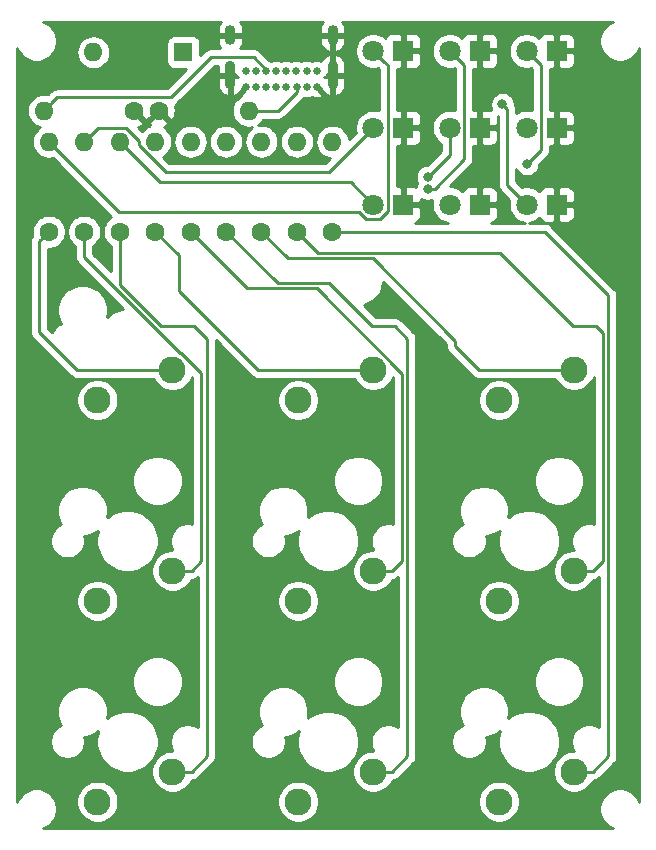
<source format=gbr>
G04 #@! TF.GenerationSoftware,KiCad,Pcbnew,(5.1.0)-1*
G04 #@! TF.CreationDate,2020-10-11T13:47:28-04:00*
G04 #@! TF.ProjectId,switch_tester,73776974-6368-45f7-9465-737465722e6b,rev?*
G04 #@! TF.SameCoordinates,Original*
G04 #@! TF.FileFunction,Copper,L1,Top*
G04 #@! TF.FilePolarity,Positive*
%FSLAX46Y46*%
G04 Gerber Fmt 4.6, Leading zero omitted, Abs format (unit mm)*
G04 Created by KiCad (PCBNEW (5.1.0)-1) date 2020-10-11 13:47:28*
%MOMM*%
%LPD*%
G04 APERTURE LIST*
%ADD10C,2.286000*%
%ADD11C,1.800000*%
%ADD12R,1.800000X1.800000*%
%ADD13O,1.600000X1.600000*%
%ADD14C,1.600000*%
%ADD15C,0.650000*%
%ADD16O,0.900000X2.400000*%
%ADD17O,0.900000X1.700000*%
%ADD18R,1.600000X1.600000*%
%ADD19C,0.800000*%
%ADD20C,0.250000*%
%ADD21C,0.254000*%
G04 APERTURE END LIST*
D10*
X110810000Y-94540000D03*
X104460000Y-97080000D03*
X110810000Y-77540000D03*
X104460000Y-80080000D03*
X110810000Y-60540000D03*
X104460000Y-63080000D03*
X93810000Y-94540000D03*
X87460000Y-97080000D03*
X93810000Y-77540000D03*
X87460000Y-80080000D03*
X93810000Y-60540000D03*
X87460000Y-63080000D03*
X76810000Y-94540000D03*
X70460000Y-97080000D03*
X76810000Y-77540000D03*
X70460000Y-80080000D03*
X76810000Y-60540000D03*
X70460000Y-63080000D03*
D11*
X106800000Y-33530000D03*
D12*
X109340000Y-33530000D03*
D13*
X65920000Y-38590000D03*
D14*
X73540000Y-38590000D03*
D13*
X83260000Y-38590000D03*
D14*
X75640000Y-38590000D03*
D15*
X87315000Y-36550000D03*
X89015000Y-36550000D03*
X88165000Y-36550000D03*
X86465000Y-36550000D03*
X85615000Y-36550000D03*
X84765000Y-36550000D03*
X83915000Y-36550000D03*
X83065000Y-36550000D03*
X89015000Y-35225000D03*
X88160000Y-35225000D03*
X87310000Y-35225000D03*
X86460000Y-35225000D03*
X85610000Y-35225000D03*
X84760000Y-35225000D03*
X83910000Y-35225000D03*
X83060000Y-35225000D03*
D16*
X90365000Y-35570000D03*
X81715000Y-35570000D03*
D17*
X90365000Y-32190000D03*
X81715000Y-32190000D03*
D11*
X106800000Y-46530000D03*
D12*
X109340000Y-46530000D03*
D13*
X70120000Y-33640000D03*
D18*
X77740000Y-33640000D03*
D13*
X90340000Y-41200000D03*
D14*
X90340000Y-48820000D03*
D13*
X87340000Y-41200000D03*
D14*
X87340000Y-48820000D03*
D13*
X84340000Y-41200000D03*
D14*
X84340000Y-48820000D03*
D13*
X81340000Y-41200000D03*
D14*
X81340000Y-48820000D03*
D13*
X78340000Y-41200000D03*
D14*
X78340000Y-48820000D03*
D13*
X75340000Y-41200000D03*
D14*
X75340000Y-48820000D03*
D13*
X72340000Y-41200000D03*
D14*
X72340000Y-48820000D03*
D13*
X69340000Y-41200000D03*
D14*
X69340000Y-48820000D03*
D13*
X66340000Y-41200000D03*
D14*
X66340000Y-48820000D03*
D11*
X106800000Y-40030000D03*
D12*
X109340000Y-40030000D03*
D11*
X100300000Y-46530000D03*
D12*
X102840000Y-46530000D03*
D11*
X100300000Y-40030000D03*
D12*
X102840000Y-40030000D03*
D11*
X100300000Y-33530000D03*
D12*
X102840000Y-33530000D03*
D11*
X93800000Y-46530000D03*
D12*
X96340000Y-46530000D03*
D11*
X93800000Y-40030000D03*
D12*
X96340000Y-40030000D03*
D11*
X93800000Y-33530000D03*
D12*
X96340000Y-33530000D03*
D19*
X98440000Y-45190000D03*
X98440000Y-44189997D03*
X106835000Y-43095000D03*
X104740000Y-38040000D03*
D20*
X66340000Y-41200000D02*
X72310000Y-47170000D01*
X94699999Y-34429999D02*
X93800000Y-33530000D01*
X95025001Y-34755001D02*
X94699999Y-34429999D01*
X95025001Y-47118001D02*
X95025001Y-34755001D01*
X94388001Y-47755001D02*
X95025001Y-47118001D01*
X93211999Y-47755001D02*
X94388001Y-47755001D01*
X92626998Y-47170000D02*
X93211999Y-47755001D01*
X72310000Y-47170000D02*
X92626998Y-47170000D01*
X72880001Y-40074999D02*
X73940000Y-41134998D01*
X69340000Y-41200000D02*
X70465001Y-40074999D01*
X70465001Y-40074999D02*
X72880001Y-40074999D01*
X73940000Y-41465002D02*
X76234998Y-43760000D01*
X73940000Y-41134998D02*
X73940000Y-41465002D01*
X90070000Y-43760000D02*
X93800000Y-40030000D01*
X76234998Y-43760000D02*
X90070000Y-43760000D01*
X72340000Y-41200000D02*
X75780000Y-44640000D01*
X91910000Y-44640000D02*
X93800000Y-46530000D01*
X75780000Y-44640000D02*
X91910000Y-44640000D01*
X101199999Y-34429999D02*
X100300000Y-33530000D01*
X101525001Y-34755001D02*
X101199999Y-34429999D01*
X101525001Y-42670684D02*
X101525001Y-34755001D01*
X99005685Y-45190000D02*
X101525001Y-42670684D01*
X98440000Y-45190000D02*
X99005685Y-45190000D01*
X100300000Y-42329997D02*
X100300000Y-40030000D01*
X98440000Y-44189997D02*
X100300000Y-42329997D01*
X106800000Y-33530000D02*
X108025001Y-34755001D01*
X108025001Y-34755001D02*
X108025001Y-41904999D01*
X108025001Y-41904999D02*
X106835000Y-43095000D01*
X105900001Y-45630001D02*
X106800000Y-46530000D01*
X105139999Y-44869999D02*
X105900001Y-45630001D01*
X105139999Y-38439999D02*
X105139999Y-44869999D01*
X104740000Y-38040000D02*
X105139999Y-38439999D01*
X75193554Y-60540000D02*
X76810000Y-60540000D01*
X68719666Y-60540000D02*
X75193554Y-60540000D01*
X65540001Y-57360335D02*
X68719666Y-60540000D01*
X65540001Y-49619999D02*
X65540001Y-57360335D01*
X66340000Y-48820000D02*
X65540001Y-49619999D01*
X79255901Y-76710545D02*
X78426446Y-77540000D01*
X77514641Y-59071999D02*
X79255901Y-60813259D01*
X78426446Y-77540000D02*
X76810000Y-77540000D01*
X77411665Y-59071999D02*
X77514641Y-59071999D01*
X69340000Y-51000334D02*
X77411665Y-59071999D01*
X79255901Y-60813259D02*
X79255901Y-76710545D01*
X69340000Y-48820000D02*
X69340000Y-51000334D01*
X78426446Y-94540000D02*
X76810000Y-94540000D01*
X79705911Y-93260535D02*
X78426446Y-94540000D01*
X78644433Y-56824099D02*
X79705911Y-57885577D01*
X75800175Y-56824099D02*
X78644433Y-56824099D01*
X72340000Y-53363924D02*
X75800175Y-56824099D01*
X79705911Y-57885577D02*
X79705911Y-93260535D01*
X72340000Y-48820000D02*
X72340000Y-53363924D01*
X92193554Y-60540000D02*
X93810000Y-60540000D01*
X84040000Y-60540000D02*
X92193554Y-60540000D01*
X77365001Y-53865001D02*
X84040000Y-60540000D01*
X77365001Y-50845001D02*
X77365001Y-53865001D01*
X75340000Y-48820000D02*
X77365001Y-50845001D01*
X95426446Y-77540000D02*
X93810000Y-77540000D01*
X96255901Y-76710545D02*
X95426446Y-77540000D01*
X96255901Y-60855901D02*
X96255901Y-76710545D01*
X89034999Y-53634999D02*
X96255901Y-60855901D01*
X83154999Y-53634999D02*
X89034999Y-53634999D01*
X78340000Y-48820000D02*
X83154999Y-53634999D01*
X96705911Y-93260535D02*
X95426446Y-94540000D01*
X96705911Y-57885577D02*
X96705911Y-93260535D01*
X95426446Y-94540000D02*
X93810000Y-94540000D01*
X95644433Y-56824099D02*
X96705911Y-57885577D01*
X93743097Y-56824099D02*
X95644433Y-56824099D01*
X90103987Y-53184989D02*
X93743097Y-56824099D01*
X85704989Y-53184989D02*
X90103987Y-53184989D01*
X81340000Y-48820000D02*
X85704989Y-53184989D01*
X100744099Y-58544099D02*
X102740000Y-60540000D01*
X102740000Y-60540000D02*
X102719666Y-60540000D01*
X84340000Y-48820000D02*
X86614999Y-51094999D01*
X86614999Y-51094999D02*
X93794999Y-51094999D01*
X110810000Y-60540000D02*
X102740000Y-60540000D01*
X93794999Y-51094999D02*
X100744099Y-58044099D01*
X100744099Y-58044099D02*
X100744099Y-58544099D01*
X112426446Y-77540000D02*
X110810000Y-77540000D01*
X113255901Y-76710545D02*
X112426446Y-77540000D01*
X113255901Y-57435567D02*
X113255901Y-76710545D01*
X112644433Y-56824099D02*
X113255901Y-57435567D01*
X104563987Y-50644989D02*
X110743097Y-56824099D01*
X110743097Y-56824099D02*
X112644433Y-56824099D01*
X89164989Y-50644989D02*
X104563987Y-50644989D01*
X87340000Y-48820000D02*
X89164989Y-50644989D01*
X112426446Y-94540000D02*
X110810000Y-94540000D01*
X113705911Y-93260535D02*
X112426446Y-94540000D01*
X113705911Y-54205911D02*
X113705911Y-93260535D01*
X108320000Y-48820000D02*
X113705911Y-54205911D01*
X90340000Y-48820000D02*
X108320000Y-48820000D01*
X87315000Y-37009619D02*
X87315000Y-36550000D01*
X85734619Y-38590000D02*
X87315000Y-37009619D01*
X83260000Y-38590000D02*
X85734619Y-38590000D01*
X67045001Y-37464999D02*
X66719999Y-37790001D01*
X66719999Y-37790001D02*
X65920000Y-38590000D01*
X76670003Y-37464999D02*
X67045001Y-37464999D01*
X80090012Y-34044990D02*
X76670003Y-37464999D01*
X83691992Y-34044990D02*
X80090012Y-34044990D01*
X84760000Y-35112998D02*
X83691992Y-34044990D01*
X84760000Y-35225000D02*
X84760000Y-35112998D01*
D21*
G36*
X80883413Y-31081609D02*
G01*
X80761191Y-31257455D01*
X80675624Y-31453767D01*
X80630000Y-31663000D01*
X80630000Y-32063000D01*
X81588000Y-32063000D01*
X81588000Y-32043000D01*
X81842000Y-32043000D01*
X81842000Y-32063000D01*
X82800000Y-32063000D01*
X82800000Y-31663000D01*
X82754376Y-31453767D01*
X82668809Y-31257455D01*
X82546587Y-31081609D01*
X82524170Y-31060000D01*
X89555830Y-31060000D01*
X89533413Y-31081609D01*
X89411191Y-31257455D01*
X89325624Y-31453767D01*
X89280000Y-31663000D01*
X89280000Y-32063000D01*
X90238000Y-32063000D01*
X90238000Y-32043000D01*
X90492000Y-32043000D01*
X90492000Y-32063000D01*
X91450000Y-32063000D01*
X91450000Y-31663000D01*
X91404376Y-31453767D01*
X91318809Y-31257455D01*
X91196587Y-31081609D01*
X91174170Y-31060000D01*
X114125536Y-31060000D01*
X113878169Y-31162463D01*
X113594002Y-31352337D01*
X113352337Y-31594002D01*
X113162463Y-31878169D01*
X113031675Y-32193919D01*
X112965000Y-32529117D01*
X112965000Y-32870883D01*
X113031675Y-33206081D01*
X113162463Y-33521831D01*
X113352337Y-33805998D01*
X113594002Y-34047663D01*
X113878169Y-34237537D01*
X114193919Y-34368325D01*
X114529117Y-34435000D01*
X114870883Y-34435000D01*
X115206081Y-34368325D01*
X115521831Y-34237537D01*
X115805998Y-34047663D01*
X116047663Y-33805998D01*
X116237537Y-33521831D01*
X116340000Y-33274464D01*
X116340001Y-97125539D01*
X116237537Y-96878169D01*
X116047663Y-96594002D01*
X115805998Y-96352337D01*
X115521831Y-96162463D01*
X115206081Y-96031675D01*
X114870883Y-95965000D01*
X114529117Y-95965000D01*
X114193919Y-96031675D01*
X113878169Y-96162463D01*
X113594002Y-96352337D01*
X113352337Y-96594002D01*
X113162463Y-96878169D01*
X113031675Y-97193919D01*
X112965000Y-97529117D01*
X112965000Y-97870883D01*
X113031675Y-98206081D01*
X113162463Y-98521831D01*
X113352337Y-98805998D01*
X113594002Y-99047663D01*
X113878169Y-99237537D01*
X114125536Y-99340000D01*
X65874464Y-99340000D01*
X66121831Y-99237537D01*
X66405998Y-99047663D01*
X66647663Y-98805998D01*
X66837537Y-98521831D01*
X66968325Y-98206081D01*
X67035000Y-97870883D01*
X67035000Y-97529117D01*
X66968325Y-97193919D01*
X66848602Y-96904882D01*
X68682000Y-96904882D01*
X68682000Y-97255118D01*
X68750328Y-97598623D01*
X68884357Y-97922199D01*
X69078937Y-98213409D01*
X69326591Y-98461063D01*
X69617801Y-98655643D01*
X69941377Y-98789672D01*
X70284882Y-98858000D01*
X70635118Y-98858000D01*
X70978623Y-98789672D01*
X71302199Y-98655643D01*
X71593409Y-98461063D01*
X71841063Y-98213409D01*
X72035643Y-97922199D01*
X72169672Y-97598623D01*
X72238000Y-97255118D01*
X72238000Y-96904882D01*
X85682000Y-96904882D01*
X85682000Y-97255118D01*
X85750328Y-97598623D01*
X85884357Y-97922199D01*
X86078937Y-98213409D01*
X86326591Y-98461063D01*
X86617801Y-98655643D01*
X86941377Y-98789672D01*
X87284882Y-98858000D01*
X87635118Y-98858000D01*
X87978623Y-98789672D01*
X88302199Y-98655643D01*
X88593409Y-98461063D01*
X88841063Y-98213409D01*
X89035643Y-97922199D01*
X89169672Y-97598623D01*
X89238000Y-97255118D01*
X89238000Y-96904882D01*
X102682000Y-96904882D01*
X102682000Y-97255118D01*
X102750328Y-97598623D01*
X102884357Y-97922199D01*
X103078937Y-98213409D01*
X103326591Y-98461063D01*
X103617801Y-98655643D01*
X103941377Y-98789672D01*
X104284882Y-98858000D01*
X104635118Y-98858000D01*
X104978623Y-98789672D01*
X105302199Y-98655643D01*
X105593409Y-98461063D01*
X105841063Y-98213409D01*
X106035643Y-97922199D01*
X106169672Y-97598623D01*
X106238000Y-97255118D01*
X106238000Y-96904882D01*
X106169672Y-96561377D01*
X106035643Y-96237801D01*
X105841063Y-95946591D01*
X105593409Y-95698937D01*
X105302199Y-95504357D01*
X104978623Y-95370328D01*
X104635118Y-95302000D01*
X104284882Y-95302000D01*
X103941377Y-95370328D01*
X103617801Y-95504357D01*
X103326591Y-95698937D01*
X103078937Y-95946591D01*
X102884357Y-96237801D01*
X102750328Y-96561377D01*
X102682000Y-96904882D01*
X89238000Y-96904882D01*
X89169672Y-96561377D01*
X89035643Y-96237801D01*
X88841063Y-95946591D01*
X88593409Y-95698937D01*
X88302199Y-95504357D01*
X87978623Y-95370328D01*
X87635118Y-95302000D01*
X87284882Y-95302000D01*
X86941377Y-95370328D01*
X86617801Y-95504357D01*
X86326591Y-95698937D01*
X86078937Y-95946591D01*
X85884357Y-96237801D01*
X85750328Y-96561377D01*
X85682000Y-96904882D01*
X72238000Y-96904882D01*
X72169672Y-96561377D01*
X72035643Y-96237801D01*
X71841063Y-95946591D01*
X71593409Y-95698937D01*
X71302199Y-95504357D01*
X70978623Y-95370328D01*
X70635118Y-95302000D01*
X70284882Y-95302000D01*
X69941377Y-95370328D01*
X69617801Y-95504357D01*
X69326591Y-95698937D01*
X69078937Y-95946591D01*
X68884357Y-96237801D01*
X68750328Y-96561377D01*
X68682000Y-96904882D01*
X66848602Y-96904882D01*
X66837537Y-96878169D01*
X66647663Y-96594002D01*
X66405998Y-96352337D01*
X66121831Y-96162463D01*
X65806081Y-96031675D01*
X65470883Y-95965000D01*
X65129117Y-95965000D01*
X64793919Y-96031675D01*
X64478169Y-96162463D01*
X64194002Y-96352337D01*
X63952337Y-96594002D01*
X63762463Y-96878169D01*
X63660000Y-97125536D01*
X63660000Y-91853652D01*
X66434100Y-91853652D01*
X66434100Y-92146348D01*
X66491202Y-92433421D01*
X66603212Y-92703838D01*
X66765826Y-92947206D01*
X66972794Y-93154174D01*
X67216162Y-93316788D01*
X67486579Y-93428798D01*
X67773652Y-93485900D01*
X68066348Y-93485900D01*
X68353421Y-93428798D01*
X68623838Y-93316788D01*
X68867206Y-93154174D01*
X69074174Y-92947206D01*
X69236788Y-92703838D01*
X69348798Y-92433421D01*
X69405900Y-92146348D01*
X69405900Y-91853652D01*
X69354451Y-91595000D01*
X69400279Y-91595000D01*
X69812756Y-91512953D01*
X70201302Y-91352012D01*
X70507708Y-91147279D01*
X70472127Y-91233178D01*
X70371100Y-91741076D01*
X70371100Y-92258924D01*
X70472127Y-92766822D01*
X70670299Y-93245251D01*
X70958000Y-93675826D01*
X71324174Y-94042000D01*
X71754749Y-94329701D01*
X72233178Y-94527873D01*
X72741076Y-94628900D01*
X73258924Y-94628900D01*
X73766822Y-94527873D01*
X74245251Y-94329701D01*
X74675826Y-94042000D01*
X75042000Y-93675826D01*
X75329701Y-93245251D01*
X75527873Y-92766822D01*
X75628900Y-92258924D01*
X75628900Y-91741076D01*
X75527873Y-91233178D01*
X75329701Y-90754749D01*
X75042000Y-90324174D01*
X74675826Y-89958000D01*
X74245251Y-89670299D01*
X73766822Y-89472127D01*
X73258924Y-89371100D01*
X72741076Y-89371100D01*
X72233178Y-89472127D01*
X71754749Y-89670299D01*
X71324174Y-89958000D01*
X71253763Y-90028411D01*
X71325000Y-89670279D01*
X71325000Y-89249721D01*
X71242953Y-88837244D01*
X71082012Y-88448698D01*
X70848363Y-88099017D01*
X70550983Y-87801637D01*
X70201302Y-87567988D01*
X69812756Y-87407047D01*
X69400279Y-87325000D01*
X68979721Y-87325000D01*
X68567244Y-87407047D01*
X68178698Y-87567988D01*
X67829017Y-87801637D01*
X67531637Y-88099017D01*
X67297988Y-88448698D01*
X67137047Y-88837244D01*
X67055000Y-89249721D01*
X67055000Y-89670279D01*
X67137047Y-90082756D01*
X67297988Y-90471302D01*
X67391150Y-90610730D01*
X67216162Y-90683212D01*
X66972794Y-90845826D01*
X66765826Y-91052794D01*
X66603212Y-91296162D01*
X66491202Y-91566579D01*
X66434100Y-91853652D01*
X63660000Y-91853652D01*
X63660000Y-86709721D01*
X73405000Y-86709721D01*
X73405000Y-87130279D01*
X73487047Y-87542756D01*
X73647988Y-87931302D01*
X73881637Y-88280983D01*
X74179017Y-88578363D01*
X74528698Y-88812012D01*
X74917244Y-88972953D01*
X75329721Y-89055000D01*
X75750279Y-89055000D01*
X76162756Y-88972953D01*
X76551302Y-88812012D01*
X76900983Y-88578363D01*
X77198363Y-88280983D01*
X77432012Y-87931302D01*
X77592953Y-87542756D01*
X77675000Y-87130279D01*
X77675000Y-86709721D01*
X77592953Y-86297244D01*
X77432012Y-85908698D01*
X77198363Y-85559017D01*
X76900983Y-85261637D01*
X76551302Y-85027988D01*
X76162756Y-84867047D01*
X75750279Y-84785000D01*
X75329721Y-84785000D01*
X74917244Y-84867047D01*
X74528698Y-85027988D01*
X74179017Y-85261637D01*
X73881637Y-85559017D01*
X73647988Y-85908698D01*
X73487047Y-86297244D01*
X73405000Y-86709721D01*
X63660000Y-86709721D01*
X63660000Y-79904882D01*
X68682000Y-79904882D01*
X68682000Y-80255118D01*
X68750328Y-80598623D01*
X68884357Y-80922199D01*
X69078937Y-81213409D01*
X69326591Y-81461063D01*
X69617801Y-81655643D01*
X69941377Y-81789672D01*
X70284882Y-81858000D01*
X70635118Y-81858000D01*
X70978623Y-81789672D01*
X71302199Y-81655643D01*
X71593409Y-81461063D01*
X71841063Y-81213409D01*
X72035643Y-80922199D01*
X72169672Y-80598623D01*
X72238000Y-80255118D01*
X72238000Y-79904882D01*
X72169672Y-79561377D01*
X72035643Y-79237801D01*
X71841063Y-78946591D01*
X71593409Y-78698937D01*
X71302199Y-78504357D01*
X70978623Y-78370328D01*
X70635118Y-78302000D01*
X70284882Y-78302000D01*
X69941377Y-78370328D01*
X69617801Y-78504357D01*
X69326591Y-78698937D01*
X69078937Y-78946591D01*
X68884357Y-79237801D01*
X68750328Y-79561377D01*
X68682000Y-79904882D01*
X63660000Y-79904882D01*
X63660000Y-74853652D01*
X66434100Y-74853652D01*
X66434100Y-75146348D01*
X66491202Y-75433421D01*
X66603212Y-75703838D01*
X66765826Y-75947206D01*
X66972794Y-76154174D01*
X67216162Y-76316788D01*
X67486579Y-76428798D01*
X67773652Y-76485900D01*
X68066348Y-76485900D01*
X68353421Y-76428798D01*
X68623838Y-76316788D01*
X68867206Y-76154174D01*
X69074174Y-75947206D01*
X69236788Y-75703838D01*
X69348798Y-75433421D01*
X69405900Y-75146348D01*
X69405900Y-74853652D01*
X69354451Y-74595000D01*
X69400279Y-74595000D01*
X69812756Y-74512953D01*
X70201302Y-74352012D01*
X70507708Y-74147279D01*
X70472127Y-74233178D01*
X70371100Y-74741076D01*
X70371100Y-75258924D01*
X70472127Y-75766822D01*
X70670299Y-76245251D01*
X70958000Y-76675826D01*
X71324174Y-77042000D01*
X71754749Y-77329701D01*
X72233178Y-77527873D01*
X72741076Y-77628900D01*
X73258924Y-77628900D01*
X73766822Y-77527873D01*
X74245251Y-77329701D01*
X74675826Y-77042000D01*
X75042000Y-76675826D01*
X75329701Y-76245251D01*
X75527873Y-75766822D01*
X75628900Y-75258924D01*
X75628900Y-74741076D01*
X75527873Y-74233178D01*
X75329701Y-73754749D01*
X75042000Y-73324174D01*
X74675826Y-72958000D01*
X74245251Y-72670299D01*
X73766822Y-72472127D01*
X73258924Y-72371100D01*
X72741076Y-72371100D01*
X72233178Y-72472127D01*
X71754749Y-72670299D01*
X71324174Y-72958000D01*
X71253763Y-73028411D01*
X71325000Y-72670279D01*
X71325000Y-72249721D01*
X71242953Y-71837244D01*
X71082012Y-71448698D01*
X70848363Y-71099017D01*
X70550983Y-70801637D01*
X70201302Y-70567988D01*
X69812756Y-70407047D01*
X69400279Y-70325000D01*
X68979721Y-70325000D01*
X68567244Y-70407047D01*
X68178698Y-70567988D01*
X67829017Y-70801637D01*
X67531637Y-71099017D01*
X67297988Y-71448698D01*
X67137047Y-71837244D01*
X67055000Y-72249721D01*
X67055000Y-72670279D01*
X67137047Y-73082756D01*
X67297988Y-73471302D01*
X67391150Y-73610730D01*
X67216162Y-73683212D01*
X66972794Y-73845826D01*
X66765826Y-74052794D01*
X66603212Y-74296162D01*
X66491202Y-74566579D01*
X66434100Y-74853652D01*
X63660000Y-74853652D01*
X63660000Y-69709721D01*
X73405000Y-69709721D01*
X73405000Y-70130279D01*
X73487047Y-70542756D01*
X73647988Y-70931302D01*
X73881637Y-71280983D01*
X74179017Y-71578363D01*
X74528698Y-71812012D01*
X74917244Y-71972953D01*
X75329721Y-72055000D01*
X75750279Y-72055000D01*
X76162756Y-71972953D01*
X76551302Y-71812012D01*
X76900983Y-71578363D01*
X77198363Y-71280983D01*
X77432012Y-70931302D01*
X77592953Y-70542756D01*
X77675000Y-70130279D01*
X77675000Y-69709721D01*
X77592953Y-69297244D01*
X77432012Y-68908698D01*
X77198363Y-68559017D01*
X76900983Y-68261637D01*
X76551302Y-68027988D01*
X76162756Y-67867047D01*
X75750279Y-67785000D01*
X75329721Y-67785000D01*
X74917244Y-67867047D01*
X74528698Y-68027988D01*
X74179017Y-68261637D01*
X73881637Y-68559017D01*
X73647988Y-68908698D01*
X73487047Y-69297244D01*
X73405000Y-69709721D01*
X63660000Y-69709721D01*
X63660000Y-62904882D01*
X68682000Y-62904882D01*
X68682000Y-63255118D01*
X68750328Y-63598623D01*
X68884357Y-63922199D01*
X69078937Y-64213409D01*
X69326591Y-64461063D01*
X69617801Y-64655643D01*
X69941377Y-64789672D01*
X70284882Y-64858000D01*
X70635118Y-64858000D01*
X70978623Y-64789672D01*
X71302199Y-64655643D01*
X71593409Y-64461063D01*
X71841063Y-64213409D01*
X72035643Y-63922199D01*
X72169672Y-63598623D01*
X72238000Y-63255118D01*
X72238000Y-62904882D01*
X72169672Y-62561377D01*
X72035643Y-62237801D01*
X71841063Y-61946591D01*
X71593409Y-61698937D01*
X71302199Y-61504357D01*
X70978623Y-61370328D01*
X70635118Y-61302000D01*
X70284882Y-61302000D01*
X69941377Y-61370328D01*
X69617801Y-61504357D01*
X69326591Y-61698937D01*
X69078937Y-61946591D01*
X68884357Y-62237801D01*
X68750328Y-62561377D01*
X68682000Y-62904882D01*
X63660000Y-62904882D01*
X63660000Y-38590000D01*
X64478057Y-38590000D01*
X64505764Y-38871309D01*
X64587818Y-39141808D01*
X64721068Y-39391101D01*
X64900392Y-39609608D01*
X65118899Y-39788932D01*
X65368192Y-39922182D01*
X65571247Y-39983777D01*
X65538899Y-40001068D01*
X65320392Y-40180392D01*
X65141068Y-40398899D01*
X65007818Y-40648192D01*
X64925764Y-40918691D01*
X64898057Y-41200000D01*
X64925764Y-41481309D01*
X65007818Y-41751808D01*
X65141068Y-42001101D01*
X65320392Y-42219608D01*
X65538899Y-42398932D01*
X65788192Y-42532182D01*
X66058691Y-42614236D01*
X66269508Y-42635000D01*
X66410492Y-42635000D01*
X66621309Y-42614236D01*
X66665907Y-42600708D01*
X71632245Y-47567047D01*
X71425241Y-47705363D01*
X71225363Y-47905241D01*
X71068320Y-48140273D01*
X70960147Y-48401426D01*
X70905000Y-48678665D01*
X70905000Y-48961335D01*
X70960147Y-49238574D01*
X71068320Y-49499727D01*
X71225363Y-49734759D01*
X71425241Y-49934637D01*
X71580000Y-50038044D01*
X71580001Y-52165534D01*
X70100000Y-50685533D01*
X70100000Y-50038043D01*
X70254759Y-49934637D01*
X70454637Y-49734759D01*
X70611680Y-49499727D01*
X70719853Y-49238574D01*
X70775000Y-48961335D01*
X70775000Y-48678665D01*
X70719853Y-48401426D01*
X70611680Y-48140273D01*
X70454637Y-47905241D01*
X70254759Y-47705363D01*
X70019727Y-47548320D01*
X69758574Y-47440147D01*
X69481335Y-47385000D01*
X69198665Y-47385000D01*
X68921426Y-47440147D01*
X68660273Y-47548320D01*
X68425241Y-47705363D01*
X68225363Y-47905241D01*
X68068320Y-48140273D01*
X67960147Y-48401426D01*
X67905000Y-48678665D01*
X67905000Y-48961335D01*
X67960147Y-49238574D01*
X68068320Y-49499727D01*
X68225363Y-49734759D01*
X68425241Y-49934637D01*
X68580001Y-50038044D01*
X68580001Y-50963002D01*
X68576324Y-51000334D01*
X68590998Y-51149319D01*
X68634454Y-51292580D01*
X68705026Y-51424610D01*
X68776201Y-51511336D01*
X68800000Y-51540335D01*
X68828998Y-51564133D01*
X72653404Y-55388539D01*
X72233178Y-55472127D01*
X71754749Y-55670299D01*
X71324174Y-55958000D01*
X71253763Y-56028411D01*
X71325000Y-55670279D01*
X71325000Y-55249721D01*
X71242953Y-54837244D01*
X71082012Y-54448698D01*
X70848363Y-54099017D01*
X70550983Y-53801637D01*
X70201302Y-53567988D01*
X69812756Y-53407047D01*
X69400279Y-53325000D01*
X68979721Y-53325000D01*
X68567244Y-53407047D01*
X68178698Y-53567988D01*
X67829017Y-53801637D01*
X67531637Y-54099017D01*
X67297988Y-54448698D01*
X67137047Y-54837244D01*
X67055000Y-55249721D01*
X67055000Y-55670279D01*
X67137047Y-56082756D01*
X67297988Y-56471302D01*
X67391150Y-56610730D01*
X67216162Y-56683212D01*
X66972794Y-56845826D01*
X66765826Y-57052794D01*
X66603212Y-57296162D01*
X66587811Y-57333344D01*
X66300001Y-57045534D01*
X66300001Y-50255000D01*
X66481335Y-50255000D01*
X66758574Y-50199853D01*
X67019727Y-50091680D01*
X67254759Y-49934637D01*
X67454637Y-49734759D01*
X67611680Y-49499727D01*
X67719853Y-49238574D01*
X67775000Y-48961335D01*
X67775000Y-48678665D01*
X67719853Y-48401426D01*
X67611680Y-48140273D01*
X67454637Y-47905241D01*
X67254759Y-47705363D01*
X67019727Y-47548320D01*
X66758574Y-47440147D01*
X66481335Y-47385000D01*
X66198665Y-47385000D01*
X65921426Y-47440147D01*
X65660273Y-47548320D01*
X65425241Y-47705363D01*
X65225363Y-47905241D01*
X65068320Y-48140273D01*
X64960147Y-48401426D01*
X64905000Y-48678665D01*
X64905000Y-48961335D01*
X64942533Y-49150023D01*
X64905027Y-49195723D01*
X64834456Y-49327752D01*
X64834455Y-49327753D01*
X64790998Y-49471014D01*
X64780001Y-49582667D01*
X64780001Y-49582677D01*
X64776325Y-49619999D01*
X64780001Y-49657321D01*
X64780002Y-57323003D01*
X64776325Y-57360335D01*
X64780002Y-57397668D01*
X64786270Y-57461302D01*
X64790999Y-57509320D01*
X64834455Y-57652581D01*
X64905027Y-57784611D01*
X64949297Y-57838553D01*
X65000001Y-57900336D01*
X65028999Y-57924134D01*
X68155867Y-61051003D01*
X68179665Y-61080001D01*
X68295390Y-61174974D01*
X68427419Y-61245546D01*
X68570680Y-61289003D01*
X68682333Y-61300000D01*
X68682342Y-61300000D01*
X68719665Y-61303676D01*
X68756988Y-61300000D01*
X75200309Y-61300000D01*
X75234357Y-61382199D01*
X75428937Y-61673409D01*
X75676591Y-61921063D01*
X75967801Y-62115643D01*
X76291377Y-62249672D01*
X76634882Y-62318000D01*
X76985118Y-62318000D01*
X77328623Y-62249672D01*
X77652199Y-62115643D01*
X77943409Y-61921063D01*
X78191063Y-61673409D01*
X78385643Y-61382199D01*
X78492372Y-61124532D01*
X78495901Y-61128061D01*
X78495902Y-73567717D01*
X78226348Y-73514100D01*
X77933652Y-73514100D01*
X77646579Y-73571202D01*
X77376162Y-73683212D01*
X77132794Y-73845826D01*
X76925826Y-74052794D01*
X76763212Y-74296162D01*
X76651202Y-74566579D01*
X76594100Y-74853652D01*
X76594100Y-75146348D01*
X76651202Y-75433421D01*
X76763212Y-75703838D01*
X76802075Y-75762000D01*
X76634882Y-75762000D01*
X76291377Y-75830328D01*
X75967801Y-75964357D01*
X75676591Y-76158937D01*
X75428937Y-76406591D01*
X75234357Y-76697801D01*
X75100328Y-77021377D01*
X75032000Y-77364882D01*
X75032000Y-77715118D01*
X75100328Y-78058623D01*
X75234357Y-78382199D01*
X75428937Y-78673409D01*
X75676591Y-78921063D01*
X75967801Y-79115643D01*
X76291377Y-79249672D01*
X76634882Y-79318000D01*
X76985118Y-79318000D01*
X77328623Y-79249672D01*
X77652199Y-79115643D01*
X77943409Y-78921063D01*
X78191063Y-78673409D01*
X78385643Y-78382199D01*
X78418493Y-78302893D01*
X78426446Y-78303676D01*
X78463768Y-78300000D01*
X78463779Y-78300000D01*
X78575432Y-78289003D01*
X78718693Y-78245546D01*
X78850722Y-78174974D01*
X78945912Y-78096854D01*
X78945912Y-90791507D01*
X78783838Y-90683212D01*
X78513421Y-90571202D01*
X78226348Y-90514100D01*
X77933652Y-90514100D01*
X77646579Y-90571202D01*
X77376162Y-90683212D01*
X77132794Y-90845826D01*
X76925826Y-91052794D01*
X76763212Y-91296162D01*
X76651202Y-91566579D01*
X76594100Y-91853652D01*
X76594100Y-92146348D01*
X76651202Y-92433421D01*
X76763212Y-92703838D01*
X76802075Y-92762000D01*
X76634882Y-92762000D01*
X76291377Y-92830328D01*
X75967801Y-92964357D01*
X75676591Y-93158937D01*
X75428937Y-93406591D01*
X75234357Y-93697801D01*
X75100328Y-94021377D01*
X75032000Y-94364882D01*
X75032000Y-94715118D01*
X75100328Y-95058623D01*
X75234357Y-95382199D01*
X75428937Y-95673409D01*
X75676591Y-95921063D01*
X75967801Y-96115643D01*
X76291377Y-96249672D01*
X76634882Y-96318000D01*
X76985118Y-96318000D01*
X77328623Y-96249672D01*
X77652199Y-96115643D01*
X77943409Y-95921063D01*
X78191063Y-95673409D01*
X78385643Y-95382199D01*
X78418493Y-95302893D01*
X78426446Y-95303676D01*
X78463768Y-95300000D01*
X78463779Y-95300000D01*
X78575432Y-95289003D01*
X78718693Y-95245546D01*
X78850722Y-95174974D01*
X78966447Y-95080001D01*
X78990250Y-95050997D01*
X80216914Y-93824334D01*
X80245912Y-93800536D01*
X80340885Y-93684811D01*
X80411457Y-93552782D01*
X80454914Y-93409521D01*
X80465911Y-93297868D01*
X80465911Y-93297860D01*
X80469587Y-93260535D01*
X80465911Y-93223210D01*
X80465911Y-91853652D01*
X83434100Y-91853652D01*
X83434100Y-92146348D01*
X83491202Y-92433421D01*
X83603212Y-92703838D01*
X83765826Y-92947206D01*
X83972794Y-93154174D01*
X84216162Y-93316788D01*
X84486579Y-93428798D01*
X84773652Y-93485900D01*
X85066348Y-93485900D01*
X85353421Y-93428798D01*
X85623838Y-93316788D01*
X85867206Y-93154174D01*
X86074174Y-92947206D01*
X86236788Y-92703838D01*
X86348798Y-92433421D01*
X86405900Y-92146348D01*
X86405900Y-91853652D01*
X86354451Y-91595000D01*
X86400279Y-91595000D01*
X86812756Y-91512953D01*
X87201302Y-91352012D01*
X87507708Y-91147279D01*
X87472127Y-91233178D01*
X87371100Y-91741076D01*
X87371100Y-92258924D01*
X87472127Y-92766822D01*
X87670299Y-93245251D01*
X87958000Y-93675826D01*
X88324174Y-94042000D01*
X88754749Y-94329701D01*
X89233178Y-94527873D01*
X89741076Y-94628900D01*
X90258924Y-94628900D01*
X90766822Y-94527873D01*
X91245251Y-94329701D01*
X91675826Y-94042000D01*
X92042000Y-93675826D01*
X92329701Y-93245251D01*
X92527873Y-92766822D01*
X92628900Y-92258924D01*
X92628900Y-91741076D01*
X92527873Y-91233178D01*
X92329701Y-90754749D01*
X92042000Y-90324174D01*
X91675826Y-89958000D01*
X91245251Y-89670299D01*
X90766822Y-89472127D01*
X90258924Y-89371100D01*
X89741076Y-89371100D01*
X89233178Y-89472127D01*
X88754749Y-89670299D01*
X88324174Y-89958000D01*
X88253763Y-90028411D01*
X88325000Y-89670279D01*
X88325000Y-89249721D01*
X88242953Y-88837244D01*
X88082012Y-88448698D01*
X87848363Y-88099017D01*
X87550983Y-87801637D01*
X87201302Y-87567988D01*
X86812756Y-87407047D01*
X86400279Y-87325000D01*
X85979721Y-87325000D01*
X85567244Y-87407047D01*
X85178698Y-87567988D01*
X84829017Y-87801637D01*
X84531637Y-88099017D01*
X84297988Y-88448698D01*
X84137047Y-88837244D01*
X84055000Y-89249721D01*
X84055000Y-89670279D01*
X84137047Y-90082756D01*
X84297988Y-90471302D01*
X84391150Y-90610730D01*
X84216162Y-90683212D01*
X83972794Y-90845826D01*
X83765826Y-91052794D01*
X83603212Y-91296162D01*
X83491202Y-91566579D01*
X83434100Y-91853652D01*
X80465911Y-91853652D01*
X80465911Y-86709721D01*
X90405000Y-86709721D01*
X90405000Y-87130279D01*
X90487047Y-87542756D01*
X90647988Y-87931302D01*
X90881637Y-88280983D01*
X91179017Y-88578363D01*
X91528698Y-88812012D01*
X91917244Y-88972953D01*
X92329721Y-89055000D01*
X92750279Y-89055000D01*
X93162756Y-88972953D01*
X93551302Y-88812012D01*
X93900983Y-88578363D01*
X94198363Y-88280983D01*
X94432012Y-87931302D01*
X94592953Y-87542756D01*
X94675000Y-87130279D01*
X94675000Y-86709721D01*
X94592953Y-86297244D01*
X94432012Y-85908698D01*
X94198363Y-85559017D01*
X93900983Y-85261637D01*
X93551302Y-85027988D01*
X93162756Y-84867047D01*
X92750279Y-84785000D01*
X92329721Y-84785000D01*
X91917244Y-84867047D01*
X91528698Y-85027988D01*
X91179017Y-85261637D01*
X90881637Y-85559017D01*
X90647988Y-85908698D01*
X90487047Y-86297244D01*
X90405000Y-86709721D01*
X80465911Y-86709721D01*
X80465911Y-79904882D01*
X85682000Y-79904882D01*
X85682000Y-80255118D01*
X85750328Y-80598623D01*
X85884357Y-80922199D01*
X86078937Y-81213409D01*
X86326591Y-81461063D01*
X86617801Y-81655643D01*
X86941377Y-81789672D01*
X87284882Y-81858000D01*
X87635118Y-81858000D01*
X87978623Y-81789672D01*
X88302199Y-81655643D01*
X88593409Y-81461063D01*
X88841063Y-81213409D01*
X89035643Y-80922199D01*
X89169672Y-80598623D01*
X89238000Y-80255118D01*
X89238000Y-79904882D01*
X89169672Y-79561377D01*
X89035643Y-79237801D01*
X88841063Y-78946591D01*
X88593409Y-78698937D01*
X88302199Y-78504357D01*
X87978623Y-78370328D01*
X87635118Y-78302000D01*
X87284882Y-78302000D01*
X86941377Y-78370328D01*
X86617801Y-78504357D01*
X86326591Y-78698937D01*
X86078937Y-78946591D01*
X85884357Y-79237801D01*
X85750328Y-79561377D01*
X85682000Y-79904882D01*
X80465911Y-79904882D01*
X80465911Y-74853652D01*
X83434100Y-74853652D01*
X83434100Y-75146348D01*
X83491202Y-75433421D01*
X83603212Y-75703838D01*
X83765826Y-75947206D01*
X83972794Y-76154174D01*
X84216162Y-76316788D01*
X84486579Y-76428798D01*
X84773652Y-76485900D01*
X85066348Y-76485900D01*
X85353421Y-76428798D01*
X85623838Y-76316788D01*
X85867206Y-76154174D01*
X86074174Y-75947206D01*
X86236788Y-75703838D01*
X86348798Y-75433421D01*
X86405900Y-75146348D01*
X86405900Y-74853652D01*
X86354451Y-74595000D01*
X86400279Y-74595000D01*
X86812756Y-74512953D01*
X87201302Y-74352012D01*
X87507708Y-74147279D01*
X87472127Y-74233178D01*
X87371100Y-74741076D01*
X87371100Y-75258924D01*
X87472127Y-75766822D01*
X87670299Y-76245251D01*
X87958000Y-76675826D01*
X88324174Y-77042000D01*
X88754749Y-77329701D01*
X89233178Y-77527873D01*
X89741076Y-77628900D01*
X90258924Y-77628900D01*
X90766822Y-77527873D01*
X91245251Y-77329701D01*
X91675826Y-77042000D01*
X92042000Y-76675826D01*
X92329701Y-76245251D01*
X92527873Y-75766822D01*
X92628900Y-75258924D01*
X92628900Y-74741076D01*
X92527873Y-74233178D01*
X92329701Y-73754749D01*
X92042000Y-73324174D01*
X91675826Y-72958000D01*
X91245251Y-72670299D01*
X90766822Y-72472127D01*
X90258924Y-72371100D01*
X89741076Y-72371100D01*
X89233178Y-72472127D01*
X88754749Y-72670299D01*
X88324174Y-72958000D01*
X88253763Y-73028411D01*
X88325000Y-72670279D01*
X88325000Y-72249721D01*
X88242953Y-71837244D01*
X88082012Y-71448698D01*
X87848363Y-71099017D01*
X87550983Y-70801637D01*
X87201302Y-70567988D01*
X86812756Y-70407047D01*
X86400279Y-70325000D01*
X85979721Y-70325000D01*
X85567244Y-70407047D01*
X85178698Y-70567988D01*
X84829017Y-70801637D01*
X84531637Y-71099017D01*
X84297988Y-71448698D01*
X84137047Y-71837244D01*
X84055000Y-72249721D01*
X84055000Y-72670279D01*
X84137047Y-73082756D01*
X84297988Y-73471302D01*
X84391150Y-73610730D01*
X84216162Y-73683212D01*
X83972794Y-73845826D01*
X83765826Y-74052794D01*
X83603212Y-74296162D01*
X83491202Y-74566579D01*
X83434100Y-74853652D01*
X80465911Y-74853652D01*
X80465911Y-69709721D01*
X90405000Y-69709721D01*
X90405000Y-70130279D01*
X90487047Y-70542756D01*
X90647988Y-70931302D01*
X90881637Y-71280983D01*
X91179017Y-71578363D01*
X91528698Y-71812012D01*
X91917244Y-71972953D01*
X92329721Y-72055000D01*
X92750279Y-72055000D01*
X93162756Y-71972953D01*
X93551302Y-71812012D01*
X93900983Y-71578363D01*
X94198363Y-71280983D01*
X94432012Y-70931302D01*
X94592953Y-70542756D01*
X94675000Y-70130279D01*
X94675000Y-69709721D01*
X94592953Y-69297244D01*
X94432012Y-68908698D01*
X94198363Y-68559017D01*
X93900983Y-68261637D01*
X93551302Y-68027988D01*
X93162756Y-67867047D01*
X92750279Y-67785000D01*
X92329721Y-67785000D01*
X91917244Y-67867047D01*
X91528698Y-68027988D01*
X91179017Y-68261637D01*
X90881637Y-68559017D01*
X90647988Y-68908698D01*
X90487047Y-69297244D01*
X90405000Y-69709721D01*
X80465911Y-69709721D01*
X80465911Y-62904882D01*
X85682000Y-62904882D01*
X85682000Y-63255118D01*
X85750328Y-63598623D01*
X85884357Y-63922199D01*
X86078937Y-64213409D01*
X86326591Y-64461063D01*
X86617801Y-64655643D01*
X86941377Y-64789672D01*
X87284882Y-64858000D01*
X87635118Y-64858000D01*
X87978623Y-64789672D01*
X88302199Y-64655643D01*
X88593409Y-64461063D01*
X88841063Y-64213409D01*
X89035643Y-63922199D01*
X89169672Y-63598623D01*
X89238000Y-63255118D01*
X89238000Y-62904882D01*
X89169672Y-62561377D01*
X89035643Y-62237801D01*
X88841063Y-61946591D01*
X88593409Y-61698937D01*
X88302199Y-61504357D01*
X87978623Y-61370328D01*
X87635118Y-61302000D01*
X87284882Y-61302000D01*
X86941377Y-61370328D01*
X86617801Y-61504357D01*
X86326591Y-61698937D01*
X86078937Y-61946591D01*
X85884357Y-62237801D01*
X85750328Y-62561377D01*
X85682000Y-62904882D01*
X80465911Y-62904882D01*
X80465911Y-58040713D01*
X83476201Y-61051003D01*
X83499999Y-61080001D01*
X83528997Y-61103799D01*
X83615723Y-61174974D01*
X83732766Y-61237535D01*
X83747753Y-61245546D01*
X83891014Y-61289003D01*
X84002667Y-61300000D01*
X84002676Y-61300000D01*
X84039999Y-61303676D01*
X84077322Y-61300000D01*
X92200309Y-61300000D01*
X92234357Y-61382199D01*
X92428937Y-61673409D01*
X92676591Y-61921063D01*
X92967801Y-62115643D01*
X93291377Y-62249672D01*
X93634882Y-62318000D01*
X93985118Y-62318000D01*
X94328623Y-62249672D01*
X94652199Y-62115643D01*
X94943409Y-61921063D01*
X95191063Y-61673409D01*
X95385643Y-61382199D01*
X95479882Y-61154684D01*
X95495901Y-61170703D01*
X95495902Y-73567717D01*
X95226348Y-73514100D01*
X94933652Y-73514100D01*
X94646579Y-73571202D01*
X94376162Y-73683212D01*
X94132794Y-73845826D01*
X93925826Y-74052794D01*
X93763212Y-74296162D01*
X93651202Y-74566579D01*
X93594100Y-74853652D01*
X93594100Y-75146348D01*
X93651202Y-75433421D01*
X93763212Y-75703838D01*
X93802075Y-75762000D01*
X93634882Y-75762000D01*
X93291377Y-75830328D01*
X92967801Y-75964357D01*
X92676591Y-76158937D01*
X92428937Y-76406591D01*
X92234357Y-76697801D01*
X92100328Y-77021377D01*
X92032000Y-77364882D01*
X92032000Y-77715118D01*
X92100328Y-78058623D01*
X92234357Y-78382199D01*
X92428937Y-78673409D01*
X92676591Y-78921063D01*
X92967801Y-79115643D01*
X93291377Y-79249672D01*
X93634882Y-79318000D01*
X93985118Y-79318000D01*
X94328623Y-79249672D01*
X94652199Y-79115643D01*
X94943409Y-78921063D01*
X95191063Y-78673409D01*
X95385643Y-78382199D01*
X95418493Y-78302893D01*
X95426446Y-78303676D01*
X95463768Y-78300000D01*
X95463779Y-78300000D01*
X95575432Y-78289003D01*
X95718693Y-78245546D01*
X95850722Y-78174974D01*
X95945912Y-78096854D01*
X95945912Y-90791507D01*
X95783838Y-90683212D01*
X95513421Y-90571202D01*
X95226348Y-90514100D01*
X94933652Y-90514100D01*
X94646579Y-90571202D01*
X94376162Y-90683212D01*
X94132794Y-90845826D01*
X93925826Y-91052794D01*
X93763212Y-91296162D01*
X93651202Y-91566579D01*
X93594100Y-91853652D01*
X93594100Y-92146348D01*
X93651202Y-92433421D01*
X93763212Y-92703838D01*
X93802075Y-92762000D01*
X93634882Y-92762000D01*
X93291377Y-92830328D01*
X92967801Y-92964357D01*
X92676591Y-93158937D01*
X92428937Y-93406591D01*
X92234357Y-93697801D01*
X92100328Y-94021377D01*
X92032000Y-94364882D01*
X92032000Y-94715118D01*
X92100328Y-95058623D01*
X92234357Y-95382199D01*
X92428937Y-95673409D01*
X92676591Y-95921063D01*
X92967801Y-96115643D01*
X93291377Y-96249672D01*
X93634882Y-96318000D01*
X93985118Y-96318000D01*
X94328623Y-96249672D01*
X94652199Y-96115643D01*
X94943409Y-95921063D01*
X95191063Y-95673409D01*
X95385643Y-95382199D01*
X95418493Y-95302893D01*
X95426446Y-95303676D01*
X95463768Y-95300000D01*
X95463779Y-95300000D01*
X95575432Y-95289003D01*
X95718693Y-95245546D01*
X95850722Y-95174974D01*
X95966447Y-95080001D01*
X95990250Y-95050997D01*
X97216914Y-93824334D01*
X97245912Y-93800536D01*
X97340885Y-93684811D01*
X97411457Y-93552782D01*
X97454914Y-93409521D01*
X97465911Y-93297868D01*
X97465911Y-93297860D01*
X97469587Y-93260535D01*
X97465911Y-93223210D01*
X97465911Y-91853652D01*
X100434100Y-91853652D01*
X100434100Y-92146348D01*
X100491202Y-92433421D01*
X100603212Y-92703838D01*
X100765826Y-92947206D01*
X100972794Y-93154174D01*
X101216162Y-93316788D01*
X101486579Y-93428798D01*
X101773652Y-93485900D01*
X102066348Y-93485900D01*
X102353421Y-93428798D01*
X102623838Y-93316788D01*
X102867206Y-93154174D01*
X103074174Y-92947206D01*
X103236788Y-92703838D01*
X103348798Y-92433421D01*
X103405900Y-92146348D01*
X103405900Y-91853652D01*
X103354451Y-91595000D01*
X103400279Y-91595000D01*
X103812756Y-91512953D01*
X104201302Y-91352012D01*
X104507708Y-91147279D01*
X104472127Y-91233178D01*
X104371100Y-91741076D01*
X104371100Y-92258924D01*
X104472127Y-92766822D01*
X104670299Y-93245251D01*
X104958000Y-93675826D01*
X105324174Y-94042000D01*
X105754749Y-94329701D01*
X106233178Y-94527873D01*
X106741076Y-94628900D01*
X107258924Y-94628900D01*
X107766822Y-94527873D01*
X108245251Y-94329701D01*
X108675826Y-94042000D01*
X109042000Y-93675826D01*
X109329701Y-93245251D01*
X109527873Y-92766822D01*
X109628900Y-92258924D01*
X109628900Y-91741076D01*
X109527873Y-91233178D01*
X109329701Y-90754749D01*
X109042000Y-90324174D01*
X108675826Y-89958000D01*
X108245251Y-89670299D01*
X107766822Y-89472127D01*
X107258924Y-89371100D01*
X106741076Y-89371100D01*
X106233178Y-89472127D01*
X105754749Y-89670299D01*
X105324174Y-89958000D01*
X105253763Y-90028411D01*
X105325000Y-89670279D01*
X105325000Y-89249721D01*
X105242953Y-88837244D01*
X105082012Y-88448698D01*
X104848363Y-88099017D01*
X104550983Y-87801637D01*
X104201302Y-87567988D01*
X103812756Y-87407047D01*
X103400279Y-87325000D01*
X102979721Y-87325000D01*
X102567244Y-87407047D01*
X102178698Y-87567988D01*
X101829017Y-87801637D01*
X101531637Y-88099017D01*
X101297988Y-88448698D01*
X101137047Y-88837244D01*
X101055000Y-89249721D01*
X101055000Y-89670279D01*
X101137047Y-90082756D01*
X101297988Y-90471302D01*
X101391150Y-90610730D01*
X101216162Y-90683212D01*
X100972794Y-90845826D01*
X100765826Y-91052794D01*
X100603212Y-91296162D01*
X100491202Y-91566579D01*
X100434100Y-91853652D01*
X97465911Y-91853652D01*
X97465911Y-86709721D01*
X107405000Y-86709721D01*
X107405000Y-87130279D01*
X107487047Y-87542756D01*
X107647988Y-87931302D01*
X107881637Y-88280983D01*
X108179017Y-88578363D01*
X108528698Y-88812012D01*
X108917244Y-88972953D01*
X109329721Y-89055000D01*
X109750279Y-89055000D01*
X110162756Y-88972953D01*
X110551302Y-88812012D01*
X110900983Y-88578363D01*
X111198363Y-88280983D01*
X111432012Y-87931302D01*
X111592953Y-87542756D01*
X111675000Y-87130279D01*
X111675000Y-86709721D01*
X111592953Y-86297244D01*
X111432012Y-85908698D01*
X111198363Y-85559017D01*
X110900983Y-85261637D01*
X110551302Y-85027988D01*
X110162756Y-84867047D01*
X109750279Y-84785000D01*
X109329721Y-84785000D01*
X108917244Y-84867047D01*
X108528698Y-85027988D01*
X108179017Y-85261637D01*
X107881637Y-85559017D01*
X107647988Y-85908698D01*
X107487047Y-86297244D01*
X107405000Y-86709721D01*
X97465911Y-86709721D01*
X97465911Y-79904882D01*
X102682000Y-79904882D01*
X102682000Y-80255118D01*
X102750328Y-80598623D01*
X102884357Y-80922199D01*
X103078937Y-81213409D01*
X103326591Y-81461063D01*
X103617801Y-81655643D01*
X103941377Y-81789672D01*
X104284882Y-81858000D01*
X104635118Y-81858000D01*
X104978623Y-81789672D01*
X105302199Y-81655643D01*
X105593409Y-81461063D01*
X105841063Y-81213409D01*
X106035643Y-80922199D01*
X106169672Y-80598623D01*
X106238000Y-80255118D01*
X106238000Y-79904882D01*
X106169672Y-79561377D01*
X106035643Y-79237801D01*
X105841063Y-78946591D01*
X105593409Y-78698937D01*
X105302199Y-78504357D01*
X104978623Y-78370328D01*
X104635118Y-78302000D01*
X104284882Y-78302000D01*
X103941377Y-78370328D01*
X103617801Y-78504357D01*
X103326591Y-78698937D01*
X103078937Y-78946591D01*
X102884357Y-79237801D01*
X102750328Y-79561377D01*
X102682000Y-79904882D01*
X97465911Y-79904882D01*
X97465911Y-74853652D01*
X100434100Y-74853652D01*
X100434100Y-75146348D01*
X100491202Y-75433421D01*
X100603212Y-75703838D01*
X100765826Y-75947206D01*
X100972794Y-76154174D01*
X101216162Y-76316788D01*
X101486579Y-76428798D01*
X101773652Y-76485900D01*
X102066348Y-76485900D01*
X102353421Y-76428798D01*
X102623838Y-76316788D01*
X102867206Y-76154174D01*
X103074174Y-75947206D01*
X103236788Y-75703838D01*
X103348798Y-75433421D01*
X103405900Y-75146348D01*
X103405900Y-74853652D01*
X103354451Y-74595000D01*
X103400279Y-74595000D01*
X103812756Y-74512953D01*
X104201302Y-74352012D01*
X104507708Y-74147279D01*
X104472127Y-74233178D01*
X104371100Y-74741076D01*
X104371100Y-75258924D01*
X104472127Y-75766822D01*
X104670299Y-76245251D01*
X104958000Y-76675826D01*
X105324174Y-77042000D01*
X105754749Y-77329701D01*
X106233178Y-77527873D01*
X106741076Y-77628900D01*
X107258924Y-77628900D01*
X107766822Y-77527873D01*
X108245251Y-77329701D01*
X108675826Y-77042000D01*
X109042000Y-76675826D01*
X109329701Y-76245251D01*
X109527873Y-75766822D01*
X109628900Y-75258924D01*
X109628900Y-74741076D01*
X109527873Y-74233178D01*
X109329701Y-73754749D01*
X109042000Y-73324174D01*
X108675826Y-72958000D01*
X108245251Y-72670299D01*
X107766822Y-72472127D01*
X107258924Y-72371100D01*
X106741076Y-72371100D01*
X106233178Y-72472127D01*
X105754749Y-72670299D01*
X105324174Y-72958000D01*
X105253763Y-73028411D01*
X105325000Y-72670279D01*
X105325000Y-72249721D01*
X105242953Y-71837244D01*
X105082012Y-71448698D01*
X104848363Y-71099017D01*
X104550983Y-70801637D01*
X104201302Y-70567988D01*
X103812756Y-70407047D01*
X103400279Y-70325000D01*
X102979721Y-70325000D01*
X102567244Y-70407047D01*
X102178698Y-70567988D01*
X101829017Y-70801637D01*
X101531637Y-71099017D01*
X101297988Y-71448698D01*
X101137047Y-71837244D01*
X101055000Y-72249721D01*
X101055000Y-72670279D01*
X101137047Y-73082756D01*
X101297988Y-73471302D01*
X101391150Y-73610730D01*
X101216162Y-73683212D01*
X100972794Y-73845826D01*
X100765826Y-74052794D01*
X100603212Y-74296162D01*
X100491202Y-74566579D01*
X100434100Y-74853652D01*
X97465911Y-74853652D01*
X97465911Y-69709721D01*
X107405000Y-69709721D01*
X107405000Y-70130279D01*
X107487047Y-70542756D01*
X107647988Y-70931302D01*
X107881637Y-71280983D01*
X108179017Y-71578363D01*
X108528698Y-71812012D01*
X108917244Y-71972953D01*
X109329721Y-72055000D01*
X109750279Y-72055000D01*
X110162756Y-71972953D01*
X110551302Y-71812012D01*
X110900983Y-71578363D01*
X111198363Y-71280983D01*
X111432012Y-70931302D01*
X111592953Y-70542756D01*
X111675000Y-70130279D01*
X111675000Y-69709721D01*
X111592953Y-69297244D01*
X111432012Y-68908698D01*
X111198363Y-68559017D01*
X110900983Y-68261637D01*
X110551302Y-68027988D01*
X110162756Y-67867047D01*
X109750279Y-67785000D01*
X109329721Y-67785000D01*
X108917244Y-67867047D01*
X108528698Y-68027988D01*
X108179017Y-68261637D01*
X107881637Y-68559017D01*
X107647988Y-68908698D01*
X107487047Y-69297244D01*
X107405000Y-69709721D01*
X97465911Y-69709721D01*
X97465911Y-62904882D01*
X102682000Y-62904882D01*
X102682000Y-63255118D01*
X102750328Y-63598623D01*
X102884357Y-63922199D01*
X103078937Y-64213409D01*
X103326591Y-64461063D01*
X103617801Y-64655643D01*
X103941377Y-64789672D01*
X104284882Y-64858000D01*
X104635118Y-64858000D01*
X104978623Y-64789672D01*
X105302199Y-64655643D01*
X105593409Y-64461063D01*
X105841063Y-64213409D01*
X106035643Y-63922199D01*
X106169672Y-63598623D01*
X106238000Y-63255118D01*
X106238000Y-62904882D01*
X106169672Y-62561377D01*
X106035643Y-62237801D01*
X105841063Y-61946591D01*
X105593409Y-61698937D01*
X105302199Y-61504357D01*
X104978623Y-61370328D01*
X104635118Y-61302000D01*
X104284882Y-61302000D01*
X103941377Y-61370328D01*
X103617801Y-61504357D01*
X103326591Y-61698937D01*
X103078937Y-61946591D01*
X102884357Y-62237801D01*
X102750328Y-62561377D01*
X102682000Y-62904882D01*
X97465911Y-62904882D01*
X97465911Y-57922910D01*
X97469588Y-57885577D01*
X97464957Y-57838553D01*
X97454914Y-57736591D01*
X97411457Y-57593330D01*
X97340885Y-57461301D01*
X97245912Y-57345576D01*
X97216915Y-57321779D01*
X96208237Y-56313101D01*
X96184434Y-56284098D01*
X96068709Y-56189125D01*
X95936680Y-56118553D01*
X95793419Y-56075096D01*
X95681766Y-56064099D01*
X95681755Y-56064099D01*
X95644433Y-56060423D01*
X95607111Y-56064099D01*
X94057899Y-56064099D01*
X92999272Y-55005472D01*
X93162756Y-54972953D01*
X93551302Y-54812012D01*
X93900983Y-54578363D01*
X94198363Y-54280983D01*
X94432012Y-53931302D01*
X94592953Y-53542756D01*
X94675000Y-53130279D01*
X94675000Y-53049801D01*
X99984099Y-58358902D01*
X99984099Y-58506777D01*
X99980423Y-58544099D01*
X99984099Y-58581421D01*
X99984099Y-58581432D01*
X99995096Y-58693085D01*
X100038553Y-58836346D01*
X100109125Y-58968375D01*
X100204099Y-59084100D01*
X100233097Y-59107898D01*
X102079201Y-60954003D01*
X102084692Y-60964276D01*
X102179665Y-61080001D01*
X102295390Y-61174974D01*
X102427419Y-61245546D01*
X102570680Y-61289003D01*
X102682333Y-61300000D01*
X102702676Y-61300000D01*
X102739999Y-61303676D01*
X102777322Y-61300000D01*
X109200309Y-61300000D01*
X109234357Y-61382199D01*
X109428937Y-61673409D01*
X109676591Y-61921063D01*
X109967801Y-62115643D01*
X110291377Y-62249672D01*
X110634882Y-62318000D01*
X110985118Y-62318000D01*
X111328623Y-62249672D01*
X111652199Y-62115643D01*
X111943409Y-61921063D01*
X112191063Y-61673409D01*
X112385643Y-61382199D01*
X112495901Y-61116011D01*
X112495902Y-73567717D01*
X112226348Y-73514100D01*
X111933652Y-73514100D01*
X111646579Y-73571202D01*
X111376162Y-73683212D01*
X111132794Y-73845826D01*
X110925826Y-74052794D01*
X110763212Y-74296162D01*
X110651202Y-74566579D01*
X110594100Y-74853652D01*
X110594100Y-75146348D01*
X110651202Y-75433421D01*
X110763212Y-75703838D01*
X110802075Y-75762000D01*
X110634882Y-75762000D01*
X110291377Y-75830328D01*
X109967801Y-75964357D01*
X109676591Y-76158937D01*
X109428937Y-76406591D01*
X109234357Y-76697801D01*
X109100328Y-77021377D01*
X109032000Y-77364882D01*
X109032000Y-77715118D01*
X109100328Y-78058623D01*
X109234357Y-78382199D01*
X109428937Y-78673409D01*
X109676591Y-78921063D01*
X109967801Y-79115643D01*
X110291377Y-79249672D01*
X110634882Y-79318000D01*
X110985118Y-79318000D01*
X111328623Y-79249672D01*
X111652199Y-79115643D01*
X111943409Y-78921063D01*
X112191063Y-78673409D01*
X112385643Y-78382199D01*
X112418493Y-78302893D01*
X112426446Y-78303676D01*
X112463768Y-78300000D01*
X112463779Y-78300000D01*
X112575432Y-78289003D01*
X112718693Y-78245546D01*
X112850722Y-78174974D01*
X112945912Y-78096854D01*
X112945912Y-90791507D01*
X112783838Y-90683212D01*
X112513421Y-90571202D01*
X112226348Y-90514100D01*
X111933652Y-90514100D01*
X111646579Y-90571202D01*
X111376162Y-90683212D01*
X111132794Y-90845826D01*
X110925826Y-91052794D01*
X110763212Y-91296162D01*
X110651202Y-91566579D01*
X110594100Y-91853652D01*
X110594100Y-92146348D01*
X110651202Y-92433421D01*
X110763212Y-92703838D01*
X110802075Y-92762000D01*
X110634882Y-92762000D01*
X110291377Y-92830328D01*
X109967801Y-92964357D01*
X109676591Y-93158937D01*
X109428937Y-93406591D01*
X109234357Y-93697801D01*
X109100328Y-94021377D01*
X109032000Y-94364882D01*
X109032000Y-94715118D01*
X109100328Y-95058623D01*
X109234357Y-95382199D01*
X109428937Y-95673409D01*
X109676591Y-95921063D01*
X109967801Y-96115643D01*
X110291377Y-96249672D01*
X110634882Y-96318000D01*
X110985118Y-96318000D01*
X111328623Y-96249672D01*
X111652199Y-96115643D01*
X111943409Y-95921063D01*
X112191063Y-95673409D01*
X112385643Y-95382199D01*
X112418493Y-95302893D01*
X112426446Y-95303676D01*
X112463768Y-95300000D01*
X112463779Y-95300000D01*
X112575432Y-95289003D01*
X112718693Y-95245546D01*
X112850722Y-95174974D01*
X112966447Y-95080001D01*
X112990250Y-95050997D01*
X114216914Y-93824334D01*
X114245912Y-93800536D01*
X114340885Y-93684811D01*
X114411457Y-93552782D01*
X114454914Y-93409521D01*
X114465911Y-93297868D01*
X114465911Y-93297860D01*
X114469587Y-93260535D01*
X114465911Y-93223210D01*
X114465911Y-54243233D01*
X114469587Y-54205910D01*
X114465911Y-54168587D01*
X114465911Y-54168578D01*
X114454914Y-54056925D01*
X114411457Y-53913664D01*
X114340885Y-53781635D01*
X114287033Y-53716016D01*
X114269710Y-53694907D01*
X114269706Y-53694903D01*
X114245912Y-53665910D01*
X114216920Y-53642117D01*
X108883804Y-48309003D01*
X108860001Y-48279999D01*
X108744276Y-48185026D01*
X108612247Y-48114454D01*
X108468986Y-48070997D01*
X108357333Y-48060000D01*
X108357322Y-48060000D01*
X108320000Y-48056324D01*
X108282678Y-48060000D01*
X106976321Y-48060000D01*
X107247743Y-48006011D01*
X107527095Y-47890299D01*
X107778505Y-47722312D01*
X107844944Y-47655873D01*
X107850498Y-47674180D01*
X107909463Y-47784494D01*
X107988815Y-47881185D01*
X108085506Y-47960537D01*
X108195820Y-48019502D01*
X108315518Y-48055812D01*
X108440000Y-48068072D01*
X109054250Y-48065000D01*
X109213000Y-47906250D01*
X109213000Y-46657000D01*
X109467000Y-46657000D01*
X109467000Y-47906250D01*
X109625750Y-48065000D01*
X110240000Y-48068072D01*
X110364482Y-48055812D01*
X110484180Y-48019502D01*
X110594494Y-47960537D01*
X110691185Y-47881185D01*
X110770537Y-47784494D01*
X110829502Y-47674180D01*
X110865812Y-47554482D01*
X110878072Y-47430000D01*
X110875000Y-46815750D01*
X110716250Y-46657000D01*
X109467000Y-46657000D01*
X109213000Y-46657000D01*
X109193000Y-46657000D01*
X109193000Y-46403000D01*
X109213000Y-46403000D01*
X109213000Y-45153750D01*
X109467000Y-45153750D01*
X109467000Y-46403000D01*
X110716250Y-46403000D01*
X110875000Y-46244250D01*
X110878072Y-45630000D01*
X110865812Y-45505518D01*
X110829502Y-45385820D01*
X110770537Y-45275506D01*
X110691185Y-45178815D01*
X110594494Y-45099463D01*
X110484180Y-45040498D01*
X110364482Y-45004188D01*
X110240000Y-44991928D01*
X109625750Y-44995000D01*
X109467000Y-45153750D01*
X109213000Y-45153750D01*
X109054250Y-44995000D01*
X108440000Y-44991928D01*
X108315518Y-45004188D01*
X108195820Y-45040498D01*
X108085506Y-45099463D01*
X107988815Y-45178815D01*
X107909463Y-45275506D01*
X107850498Y-45385820D01*
X107844944Y-45404127D01*
X107778505Y-45337688D01*
X107527095Y-45169701D01*
X107247743Y-45053989D01*
X106951184Y-44995000D01*
X106648816Y-44995000D01*
X106391070Y-45046269D01*
X105899999Y-44555198D01*
X105899999Y-43542293D01*
X105917795Y-43585256D01*
X106031063Y-43754774D01*
X106175226Y-43898937D01*
X106344744Y-44012205D01*
X106533102Y-44090226D01*
X106733061Y-44130000D01*
X106936939Y-44130000D01*
X107136898Y-44090226D01*
X107325256Y-44012205D01*
X107494774Y-43898937D01*
X107638937Y-43754774D01*
X107752205Y-43585256D01*
X107830226Y-43396898D01*
X107870000Y-43196939D01*
X107870000Y-43134801D01*
X108536004Y-42468798D01*
X108565002Y-42445000D01*
X108659975Y-42329275D01*
X108730547Y-42197246D01*
X108774004Y-42053985D01*
X108785001Y-41942332D01*
X108788678Y-41904999D01*
X108785001Y-41867666D01*
X108785001Y-41566347D01*
X109054250Y-41565000D01*
X109213000Y-41406250D01*
X109213000Y-40157000D01*
X109467000Y-40157000D01*
X109467000Y-41406250D01*
X109625750Y-41565000D01*
X110240000Y-41568072D01*
X110364482Y-41555812D01*
X110484180Y-41519502D01*
X110594494Y-41460537D01*
X110691185Y-41381185D01*
X110770537Y-41284494D01*
X110829502Y-41174180D01*
X110865812Y-41054482D01*
X110878072Y-40930000D01*
X110875000Y-40315750D01*
X110716250Y-40157000D01*
X109467000Y-40157000D01*
X109213000Y-40157000D01*
X109193000Y-40157000D01*
X109193000Y-39903000D01*
X109213000Y-39903000D01*
X109213000Y-38653750D01*
X109467000Y-38653750D01*
X109467000Y-39903000D01*
X110716250Y-39903000D01*
X110875000Y-39744250D01*
X110878072Y-39130000D01*
X110865812Y-39005518D01*
X110829502Y-38885820D01*
X110770537Y-38775506D01*
X110691185Y-38678815D01*
X110594494Y-38599463D01*
X110484180Y-38540498D01*
X110364482Y-38504188D01*
X110240000Y-38491928D01*
X109625750Y-38495000D01*
X109467000Y-38653750D01*
X109213000Y-38653750D01*
X109054250Y-38495000D01*
X108785001Y-38493653D01*
X108785001Y-35066347D01*
X109054250Y-35065000D01*
X109213000Y-34906250D01*
X109213000Y-33657000D01*
X109467000Y-33657000D01*
X109467000Y-34906250D01*
X109625750Y-35065000D01*
X110240000Y-35068072D01*
X110364482Y-35055812D01*
X110484180Y-35019502D01*
X110594494Y-34960537D01*
X110691185Y-34881185D01*
X110770537Y-34784494D01*
X110829502Y-34674180D01*
X110865812Y-34554482D01*
X110878072Y-34430000D01*
X110875000Y-33815750D01*
X110716250Y-33657000D01*
X109467000Y-33657000D01*
X109213000Y-33657000D01*
X109193000Y-33657000D01*
X109193000Y-33403000D01*
X109213000Y-33403000D01*
X109213000Y-32153750D01*
X109467000Y-32153750D01*
X109467000Y-33403000D01*
X110716250Y-33403000D01*
X110875000Y-33244250D01*
X110878072Y-32630000D01*
X110865812Y-32505518D01*
X110829502Y-32385820D01*
X110770537Y-32275506D01*
X110691185Y-32178815D01*
X110594494Y-32099463D01*
X110484180Y-32040498D01*
X110364482Y-32004188D01*
X110240000Y-31991928D01*
X109625750Y-31995000D01*
X109467000Y-32153750D01*
X109213000Y-32153750D01*
X109054250Y-31995000D01*
X108440000Y-31991928D01*
X108315518Y-32004188D01*
X108195820Y-32040498D01*
X108085506Y-32099463D01*
X107988815Y-32178815D01*
X107909463Y-32275506D01*
X107850498Y-32385820D01*
X107844944Y-32404127D01*
X107778505Y-32337688D01*
X107527095Y-32169701D01*
X107247743Y-32053989D01*
X106951184Y-31995000D01*
X106648816Y-31995000D01*
X106352257Y-32053989D01*
X106072905Y-32169701D01*
X105821495Y-32337688D01*
X105607688Y-32551495D01*
X105439701Y-32802905D01*
X105323989Y-33082257D01*
X105265000Y-33378816D01*
X105265000Y-33681184D01*
X105323989Y-33977743D01*
X105439701Y-34257095D01*
X105607688Y-34508505D01*
X105821495Y-34722312D01*
X106072905Y-34890299D01*
X106352257Y-35006011D01*
X106648816Y-35065000D01*
X106951184Y-35065000D01*
X107208930Y-35013731D01*
X107265001Y-35069803D01*
X107265002Y-38561138D01*
X107247743Y-38553989D01*
X106951184Y-38495000D01*
X106648816Y-38495000D01*
X106352257Y-38553989D01*
X106072905Y-38669701D01*
X105899999Y-38785233D01*
X105899999Y-38477321D01*
X105903675Y-38439998D01*
X105899999Y-38402676D01*
X105899999Y-38402666D01*
X105889002Y-38291013D01*
X105845545Y-38147752D01*
X105775000Y-38015774D01*
X105775000Y-37938061D01*
X105735226Y-37738102D01*
X105657205Y-37549744D01*
X105543937Y-37380226D01*
X105399774Y-37236063D01*
X105230256Y-37122795D01*
X105041898Y-37044774D01*
X104841939Y-37005000D01*
X104638061Y-37005000D01*
X104438102Y-37044774D01*
X104249744Y-37122795D01*
X104080226Y-37236063D01*
X103936063Y-37380226D01*
X103822795Y-37549744D01*
X103744774Y-37738102D01*
X103705000Y-37938061D01*
X103705000Y-38141939D01*
X103744774Y-38341898D01*
X103809765Y-38498799D01*
X103740000Y-38491928D01*
X103125750Y-38495000D01*
X102967000Y-38653750D01*
X102967000Y-39903000D01*
X104216250Y-39903000D01*
X104375000Y-39744250D01*
X104378072Y-39130000D01*
X104365812Y-39005518D01*
X104365730Y-39005248D01*
X104379999Y-39011159D01*
X104380000Y-44832667D01*
X104376323Y-44869999D01*
X104380000Y-44907332D01*
X104381687Y-44924455D01*
X104390997Y-45018984D01*
X104434453Y-45162245D01*
X104505025Y-45294275D01*
X104541719Y-45338986D01*
X104599999Y-45410000D01*
X104628997Y-45433798D01*
X105316269Y-46121070D01*
X105265000Y-46378816D01*
X105265000Y-46681184D01*
X105323989Y-46977743D01*
X105439701Y-47257095D01*
X105607688Y-47508505D01*
X105821495Y-47722312D01*
X106072905Y-47890299D01*
X106352257Y-48006011D01*
X106623679Y-48060000D01*
X103821959Y-48060000D01*
X103864482Y-48055812D01*
X103984180Y-48019502D01*
X104094494Y-47960537D01*
X104191185Y-47881185D01*
X104270537Y-47784494D01*
X104329502Y-47674180D01*
X104365812Y-47554482D01*
X104378072Y-47430000D01*
X104375000Y-46815750D01*
X104216250Y-46657000D01*
X102967000Y-46657000D01*
X102967000Y-46677000D01*
X102713000Y-46677000D01*
X102713000Y-46657000D01*
X102693000Y-46657000D01*
X102693000Y-46403000D01*
X102713000Y-46403000D01*
X102713000Y-45153750D01*
X102967000Y-45153750D01*
X102967000Y-46403000D01*
X104216250Y-46403000D01*
X104375000Y-46244250D01*
X104378072Y-45630000D01*
X104365812Y-45505518D01*
X104329502Y-45385820D01*
X104270537Y-45275506D01*
X104191185Y-45178815D01*
X104094494Y-45099463D01*
X103984180Y-45040498D01*
X103864482Y-45004188D01*
X103740000Y-44991928D01*
X103125750Y-44995000D01*
X102967000Y-45153750D01*
X102713000Y-45153750D01*
X102554250Y-44995000D01*
X101940000Y-44991928D01*
X101815518Y-45004188D01*
X101695820Y-45040498D01*
X101585506Y-45099463D01*
X101488815Y-45178815D01*
X101409463Y-45275506D01*
X101350498Y-45385820D01*
X101344944Y-45404127D01*
X101278505Y-45337688D01*
X101027095Y-45169701D01*
X100747743Y-45053989D01*
X100451184Y-44995000D01*
X100275486Y-44995000D01*
X102036005Y-43234482D01*
X102065002Y-43210685D01*
X102159975Y-43094960D01*
X102230547Y-42962931D01*
X102274004Y-42819670D01*
X102285001Y-42708017D01*
X102285001Y-42708007D01*
X102288677Y-42670684D01*
X102285001Y-42633361D01*
X102285001Y-41566347D01*
X102554250Y-41565000D01*
X102713000Y-41406250D01*
X102713000Y-40157000D01*
X102967000Y-40157000D01*
X102967000Y-41406250D01*
X103125750Y-41565000D01*
X103740000Y-41568072D01*
X103864482Y-41555812D01*
X103984180Y-41519502D01*
X104094494Y-41460537D01*
X104191185Y-41381185D01*
X104270537Y-41284494D01*
X104329502Y-41174180D01*
X104365812Y-41054482D01*
X104378072Y-40930000D01*
X104375000Y-40315750D01*
X104216250Y-40157000D01*
X102967000Y-40157000D01*
X102713000Y-40157000D01*
X102693000Y-40157000D01*
X102693000Y-39903000D01*
X102713000Y-39903000D01*
X102713000Y-38653750D01*
X102554250Y-38495000D01*
X102285001Y-38493653D01*
X102285001Y-35066347D01*
X102554250Y-35065000D01*
X102713000Y-34906250D01*
X102713000Y-33657000D01*
X102967000Y-33657000D01*
X102967000Y-34906250D01*
X103125750Y-35065000D01*
X103740000Y-35068072D01*
X103864482Y-35055812D01*
X103984180Y-35019502D01*
X104094494Y-34960537D01*
X104191185Y-34881185D01*
X104270537Y-34784494D01*
X104329502Y-34674180D01*
X104365812Y-34554482D01*
X104378072Y-34430000D01*
X104375000Y-33815750D01*
X104216250Y-33657000D01*
X102967000Y-33657000D01*
X102713000Y-33657000D01*
X102693000Y-33657000D01*
X102693000Y-33403000D01*
X102713000Y-33403000D01*
X102713000Y-32153750D01*
X102967000Y-32153750D01*
X102967000Y-33403000D01*
X104216250Y-33403000D01*
X104375000Y-33244250D01*
X104378072Y-32630000D01*
X104365812Y-32505518D01*
X104329502Y-32385820D01*
X104270537Y-32275506D01*
X104191185Y-32178815D01*
X104094494Y-32099463D01*
X103984180Y-32040498D01*
X103864482Y-32004188D01*
X103740000Y-31991928D01*
X103125750Y-31995000D01*
X102967000Y-32153750D01*
X102713000Y-32153750D01*
X102554250Y-31995000D01*
X101940000Y-31991928D01*
X101815518Y-32004188D01*
X101695820Y-32040498D01*
X101585506Y-32099463D01*
X101488815Y-32178815D01*
X101409463Y-32275506D01*
X101350498Y-32385820D01*
X101344944Y-32404127D01*
X101278505Y-32337688D01*
X101027095Y-32169701D01*
X100747743Y-32053989D01*
X100451184Y-31995000D01*
X100148816Y-31995000D01*
X99852257Y-32053989D01*
X99572905Y-32169701D01*
X99321495Y-32337688D01*
X99107688Y-32551495D01*
X98939701Y-32802905D01*
X98823989Y-33082257D01*
X98765000Y-33378816D01*
X98765000Y-33681184D01*
X98823989Y-33977743D01*
X98939701Y-34257095D01*
X99107688Y-34508505D01*
X99321495Y-34722312D01*
X99572905Y-34890299D01*
X99852257Y-35006011D01*
X100148816Y-35065000D01*
X100451184Y-35065000D01*
X100708930Y-35013731D01*
X100765002Y-35069803D01*
X100765002Y-38561138D01*
X100747743Y-38553989D01*
X100451184Y-38495000D01*
X100148816Y-38495000D01*
X99852257Y-38553989D01*
X99572905Y-38669701D01*
X99321495Y-38837688D01*
X99107688Y-39051495D01*
X98939701Y-39302905D01*
X98823989Y-39582257D01*
X98765000Y-39878816D01*
X98765000Y-40181184D01*
X98823989Y-40477743D01*
X98939701Y-40757095D01*
X99107688Y-41008505D01*
X99321495Y-41222312D01*
X99540000Y-41368313D01*
X99540000Y-42015195D01*
X98400199Y-43154997D01*
X98338061Y-43154997D01*
X98138102Y-43194771D01*
X97949744Y-43272792D01*
X97780226Y-43386060D01*
X97636063Y-43530223D01*
X97522795Y-43699741D01*
X97444774Y-43888099D01*
X97405000Y-44088058D01*
X97405000Y-44291936D01*
X97444774Y-44491895D01*
X97522795Y-44680253D01*
X97529307Y-44689998D01*
X97522795Y-44699744D01*
X97444774Y-44888102D01*
X97418428Y-45020552D01*
X97364482Y-45004188D01*
X97240000Y-44991928D01*
X96625750Y-44995000D01*
X96467000Y-45153750D01*
X96467000Y-46403000D01*
X97716250Y-46403000D01*
X97875000Y-46244250D01*
X97875932Y-46057886D01*
X97949744Y-46107205D01*
X98138102Y-46185226D01*
X98338061Y-46225000D01*
X98541939Y-46225000D01*
X98741898Y-46185226D01*
X98809039Y-46157415D01*
X98765000Y-46378816D01*
X98765000Y-46681184D01*
X98823989Y-46977743D01*
X98939701Y-47257095D01*
X99107688Y-47508505D01*
X99321495Y-47722312D01*
X99572905Y-47890299D01*
X99852257Y-48006011D01*
X100123679Y-48060000D01*
X97321959Y-48060000D01*
X97364482Y-48055812D01*
X97484180Y-48019502D01*
X97594494Y-47960537D01*
X97691185Y-47881185D01*
X97770537Y-47784494D01*
X97829502Y-47674180D01*
X97865812Y-47554482D01*
X97878072Y-47430000D01*
X97875000Y-46815750D01*
X97716250Y-46657000D01*
X96467000Y-46657000D01*
X96467000Y-46677000D01*
X96213000Y-46677000D01*
X96213000Y-46657000D01*
X96193000Y-46657000D01*
X96193000Y-46403000D01*
X96213000Y-46403000D01*
X96213000Y-45153750D01*
X96054250Y-44995000D01*
X95785001Y-44993653D01*
X95785001Y-41566347D01*
X96054250Y-41565000D01*
X96213000Y-41406250D01*
X96213000Y-40157000D01*
X96467000Y-40157000D01*
X96467000Y-41406250D01*
X96625750Y-41565000D01*
X97240000Y-41568072D01*
X97364482Y-41555812D01*
X97484180Y-41519502D01*
X97594494Y-41460537D01*
X97691185Y-41381185D01*
X97770537Y-41284494D01*
X97829502Y-41174180D01*
X97865812Y-41054482D01*
X97878072Y-40930000D01*
X97875000Y-40315750D01*
X97716250Y-40157000D01*
X96467000Y-40157000D01*
X96213000Y-40157000D01*
X96193000Y-40157000D01*
X96193000Y-39903000D01*
X96213000Y-39903000D01*
X96213000Y-38653750D01*
X96467000Y-38653750D01*
X96467000Y-39903000D01*
X97716250Y-39903000D01*
X97875000Y-39744250D01*
X97878072Y-39130000D01*
X97865812Y-39005518D01*
X97829502Y-38885820D01*
X97770537Y-38775506D01*
X97691185Y-38678815D01*
X97594494Y-38599463D01*
X97484180Y-38540498D01*
X97364482Y-38504188D01*
X97240000Y-38491928D01*
X96625750Y-38495000D01*
X96467000Y-38653750D01*
X96213000Y-38653750D01*
X96054250Y-38495000D01*
X95785001Y-38493653D01*
X95785001Y-35066347D01*
X96054250Y-35065000D01*
X96213000Y-34906250D01*
X96213000Y-33657000D01*
X96467000Y-33657000D01*
X96467000Y-34906250D01*
X96625750Y-35065000D01*
X97240000Y-35068072D01*
X97364482Y-35055812D01*
X97484180Y-35019502D01*
X97594494Y-34960537D01*
X97691185Y-34881185D01*
X97770537Y-34784494D01*
X97829502Y-34674180D01*
X97865812Y-34554482D01*
X97878072Y-34430000D01*
X97875000Y-33815750D01*
X97716250Y-33657000D01*
X96467000Y-33657000D01*
X96213000Y-33657000D01*
X96193000Y-33657000D01*
X96193000Y-33403000D01*
X96213000Y-33403000D01*
X96213000Y-32153750D01*
X96467000Y-32153750D01*
X96467000Y-33403000D01*
X97716250Y-33403000D01*
X97875000Y-33244250D01*
X97878072Y-32630000D01*
X97865812Y-32505518D01*
X97829502Y-32385820D01*
X97770537Y-32275506D01*
X97691185Y-32178815D01*
X97594494Y-32099463D01*
X97484180Y-32040498D01*
X97364482Y-32004188D01*
X97240000Y-31991928D01*
X96625750Y-31995000D01*
X96467000Y-32153750D01*
X96213000Y-32153750D01*
X96054250Y-31995000D01*
X95440000Y-31991928D01*
X95315518Y-32004188D01*
X95195820Y-32040498D01*
X95085506Y-32099463D01*
X94988815Y-32178815D01*
X94909463Y-32275506D01*
X94850498Y-32385820D01*
X94844944Y-32404127D01*
X94778505Y-32337688D01*
X94527095Y-32169701D01*
X94247743Y-32053989D01*
X93951184Y-31995000D01*
X93648816Y-31995000D01*
X93352257Y-32053989D01*
X93072905Y-32169701D01*
X92821495Y-32337688D01*
X92607688Y-32551495D01*
X92439701Y-32802905D01*
X92323989Y-33082257D01*
X92265000Y-33378816D01*
X92265000Y-33681184D01*
X92323989Y-33977743D01*
X92439701Y-34257095D01*
X92607688Y-34508505D01*
X92821495Y-34722312D01*
X93072905Y-34890299D01*
X93352257Y-35006011D01*
X93648816Y-35065000D01*
X93951184Y-35065000D01*
X94208930Y-35013731D01*
X94265002Y-35069803D01*
X94265002Y-38561138D01*
X94247743Y-38553989D01*
X93951184Y-38495000D01*
X93648816Y-38495000D01*
X93352257Y-38553989D01*
X93072905Y-38669701D01*
X92821495Y-38837688D01*
X92607688Y-39051495D01*
X92439701Y-39302905D01*
X92323989Y-39582257D01*
X92265000Y-39878816D01*
X92265000Y-40181184D01*
X92316269Y-40438930D01*
X91761613Y-40993586D01*
X91754236Y-40918691D01*
X91672182Y-40648192D01*
X91538932Y-40398899D01*
X91359608Y-40180392D01*
X91141101Y-40001068D01*
X90891808Y-39867818D01*
X90621309Y-39785764D01*
X90410492Y-39765000D01*
X90269508Y-39765000D01*
X90058691Y-39785764D01*
X89788192Y-39867818D01*
X89538899Y-40001068D01*
X89320392Y-40180392D01*
X89141068Y-40398899D01*
X89007818Y-40648192D01*
X88925764Y-40918691D01*
X88898057Y-41200000D01*
X88925764Y-41481309D01*
X89007818Y-41751808D01*
X89141068Y-42001101D01*
X89320392Y-42219608D01*
X89538899Y-42398932D01*
X89788192Y-42532182D01*
X90058691Y-42614236D01*
X90133586Y-42621613D01*
X89755199Y-43000000D01*
X76549800Y-43000000D01*
X76015739Y-42465939D01*
X76141101Y-42398932D01*
X76359608Y-42219608D01*
X76538932Y-42001101D01*
X76672182Y-41751808D01*
X76754236Y-41481309D01*
X76781943Y-41200000D01*
X76898057Y-41200000D01*
X76925764Y-41481309D01*
X77007818Y-41751808D01*
X77141068Y-42001101D01*
X77320392Y-42219608D01*
X77538899Y-42398932D01*
X77788192Y-42532182D01*
X78058691Y-42614236D01*
X78269508Y-42635000D01*
X78410492Y-42635000D01*
X78621309Y-42614236D01*
X78891808Y-42532182D01*
X79141101Y-42398932D01*
X79359608Y-42219608D01*
X79538932Y-42001101D01*
X79672182Y-41751808D01*
X79754236Y-41481309D01*
X79781943Y-41200000D01*
X79898057Y-41200000D01*
X79925764Y-41481309D01*
X80007818Y-41751808D01*
X80141068Y-42001101D01*
X80320392Y-42219608D01*
X80538899Y-42398932D01*
X80788192Y-42532182D01*
X81058691Y-42614236D01*
X81269508Y-42635000D01*
X81410492Y-42635000D01*
X81621309Y-42614236D01*
X81891808Y-42532182D01*
X82141101Y-42398932D01*
X82359608Y-42219608D01*
X82538932Y-42001101D01*
X82672182Y-41751808D01*
X82754236Y-41481309D01*
X82781943Y-41200000D01*
X82754236Y-40918691D01*
X82672182Y-40648192D01*
X82538932Y-40398899D01*
X82359608Y-40180392D01*
X82141101Y-40001068D01*
X81891808Y-39867818D01*
X81621309Y-39785764D01*
X81410492Y-39765000D01*
X81269508Y-39765000D01*
X81058691Y-39785764D01*
X80788192Y-39867818D01*
X80538899Y-40001068D01*
X80320392Y-40180392D01*
X80141068Y-40398899D01*
X80007818Y-40648192D01*
X79925764Y-40918691D01*
X79898057Y-41200000D01*
X79781943Y-41200000D01*
X79754236Y-40918691D01*
X79672182Y-40648192D01*
X79538932Y-40398899D01*
X79359608Y-40180392D01*
X79141101Y-40001068D01*
X78891808Y-39867818D01*
X78621309Y-39785764D01*
X78410492Y-39765000D01*
X78269508Y-39765000D01*
X78058691Y-39785764D01*
X77788192Y-39867818D01*
X77538899Y-40001068D01*
X77320392Y-40180392D01*
X77141068Y-40398899D01*
X77007818Y-40648192D01*
X76925764Y-40918691D01*
X76898057Y-41200000D01*
X76781943Y-41200000D01*
X76754236Y-40918691D01*
X76672182Y-40648192D01*
X76538932Y-40398899D01*
X76359608Y-40180392D01*
X76141101Y-40001068D01*
X76066817Y-39961362D01*
X76256292Y-39893603D01*
X76381514Y-39826671D01*
X76453097Y-39582702D01*
X75640000Y-38769605D01*
X74826903Y-39582702D01*
X74898486Y-39826671D01*
X74908389Y-39831357D01*
X74788192Y-39867818D01*
X74538899Y-40001068D01*
X74320392Y-40180392D01*
X74203107Y-40323304D01*
X73871370Y-39991567D01*
X73890130Y-39988787D01*
X74156292Y-39893603D01*
X74281514Y-39826671D01*
X74353097Y-39582702D01*
X73540000Y-38769605D01*
X73525858Y-38783748D01*
X73346253Y-38604143D01*
X73360395Y-38590000D01*
X73346253Y-38575858D01*
X73525858Y-38396253D01*
X73540000Y-38410395D01*
X73554143Y-38396253D01*
X73733748Y-38575858D01*
X73719605Y-38590000D01*
X74336971Y-39207366D01*
X74403329Y-39331514D01*
X74485116Y-39355511D01*
X74532702Y-39403097D01*
X74590000Y-39386285D01*
X74647298Y-39403097D01*
X74694884Y-39355511D01*
X74776671Y-39331514D01*
X74828575Y-39221820D01*
X75460395Y-38590000D01*
X75446253Y-38575858D01*
X75625858Y-38396253D01*
X75640000Y-38410395D01*
X75654143Y-38396253D01*
X75833748Y-38575858D01*
X75819605Y-38590000D01*
X76632702Y-39403097D01*
X76876671Y-39331514D01*
X76997571Y-39076004D01*
X77066300Y-38801816D01*
X77080217Y-38519488D01*
X77038787Y-38239870D01*
X77005691Y-38147325D01*
X77094279Y-38099973D01*
X77210004Y-38005000D01*
X77233807Y-37975996D01*
X79512803Y-35697000D01*
X80630000Y-35697000D01*
X80630000Y-36447000D01*
X80675624Y-36656233D01*
X80761191Y-36852545D01*
X80883413Y-37028391D01*
X81037592Y-37177014D01*
X81217803Y-37292702D01*
X81420999Y-37364408D01*
X81588000Y-37237502D01*
X81588000Y-35697000D01*
X80630000Y-35697000D01*
X79512803Y-35697000D01*
X80404814Y-34804990D01*
X80630000Y-34804990D01*
X80630000Y-35443000D01*
X81588000Y-35443000D01*
X81588000Y-35423000D01*
X81842000Y-35423000D01*
X81842000Y-35443000D01*
X82124369Y-35443000D01*
X82135392Y-35500028D01*
X82206813Y-35675126D01*
X82211730Y-35684323D01*
X82394073Y-35697000D01*
X81842000Y-35697000D01*
X81842000Y-37237502D01*
X82009001Y-37364408D01*
X82212197Y-37292702D01*
X82392408Y-37177014D01*
X82546587Y-37028391D01*
X82668809Y-36852545D01*
X82735225Y-36700170D01*
X82885395Y-36550000D01*
X82871253Y-36535858D01*
X82955829Y-36451281D01*
X82955000Y-36455448D01*
X82955000Y-36644552D01*
X82987361Y-36807244D01*
X82592069Y-37202536D01*
X82599935Y-37315682D01*
X82458899Y-37391068D01*
X82240392Y-37570392D01*
X82061068Y-37788899D01*
X81927818Y-38038192D01*
X81845764Y-38308691D01*
X81818057Y-38590000D01*
X81845764Y-38871309D01*
X81927818Y-39141808D01*
X82061068Y-39391101D01*
X82240392Y-39609608D01*
X82458899Y-39788932D01*
X82708192Y-39922182D01*
X82978691Y-40004236D01*
X83189508Y-40025000D01*
X83330492Y-40025000D01*
X83534184Y-40004938D01*
X83320392Y-40180392D01*
X83141068Y-40398899D01*
X83007818Y-40648192D01*
X82925764Y-40918691D01*
X82898057Y-41200000D01*
X82925764Y-41481309D01*
X83007818Y-41751808D01*
X83141068Y-42001101D01*
X83320392Y-42219608D01*
X83538899Y-42398932D01*
X83788192Y-42532182D01*
X84058691Y-42614236D01*
X84269508Y-42635000D01*
X84410492Y-42635000D01*
X84621309Y-42614236D01*
X84891808Y-42532182D01*
X85141101Y-42398932D01*
X85359608Y-42219608D01*
X85538932Y-42001101D01*
X85672182Y-41751808D01*
X85754236Y-41481309D01*
X85781943Y-41200000D01*
X85898057Y-41200000D01*
X85925764Y-41481309D01*
X86007818Y-41751808D01*
X86141068Y-42001101D01*
X86320392Y-42219608D01*
X86538899Y-42398932D01*
X86788192Y-42532182D01*
X87058691Y-42614236D01*
X87269508Y-42635000D01*
X87410492Y-42635000D01*
X87621309Y-42614236D01*
X87891808Y-42532182D01*
X88141101Y-42398932D01*
X88359608Y-42219608D01*
X88538932Y-42001101D01*
X88672182Y-41751808D01*
X88754236Y-41481309D01*
X88781943Y-41200000D01*
X88754236Y-40918691D01*
X88672182Y-40648192D01*
X88538932Y-40398899D01*
X88359608Y-40180392D01*
X88141101Y-40001068D01*
X87891808Y-39867818D01*
X87621309Y-39785764D01*
X87410492Y-39765000D01*
X87269508Y-39765000D01*
X87058691Y-39785764D01*
X86788192Y-39867818D01*
X86538899Y-40001068D01*
X86320392Y-40180392D01*
X86141068Y-40398899D01*
X86007818Y-40648192D01*
X85925764Y-40918691D01*
X85898057Y-41200000D01*
X85781943Y-41200000D01*
X85754236Y-40918691D01*
X85672182Y-40648192D01*
X85538932Y-40398899D01*
X85359608Y-40180392D01*
X85141101Y-40001068D01*
X84891808Y-39867818D01*
X84621309Y-39785764D01*
X84410492Y-39765000D01*
X84269508Y-39765000D01*
X84065816Y-39785062D01*
X84279608Y-39609608D01*
X84458932Y-39391101D01*
X84480901Y-39350000D01*
X85697297Y-39350000D01*
X85734619Y-39353676D01*
X85771941Y-39350000D01*
X85771952Y-39350000D01*
X85883605Y-39339003D01*
X86026866Y-39295546D01*
X86158895Y-39224974D01*
X86274620Y-39130001D01*
X86298423Y-39100997D01*
X87826004Y-37573417D01*
X87855001Y-37549620D01*
X87913188Y-37478719D01*
X88070448Y-37510000D01*
X88259552Y-37510000D01*
X88445022Y-37473108D01*
X88590420Y-37412882D01*
X88729992Y-37471581D01*
X88915260Y-37509475D01*
X89104361Y-37510497D01*
X89290028Y-37474608D01*
X89465126Y-37403187D01*
X89474323Y-37398270D01*
X89487931Y-37202536D01*
X89092639Y-36807244D01*
X89125000Y-36644552D01*
X89125000Y-36455448D01*
X89124171Y-36451281D01*
X89208748Y-36535858D01*
X89194605Y-36550000D01*
X89344775Y-36700170D01*
X89411191Y-36852545D01*
X89533413Y-37028391D01*
X89687592Y-37177014D01*
X89867803Y-37292702D01*
X90070999Y-37364408D01*
X90238000Y-37237502D01*
X90238000Y-35697000D01*
X90492000Y-35697000D01*
X90492000Y-37237502D01*
X90659001Y-37364408D01*
X90862197Y-37292702D01*
X91042408Y-37177014D01*
X91196587Y-37028391D01*
X91318809Y-36852545D01*
X91404376Y-36656233D01*
X91450000Y-36447000D01*
X91450000Y-35697000D01*
X90492000Y-35697000D01*
X90238000Y-35697000D01*
X89680927Y-35697000D01*
X89863270Y-35684323D01*
X89936581Y-35510008D01*
X89950287Y-35443000D01*
X90238000Y-35443000D01*
X90238000Y-33902498D01*
X90492000Y-33902498D01*
X90492000Y-35443000D01*
X91450000Y-35443000D01*
X91450000Y-34693000D01*
X91404376Y-34483767D01*
X91318809Y-34287455D01*
X91196587Y-34111609D01*
X91042408Y-33962986D01*
X90862197Y-33847298D01*
X90659001Y-33775592D01*
X90492000Y-33902498D01*
X90238000Y-33902498D01*
X90070999Y-33775592D01*
X89867803Y-33847298D01*
X89687592Y-33962986D01*
X89533413Y-34111609D01*
X89411191Y-34287455D01*
X89388087Y-34340462D01*
X89300008Y-34303419D01*
X89114740Y-34265525D01*
X88925639Y-34264503D01*
X88739972Y-34300392D01*
X88587019Y-34362780D01*
X88440022Y-34301892D01*
X88254552Y-34265000D01*
X88065448Y-34265000D01*
X87879978Y-34301892D01*
X87735000Y-34361944D01*
X87590022Y-34301892D01*
X87404552Y-34265000D01*
X87215448Y-34265000D01*
X87029978Y-34301892D01*
X86885000Y-34361944D01*
X86740022Y-34301892D01*
X86554552Y-34265000D01*
X86365448Y-34265000D01*
X86179978Y-34301892D01*
X86035000Y-34361944D01*
X85890022Y-34301892D01*
X85704552Y-34265000D01*
X85515448Y-34265000D01*
X85329978Y-34301892D01*
X85185000Y-34361944D01*
X85040022Y-34301892D01*
X85019643Y-34297838D01*
X84255795Y-33533992D01*
X84231993Y-33504989D01*
X84116268Y-33410016D01*
X83984239Y-33339444D01*
X83840978Y-33295987D01*
X83729325Y-33284990D01*
X83729314Y-33284990D01*
X83691992Y-33281314D01*
X83654670Y-33284990D01*
X82555901Y-33284990D01*
X82668809Y-33122545D01*
X82754376Y-32926233D01*
X82800000Y-32717000D01*
X82800000Y-32317000D01*
X89280000Y-32317000D01*
X89280000Y-32717000D01*
X89325624Y-32926233D01*
X89411191Y-33122545D01*
X89533413Y-33298391D01*
X89687592Y-33447014D01*
X89867803Y-33562702D01*
X90070999Y-33634408D01*
X90238000Y-33507502D01*
X90238000Y-32317000D01*
X90492000Y-32317000D01*
X90492000Y-33507502D01*
X90659001Y-33634408D01*
X90862197Y-33562702D01*
X91042408Y-33447014D01*
X91196587Y-33298391D01*
X91318809Y-33122545D01*
X91404376Y-32926233D01*
X91450000Y-32717000D01*
X91450000Y-32317000D01*
X90492000Y-32317000D01*
X90238000Y-32317000D01*
X89280000Y-32317000D01*
X82800000Y-32317000D01*
X81842000Y-32317000D01*
X81842000Y-32337000D01*
X81588000Y-32337000D01*
X81588000Y-32317000D01*
X80630000Y-32317000D01*
X80630000Y-32717000D01*
X80675624Y-32926233D01*
X80761191Y-33122545D01*
X80874099Y-33284990D01*
X80127334Y-33284990D01*
X80090011Y-33281314D01*
X80052688Y-33284990D01*
X80052679Y-33284990D01*
X79941026Y-33295987D01*
X79797765Y-33339444D01*
X79665735Y-33410016D01*
X79582095Y-33478658D01*
X79550011Y-33504989D01*
X79526213Y-33533987D01*
X79178072Y-33882128D01*
X79178072Y-32840000D01*
X79165812Y-32715518D01*
X79129502Y-32595820D01*
X79070537Y-32485506D01*
X78991185Y-32388815D01*
X78894494Y-32309463D01*
X78784180Y-32250498D01*
X78664482Y-32214188D01*
X78540000Y-32201928D01*
X76940000Y-32201928D01*
X76815518Y-32214188D01*
X76695820Y-32250498D01*
X76585506Y-32309463D01*
X76488815Y-32388815D01*
X76409463Y-32485506D01*
X76350498Y-32595820D01*
X76314188Y-32715518D01*
X76301928Y-32840000D01*
X76301928Y-34440000D01*
X76314188Y-34564482D01*
X76350498Y-34684180D01*
X76409463Y-34794494D01*
X76488815Y-34891185D01*
X76585506Y-34970537D01*
X76695820Y-35029502D01*
X76815518Y-35065812D01*
X76940000Y-35078072D01*
X77982128Y-35078072D01*
X76355202Y-36704999D01*
X67082323Y-36704999D01*
X67045000Y-36701323D01*
X67007677Y-36704999D01*
X67007668Y-36704999D01*
X66896015Y-36715996D01*
X66752754Y-36759453D01*
X66620725Y-36830025D01*
X66505000Y-36924998D01*
X66481197Y-36954002D01*
X66245907Y-37189292D01*
X66201309Y-37175764D01*
X65990492Y-37155000D01*
X65849508Y-37155000D01*
X65638691Y-37175764D01*
X65368192Y-37257818D01*
X65118899Y-37391068D01*
X64900392Y-37570392D01*
X64721068Y-37788899D01*
X64587818Y-38038192D01*
X64505764Y-38308691D01*
X64478057Y-38590000D01*
X63660000Y-38590000D01*
X63660000Y-33274464D01*
X63762463Y-33521831D01*
X63952337Y-33805998D01*
X64194002Y-34047663D01*
X64478169Y-34237537D01*
X64793919Y-34368325D01*
X65129117Y-34435000D01*
X65470883Y-34435000D01*
X65806081Y-34368325D01*
X66121831Y-34237537D01*
X66405998Y-34047663D01*
X66647663Y-33805998D01*
X66758579Y-33640000D01*
X68678057Y-33640000D01*
X68705764Y-33921309D01*
X68787818Y-34191808D01*
X68921068Y-34441101D01*
X69100392Y-34659608D01*
X69318899Y-34838932D01*
X69568192Y-34972182D01*
X69838691Y-35054236D01*
X70049508Y-35075000D01*
X70190492Y-35075000D01*
X70401309Y-35054236D01*
X70671808Y-34972182D01*
X70921101Y-34838932D01*
X71139608Y-34659608D01*
X71318932Y-34441101D01*
X71452182Y-34191808D01*
X71534236Y-33921309D01*
X71561943Y-33640000D01*
X71534236Y-33358691D01*
X71452182Y-33088192D01*
X71318932Y-32838899D01*
X71139608Y-32620392D01*
X70921101Y-32441068D01*
X70671808Y-32307818D01*
X70401309Y-32225764D01*
X70190492Y-32205000D01*
X70049508Y-32205000D01*
X69838691Y-32225764D01*
X69568192Y-32307818D01*
X69318899Y-32441068D01*
X69100392Y-32620392D01*
X68921068Y-32838899D01*
X68787818Y-33088192D01*
X68705764Y-33358691D01*
X68678057Y-33640000D01*
X66758579Y-33640000D01*
X66837537Y-33521831D01*
X66968325Y-33206081D01*
X67035000Y-32870883D01*
X67035000Y-32529117D01*
X66968325Y-32193919D01*
X66837537Y-31878169D01*
X66647663Y-31594002D01*
X66405998Y-31352337D01*
X66121831Y-31162463D01*
X65874464Y-31060000D01*
X80905830Y-31060000D01*
X80883413Y-31081609D01*
X80883413Y-31081609D01*
G37*
X80883413Y-31081609D02*
X80761191Y-31257455D01*
X80675624Y-31453767D01*
X80630000Y-31663000D01*
X80630000Y-32063000D01*
X81588000Y-32063000D01*
X81588000Y-32043000D01*
X81842000Y-32043000D01*
X81842000Y-32063000D01*
X82800000Y-32063000D01*
X82800000Y-31663000D01*
X82754376Y-31453767D01*
X82668809Y-31257455D01*
X82546587Y-31081609D01*
X82524170Y-31060000D01*
X89555830Y-31060000D01*
X89533413Y-31081609D01*
X89411191Y-31257455D01*
X89325624Y-31453767D01*
X89280000Y-31663000D01*
X89280000Y-32063000D01*
X90238000Y-32063000D01*
X90238000Y-32043000D01*
X90492000Y-32043000D01*
X90492000Y-32063000D01*
X91450000Y-32063000D01*
X91450000Y-31663000D01*
X91404376Y-31453767D01*
X91318809Y-31257455D01*
X91196587Y-31081609D01*
X91174170Y-31060000D01*
X114125536Y-31060000D01*
X113878169Y-31162463D01*
X113594002Y-31352337D01*
X113352337Y-31594002D01*
X113162463Y-31878169D01*
X113031675Y-32193919D01*
X112965000Y-32529117D01*
X112965000Y-32870883D01*
X113031675Y-33206081D01*
X113162463Y-33521831D01*
X113352337Y-33805998D01*
X113594002Y-34047663D01*
X113878169Y-34237537D01*
X114193919Y-34368325D01*
X114529117Y-34435000D01*
X114870883Y-34435000D01*
X115206081Y-34368325D01*
X115521831Y-34237537D01*
X115805998Y-34047663D01*
X116047663Y-33805998D01*
X116237537Y-33521831D01*
X116340000Y-33274464D01*
X116340001Y-97125539D01*
X116237537Y-96878169D01*
X116047663Y-96594002D01*
X115805998Y-96352337D01*
X115521831Y-96162463D01*
X115206081Y-96031675D01*
X114870883Y-95965000D01*
X114529117Y-95965000D01*
X114193919Y-96031675D01*
X113878169Y-96162463D01*
X113594002Y-96352337D01*
X113352337Y-96594002D01*
X113162463Y-96878169D01*
X113031675Y-97193919D01*
X112965000Y-97529117D01*
X112965000Y-97870883D01*
X113031675Y-98206081D01*
X113162463Y-98521831D01*
X113352337Y-98805998D01*
X113594002Y-99047663D01*
X113878169Y-99237537D01*
X114125536Y-99340000D01*
X65874464Y-99340000D01*
X66121831Y-99237537D01*
X66405998Y-99047663D01*
X66647663Y-98805998D01*
X66837537Y-98521831D01*
X66968325Y-98206081D01*
X67035000Y-97870883D01*
X67035000Y-97529117D01*
X66968325Y-97193919D01*
X66848602Y-96904882D01*
X68682000Y-96904882D01*
X68682000Y-97255118D01*
X68750328Y-97598623D01*
X68884357Y-97922199D01*
X69078937Y-98213409D01*
X69326591Y-98461063D01*
X69617801Y-98655643D01*
X69941377Y-98789672D01*
X70284882Y-98858000D01*
X70635118Y-98858000D01*
X70978623Y-98789672D01*
X71302199Y-98655643D01*
X71593409Y-98461063D01*
X71841063Y-98213409D01*
X72035643Y-97922199D01*
X72169672Y-97598623D01*
X72238000Y-97255118D01*
X72238000Y-96904882D01*
X85682000Y-96904882D01*
X85682000Y-97255118D01*
X85750328Y-97598623D01*
X85884357Y-97922199D01*
X86078937Y-98213409D01*
X86326591Y-98461063D01*
X86617801Y-98655643D01*
X86941377Y-98789672D01*
X87284882Y-98858000D01*
X87635118Y-98858000D01*
X87978623Y-98789672D01*
X88302199Y-98655643D01*
X88593409Y-98461063D01*
X88841063Y-98213409D01*
X89035643Y-97922199D01*
X89169672Y-97598623D01*
X89238000Y-97255118D01*
X89238000Y-96904882D01*
X102682000Y-96904882D01*
X102682000Y-97255118D01*
X102750328Y-97598623D01*
X102884357Y-97922199D01*
X103078937Y-98213409D01*
X103326591Y-98461063D01*
X103617801Y-98655643D01*
X103941377Y-98789672D01*
X104284882Y-98858000D01*
X104635118Y-98858000D01*
X104978623Y-98789672D01*
X105302199Y-98655643D01*
X105593409Y-98461063D01*
X105841063Y-98213409D01*
X106035643Y-97922199D01*
X106169672Y-97598623D01*
X106238000Y-97255118D01*
X106238000Y-96904882D01*
X106169672Y-96561377D01*
X106035643Y-96237801D01*
X105841063Y-95946591D01*
X105593409Y-95698937D01*
X105302199Y-95504357D01*
X104978623Y-95370328D01*
X104635118Y-95302000D01*
X104284882Y-95302000D01*
X103941377Y-95370328D01*
X103617801Y-95504357D01*
X103326591Y-95698937D01*
X103078937Y-95946591D01*
X102884357Y-96237801D01*
X102750328Y-96561377D01*
X102682000Y-96904882D01*
X89238000Y-96904882D01*
X89169672Y-96561377D01*
X89035643Y-96237801D01*
X88841063Y-95946591D01*
X88593409Y-95698937D01*
X88302199Y-95504357D01*
X87978623Y-95370328D01*
X87635118Y-95302000D01*
X87284882Y-95302000D01*
X86941377Y-95370328D01*
X86617801Y-95504357D01*
X86326591Y-95698937D01*
X86078937Y-95946591D01*
X85884357Y-96237801D01*
X85750328Y-96561377D01*
X85682000Y-96904882D01*
X72238000Y-96904882D01*
X72169672Y-96561377D01*
X72035643Y-96237801D01*
X71841063Y-95946591D01*
X71593409Y-95698937D01*
X71302199Y-95504357D01*
X70978623Y-95370328D01*
X70635118Y-95302000D01*
X70284882Y-95302000D01*
X69941377Y-95370328D01*
X69617801Y-95504357D01*
X69326591Y-95698937D01*
X69078937Y-95946591D01*
X68884357Y-96237801D01*
X68750328Y-96561377D01*
X68682000Y-96904882D01*
X66848602Y-96904882D01*
X66837537Y-96878169D01*
X66647663Y-96594002D01*
X66405998Y-96352337D01*
X66121831Y-96162463D01*
X65806081Y-96031675D01*
X65470883Y-95965000D01*
X65129117Y-95965000D01*
X64793919Y-96031675D01*
X64478169Y-96162463D01*
X64194002Y-96352337D01*
X63952337Y-96594002D01*
X63762463Y-96878169D01*
X63660000Y-97125536D01*
X63660000Y-91853652D01*
X66434100Y-91853652D01*
X66434100Y-92146348D01*
X66491202Y-92433421D01*
X66603212Y-92703838D01*
X66765826Y-92947206D01*
X66972794Y-93154174D01*
X67216162Y-93316788D01*
X67486579Y-93428798D01*
X67773652Y-93485900D01*
X68066348Y-93485900D01*
X68353421Y-93428798D01*
X68623838Y-93316788D01*
X68867206Y-93154174D01*
X69074174Y-92947206D01*
X69236788Y-92703838D01*
X69348798Y-92433421D01*
X69405900Y-92146348D01*
X69405900Y-91853652D01*
X69354451Y-91595000D01*
X69400279Y-91595000D01*
X69812756Y-91512953D01*
X70201302Y-91352012D01*
X70507708Y-91147279D01*
X70472127Y-91233178D01*
X70371100Y-91741076D01*
X70371100Y-92258924D01*
X70472127Y-92766822D01*
X70670299Y-93245251D01*
X70958000Y-93675826D01*
X71324174Y-94042000D01*
X71754749Y-94329701D01*
X72233178Y-94527873D01*
X72741076Y-94628900D01*
X73258924Y-94628900D01*
X73766822Y-94527873D01*
X74245251Y-94329701D01*
X74675826Y-94042000D01*
X75042000Y-93675826D01*
X75329701Y-93245251D01*
X75527873Y-92766822D01*
X75628900Y-92258924D01*
X75628900Y-91741076D01*
X75527873Y-91233178D01*
X75329701Y-90754749D01*
X75042000Y-90324174D01*
X74675826Y-89958000D01*
X74245251Y-89670299D01*
X73766822Y-89472127D01*
X73258924Y-89371100D01*
X72741076Y-89371100D01*
X72233178Y-89472127D01*
X71754749Y-89670299D01*
X71324174Y-89958000D01*
X71253763Y-90028411D01*
X71325000Y-89670279D01*
X71325000Y-89249721D01*
X71242953Y-88837244D01*
X71082012Y-88448698D01*
X70848363Y-88099017D01*
X70550983Y-87801637D01*
X70201302Y-87567988D01*
X69812756Y-87407047D01*
X69400279Y-87325000D01*
X68979721Y-87325000D01*
X68567244Y-87407047D01*
X68178698Y-87567988D01*
X67829017Y-87801637D01*
X67531637Y-88099017D01*
X67297988Y-88448698D01*
X67137047Y-88837244D01*
X67055000Y-89249721D01*
X67055000Y-89670279D01*
X67137047Y-90082756D01*
X67297988Y-90471302D01*
X67391150Y-90610730D01*
X67216162Y-90683212D01*
X66972794Y-90845826D01*
X66765826Y-91052794D01*
X66603212Y-91296162D01*
X66491202Y-91566579D01*
X66434100Y-91853652D01*
X63660000Y-91853652D01*
X63660000Y-86709721D01*
X73405000Y-86709721D01*
X73405000Y-87130279D01*
X73487047Y-87542756D01*
X73647988Y-87931302D01*
X73881637Y-88280983D01*
X74179017Y-88578363D01*
X74528698Y-88812012D01*
X74917244Y-88972953D01*
X75329721Y-89055000D01*
X75750279Y-89055000D01*
X76162756Y-88972953D01*
X76551302Y-88812012D01*
X76900983Y-88578363D01*
X77198363Y-88280983D01*
X77432012Y-87931302D01*
X77592953Y-87542756D01*
X77675000Y-87130279D01*
X77675000Y-86709721D01*
X77592953Y-86297244D01*
X77432012Y-85908698D01*
X77198363Y-85559017D01*
X76900983Y-85261637D01*
X76551302Y-85027988D01*
X76162756Y-84867047D01*
X75750279Y-84785000D01*
X75329721Y-84785000D01*
X74917244Y-84867047D01*
X74528698Y-85027988D01*
X74179017Y-85261637D01*
X73881637Y-85559017D01*
X73647988Y-85908698D01*
X73487047Y-86297244D01*
X73405000Y-86709721D01*
X63660000Y-86709721D01*
X63660000Y-79904882D01*
X68682000Y-79904882D01*
X68682000Y-80255118D01*
X68750328Y-80598623D01*
X68884357Y-80922199D01*
X69078937Y-81213409D01*
X69326591Y-81461063D01*
X69617801Y-81655643D01*
X69941377Y-81789672D01*
X70284882Y-81858000D01*
X70635118Y-81858000D01*
X70978623Y-81789672D01*
X71302199Y-81655643D01*
X71593409Y-81461063D01*
X71841063Y-81213409D01*
X72035643Y-80922199D01*
X72169672Y-80598623D01*
X72238000Y-80255118D01*
X72238000Y-79904882D01*
X72169672Y-79561377D01*
X72035643Y-79237801D01*
X71841063Y-78946591D01*
X71593409Y-78698937D01*
X71302199Y-78504357D01*
X70978623Y-78370328D01*
X70635118Y-78302000D01*
X70284882Y-78302000D01*
X69941377Y-78370328D01*
X69617801Y-78504357D01*
X69326591Y-78698937D01*
X69078937Y-78946591D01*
X68884357Y-79237801D01*
X68750328Y-79561377D01*
X68682000Y-79904882D01*
X63660000Y-79904882D01*
X63660000Y-74853652D01*
X66434100Y-74853652D01*
X66434100Y-75146348D01*
X66491202Y-75433421D01*
X66603212Y-75703838D01*
X66765826Y-75947206D01*
X66972794Y-76154174D01*
X67216162Y-76316788D01*
X67486579Y-76428798D01*
X67773652Y-76485900D01*
X68066348Y-76485900D01*
X68353421Y-76428798D01*
X68623838Y-76316788D01*
X68867206Y-76154174D01*
X69074174Y-75947206D01*
X69236788Y-75703838D01*
X69348798Y-75433421D01*
X69405900Y-75146348D01*
X69405900Y-74853652D01*
X69354451Y-74595000D01*
X69400279Y-74595000D01*
X69812756Y-74512953D01*
X70201302Y-74352012D01*
X70507708Y-74147279D01*
X70472127Y-74233178D01*
X70371100Y-74741076D01*
X70371100Y-75258924D01*
X70472127Y-75766822D01*
X70670299Y-76245251D01*
X70958000Y-76675826D01*
X71324174Y-77042000D01*
X71754749Y-77329701D01*
X72233178Y-77527873D01*
X72741076Y-77628900D01*
X73258924Y-77628900D01*
X73766822Y-77527873D01*
X74245251Y-77329701D01*
X74675826Y-77042000D01*
X75042000Y-76675826D01*
X75329701Y-76245251D01*
X75527873Y-75766822D01*
X75628900Y-75258924D01*
X75628900Y-74741076D01*
X75527873Y-74233178D01*
X75329701Y-73754749D01*
X75042000Y-73324174D01*
X74675826Y-72958000D01*
X74245251Y-72670299D01*
X73766822Y-72472127D01*
X73258924Y-72371100D01*
X72741076Y-72371100D01*
X72233178Y-72472127D01*
X71754749Y-72670299D01*
X71324174Y-72958000D01*
X71253763Y-73028411D01*
X71325000Y-72670279D01*
X71325000Y-72249721D01*
X71242953Y-71837244D01*
X71082012Y-71448698D01*
X70848363Y-71099017D01*
X70550983Y-70801637D01*
X70201302Y-70567988D01*
X69812756Y-70407047D01*
X69400279Y-70325000D01*
X68979721Y-70325000D01*
X68567244Y-70407047D01*
X68178698Y-70567988D01*
X67829017Y-70801637D01*
X67531637Y-71099017D01*
X67297988Y-71448698D01*
X67137047Y-71837244D01*
X67055000Y-72249721D01*
X67055000Y-72670279D01*
X67137047Y-73082756D01*
X67297988Y-73471302D01*
X67391150Y-73610730D01*
X67216162Y-73683212D01*
X66972794Y-73845826D01*
X66765826Y-74052794D01*
X66603212Y-74296162D01*
X66491202Y-74566579D01*
X66434100Y-74853652D01*
X63660000Y-74853652D01*
X63660000Y-69709721D01*
X73405000Y-69709721D01*
X73405000Y-70130279D01*
X73487047Y-70542756D01*
X73647988Y-70931302D01*
X73881637Y-71280983D01*
X74179017Y-71578363D01*
X74528698Y-71812012D01*
X74917244Y-71972953D01*
X75329721Y-72055000D01*
X75750279Y-72055000D01*
X76162756Y-71972953D01*
X76551302Y-71812012D01*
X76900983Y-71578363D01*
X77198363Y-71280983D01*
X77432012Y-70931302D01*
X77592953Y-70542756D01*
X77675000Y-70130279D01*
X77675000Y-69709721D01*
X77592953Y-69297244D01*
X77432012Y-68908698D01*
X77198363Y-68559017D01*
X76900983Y-68261637D01*
X76551302Y-68027988D01*
X76162756Y-67867047D01*
X75750279Y-67785000D01*
X75329721Y-67785000D01*
X74917244Y-67867047D01*
X74528698Y-68027988D01*
X74179017Y-68261637D01*
X73881637Y-68559017D01*
X73647988Y-68908698D01*
X73487047Y-69297244D01*
X73405000Y-69709721D01*
X63660000Y-69709721D01*
X63660000Y-62904882D01*
X68682000Y-62904882D01*
X68682000Y-63255118D01*
X68750328Y-63598623D01*
X68884357Y-63922199D01*
X69078937Y-64213409D01*
X69326591Y-64461063D01*
X69617801Y-64655643D01*
X69941377Y-64789672D01*
X70284882Y-64858000D01*
X70635118Y-64858000D01*
X70978623Y-64789672D01*
X71302199Y-64655643D01*
X71593409Y-64461063D01*
X71841063Y-64213409D01*
X72035643Y-63922199D01*
X72169672Y-63598623D01*
X72238000Y-63255118D01*
X72238000Y-62904882D01*
X72169672Y-62561377D01*
X72035643Y-62237801D01*
X71841063Y-61946591D01*
X71593409Y-61698937D01*
X71302199Y-61504357D01*
X70978623Y-61370328D01*
X70635118Y-61302000D01*
X70284882Y-61302000D01*
X69941377Y-61370328D01*
X69617801Y-61504357D01*
X69326591Y-61698937D01*
X69078937Y-61946591D01*
X68884357Y-62237801D01*
X68750328Y-62561377D01*
X68682000Y-62904882D01*
X63660000Y-62904882D01*
X63660000Y-38590000D01*
X64478057Y-38590000D01*
X64505764Y-38871309D01*
X64587818Y-39141808D01*
X64721068Y-39391101D01*
X64900392Y-39609608D01*
X65118899Y-39788932D01*
X65368192Y-39922182D01*
X65571247Y-39983777D01*
X65538899Y-40001068D01*
X65320392Y-40180392D01*
X65141068Y-40398899D01*
X65007818Y-40648192D01*
X64925764Y-40918691D01*
X64898057Y-41200000D01*
X64925764Y-41481309D01*
X65007818Y-41751808D01*
X65141068Y-42001101D01*
X65320392Y-42219608D01*
X65538899Y-42398932D01*
X65788192Y-42532182D01*
X66058691Y-42614236D01*
X66269508Y-42635000D01*
X66410492Y-42635000D01*
X66621309Y-42614236D01*
X66665907Y-42600708D01*
X71632245Y-47567047D01*
X71425241Y-47705363D01*
X71225363Y-47905241D01*
X71068320Y-48140273D01*
X70960147Y-48401426D01*
X70905000Y-48678665D01*
X70905000Y-48961335D01*
X70960147Y-49238574D01*
X71068320Y-49499727D01*
X71225363Y-49734759D01*
X71425241Y-49934637D01*
X71580000Y-50038044D01*
X71580001Y-52165534D01*
X70100000Y-50685533D01*
X70100000Y-50038043D01*
X70254759Y-49934637D01*
X70454637Y-49734759D01*
X70611680Y-49499727D01*
X70719853Y-49238574D01*
X70775000Y-48961335D01*
X70775000Y-48678665D01*
X70719853Y-48401426D01*
X70611680Y-48140273D01*
X70454637Y-47905241D01*
X70254759Y-47705363D01*
X70019727Y-47548320D01*
X69758574Y-47440147D01*
X69481335Y-47385000D01*
X69198665Y-47385000D01*
X68921426Y-47440147D01*
X68660273Y-47548320D01*
X68425241Y-47705363D01*
X68225363Y-47905241D01*
X68068320Y-48140273D01*
X67960147Y-48401426D01*
X67905000Y-48678665D01*
X67905000Y-48961335D01*
X67960147Y-49238574D01*
X68068320Y-49499727D01*
X68225363Y-49734759D01*
X68425241Y-49934637D01*
X68580001Y-50038044D01*
X68580001Y-50963002D01*
X68576324Y-51000334D01*
X68590998Y-51149319D01*
X68634454Y-51292580D01*
X68705026Y-51424610D01*
X68776201Y-51511336D01*
X68800000Y-51540335D01*
X68828998Y-51564133D01*
X72653404Y-55388539D01*
X72233178Y-55472127D01*
X71754749Y-55670299D01*
X71324174Y-55958000D01*
X71253763Y-56028411D01*
X71325000Y-55670279D01*
X71325000Y-55249721D01*
X71242953Y-54837244D01*
X71082012Y-54448698D01*
X70848363Y-54099017D01*
X70550983Y-53801637D01*
X70201302Y-53567988D01*
X69812756Y-53407047D01*
X69400279Y-53325000D01*
X68979721Y-53325000D01*
X68567244Y-53407047D01*
X68178698Y-53567988D01*
X67829017Y-53801637D01*
X67531637Y-54099017D01*
X67297988Y-54448698D01*
X67137047Y-54837244D01*
X67055000Y-55249721D01*
X67055000Y-55670279D01*
X67137047Y-56082756D01*
X67297988Y-56471302D01*
X67391150Y-56610730D01*
X67216162Y-56683212D01*
X66972794Y-56845826D01*
X66765826Y-57052794D01*
X66603212Y-57296162D01*
X66587811Y-57333344D01*
X66300001Y-57045534D01*
X66300001Y-50255000D01*
X66481335Y-50255000D01*
X66758574Y-50199853D01*
X67019727Y-50091680D01*
X67254759Y-49934637D01*
X67454637Y-49734759D01*
X67611680Y-49499727D01*
X67719853Y-49238574D01*
X67775000Y-48961335D01*
X67775000Y-48678665D01*
X67719853Y-48401426D01*
X67611680Y-48140273D01*
X67454637Y-47905241D01*
X67254759Y-47705363D01*
X67019727Y-47548320D01*
X66758574Y-47440147D01*
X66481335Y-47385000D01*
X66198665Y-47385000D01*
X65921426Y-47440147D01*
X65660273Y-47548320D01*
X65425241Y-47705363D01*
X65225363Y-47905241D01*
X65068320Y-48140273D01*
X64960147Y-48401426D01*
X64905000Y-48678665D01*
X64905000Y-48961335D01*
X64942533Y-49150023D01*
X64905027Y-49195723D01*
X64834456Y-49327752D01*
X64834455Y-49327753D01*
X64790998Y-49471014D01*
X64780001Y-49582667D01*
X64780001Y-49582677D01*
X64776325Y-49619999D01*
X64780001Y-49657321D01*
X64780002Y-57323003D01*
X64776325Y-57360335D01*
X64780002Y-57397668D01*
X64786270Y-57461302D01*
X64790999Y-57509320D01*
X64834455Y-57652581D01*
X64905027Y-57784611D01*
X64949297Y-57838553D01*
X65000001Y-57900336D01*
X65028999Y-57924134D01*
X68155867Y-61051003D01*
X68179665Y-61080001D01*
X68295390Y-61174974D01*
X68427419Y-61245546D01*
X68570680Y-61289003D01*
X68682333Y-61300000D01*
X68682342Y-61300000D01*
X68719665Y-61303676D01*
X68756988Y-61300000D01*
X75200309Y-61300000D01*
X75234357Y-61382199D01*
X75428937Y-61673409D01*
X75676591Y-61921063D01*
X75967801Y-62115643D01*
X76291377Y-62249672D01*
X76634882Y-62318000D01*
X76985118Y-62318000D01*
X77328623Y-62249672D01*
X77652199Y-62115643D01*
X77943409Y-61921063D01*
X78191063Y-61673409D01*
X78385643Y-61382199D01*
X78492372Y-61124532D01*
X78495901Y-61128061D01*
X78495902Y-73567717D01*
X78226348Y-73514100D01*
X77933652Y-73514100D01*
X77646579Y-73571202D01*
X77376162Y-73683212D01*
X77132794Y-73845826D01*
X76925826Y-74052794D01*
X76763212Y-74296162D01*
X76651202Y-74566579D01*
X76594100Y-74853652D01*
X76594100Y-75146348D01*
X76651202Y-75433421D01*
X76763212Y-75703838D01*
X76802075Y-75762000D01*
X76634882Y-75762000D01*
X76291377Y-75830328D01*
X75967801Y-75964357D01*
X75676591Y-76158937D01*
X75428937Y-76406591D01*
X75234357Y-76697801D01*
X75100328Y-77021377D01*
X75032000Y-77364882D01*
X75032000Y-77715118D01*
X75100328Y-78058623D01*
X75234357Y-78382199D01*
X75428937Y-78673409D01*
X75676591Y-78921063D01*
X75967801Y-79115643D01*
X76291377Y-79249672D01*
X76634882Y-79318000D01*
X76985118Y-79318000D01*
X77328623Y-79249672D01*
X77652199Y-79115643D01*
X77943409Y-78921063D01*
X78191063Y-78673409D01*
X78385643Y-78382199D01*
X78418493Y-78302893D01*
X78426446Y-78303676D01*
X78463768Y-78300000D01*
X78463779Y-78300000D01*
X78575432Y-78289003D01*
X78718693Y-78245546D01*
X78850722Y-78174974D01*
X78945912Y-78096854D01*
X78945912Y-90791507D01*
X78783838Y-90683212D01*
X78513421Y-90571202D01*
X78226348Y-90514100D01*
X77933652Y-90514100D01*
X77646579Y-90571202D01*
X77376162Y-90683212D01*
X77132794Y-90845826D01*
X76925826Y-91052794D01*
X76763212Y-91296162D01*
X76651202Y-91566579D01*
X76594100Y-91853652D01*
X76594100Y-92146348D01*
X76651202Y-92433421D01*
X76763212Y-92703838D01*
X76802075Y-92762000D01*
X76634882Y-92762000D01*
X76291377Y-92830328D01*
X75967801Y-92964357D01*
X75676591Y-93158937D01*
X75428937Y-93406591D01*
X75234357Y-93697801D01*
X75100328Y-94021377D01*
X75032000Y-94364882D01*
X75032000Y-94715118D01*
X75100328Y-95058623D01*
X75234357Y-95382199D01*
X75428937Y-95673409D01*
X75676591Y-95921063D01*
X75967801Y-96115643D01*
X76291377Y-96249672D01*
X76634882Y-96318000D01*
X76985118Y-96318000D01*
X77328623Y-96249672D01*
X77652199Y-96115643D01*
X77943409Y-95921063D01*
X78191063Y-95673409D01*
X78385643Y-95382199D01*
X78418493Y-95302893D01*
X78426446Y-95303676D01*
X78463768Y-95300000D01*
X78463779Y-95300000D01*
X78575432Y-95289003D01*
X78718693Y-95245546D01*
X78850722Y-95174974D01*
X78966447Y-95080001D01*
X78990250Y-95050997D01*
X80216914Y-93824334D01*
X80245912Y-93800536D01*
X80340885Y-93684811D01*
X80411457Y-93552782D01*
X80454914Y-93409521D01*
X80465911Y-93297868D01*
X80465911Y-93297860D01*
X80469587Y-93260535D01*
X80465911Y-93223210D01*
X80465911Y-91853652D01*
X83434100Y-91853652D01*
X83434100Y-92146348D01*
X83491202Y-92433421D01*
X83603212Y-92703838D01*
X83765826Y-92947206D01*
X83972794Y-93154174D01*
X84216162Y-93316788D01*
X84486579Y-93428798D01*
X84773652Y-93485900D01*
X85066348Y-93485900D01*
X85353421Y-93428798D01*
X85623838Y-93316788D01*
X85867206Y-93154174D01*
X86074174Y-92947206D01*
X86236788Y-92703838D01*
X86348798Y-92433421D01*
X86405900Y-92146348D01*
X86405900Y-91853652D01*
X86354451Y-91595000D01*
X86400279Y-91595000D01*
X86812756Y-91512953D01*
X87201302Y-91352012D01*
X87507708Y-91147279D01*
X87472127Y-91233178D01*
X87371100Y-91741076D01*
X87371100Y-92258924D01*
X87472127Y-92766822D01*
X87670299Y-93245251D01*
X87958000Y-93675826D01*
X88324174Y-94042000D01*
X88754749Y-94329701D01*
X89233178Y-94527873D01*
X89741076Y-94628900D01*
X90258924Y-94628900D01*
X90766822Y-94527873D01*
X91245251Y-94329701D01*
X91675826Y-94042000D01*
X92042000Y-93675826D01*
X92329701Y-93245251D01*
X92527873Y-92766822D01*
X92628900Y-92258924D01*
X92628900Y-91741076D01*
X92527873Y-91233178D01*
X92329701Y-90754749D01*
X92042000Y-90324174D01*
X91675826Y-89958000D01*
X91245251Y-89670299D01*
X90766822Y-89472127D01*
X90258924Y-89371100D01*
X89741076Y-89371100D01*
X89233178Y-89472127D01*
X88754749Y-89670299D01*
X88324174Y-89958000D01*
X88253763Y-90028411D01*
X88325000Y-89670279D01*
X88325000Y-89249721D01*
X88242953Y-88837244D01*
X88082012Y-88448698D01*
X87848363Y-88099017D01*
X87550983Y-87801637D01*
X87201302Y-87567988D01*
X86812756Y-87407047D01*
X86400279Y-87325000D01*
X85979721Y-87325000D01*
X85567244Y-87407047D01*
X85178698Y-87567988D01*
X84829017Y-87801637D01*
X84531637Y-88099017D01*
X84297988Y-88448698D01*
X84137047Y-88837244D01*
X84055000Y-89249721D01*
X84055000Y-89670279D01*
X84137047Y-90082756D01*
X84297988Y-90471302D01*
X84391150Y-90610730D01*
X84216162Y-90683212D01*
X83972794Y-90845826D01*
X83765826Y-91052794D01*
X83603212Y-91296162D01*
X83491202Y-91566579D01*
X83434100Y-91853652D01*
X80465911Y-91853652D01*
X80465911Y-86709721D01*
X90405000Y-86709721D01*
X90405000Y-87130279D01*
X90487047Y-87542756D01*
X90647988Y-87931302D01*
X90881637Y-88280983D01*
X91179017Y-88578363D01*
X91528698Y-88812012D01*
X91917244Y-88972953D01*
X92329721Y-89055000D01*
X92750279Y-89055000D01*
X93162756Y-88972953D01*
X93551302Y-88812012D01*
X93900983Y-88578363D01*
X94198363Y-88280983D01*
X94432012Y-87931302D01*
X94592953Y-87542756D01*
X94675000Y-87130279D01*
X94675000Y-86709721D01*
X94592953Y-86297244D01*
X94432012Y-85908698D01*
X94198363Y-85559017D01*
X93900983Y-85261637D01*
X93551302Y-85027988D01*
X93162756Y-84867047D01*
X92750279Y-84785000D01*
X92329721Y-84785000D01*
X91917244Y-84867047D01*
X91528698Y-85027988D01*
X91179017Y-85261637D01*
X90881637Y-85559017D01*
X90647988Y-85908698D01*
X90487047Y-86297244D01*
X90405000Y-86709721D01*
X80465911Y-86709721D01*
X80465911Y-79904882D01*
X85682000Y-79904882D01*
X85682000Y-80255118D01*
X85750328Y-80598623D01*
X85884357Y-80922199D01*
X86078937Y-81213409D01*
X86326591Y-81461063D01*
X86617801Y-81655643D01*
X86941377Y-81789672D01*
X87284882Y-81858000D01*
X87635118Y-81858000D01*
X87978623Y-81789672D01*
X88302199Y-81655643D01*
X88593409Y-81461063D01*
X88841063Y-81213409D01*
X89035643Y-80922199D01*
X89169672Y-80598623D01*
X89238000Y-80255118D01*
X89238000Y-79904882D01*
X89169672Y-79561377D01*
X89035643Y-79237801D01*
X88841063Y-78946591D01*
X88593409Y-78698937D01*
X88302199Y-78504357D01*
X87978623Y-78370328D01*
X87635118Y-78302000D01*
X87284882Y-78302000D01*
X86941377Y-78370328D01*
X86617801Y-78504357D01*
X86326591Y-78698937D01*
X86078937Y-78946591D01*
X85884357Y-79237801D01*
X85750328Y-79561377D01*
X85682000Y-79904882D01*
X80465911Y-79904882D01*
X80465911Y-74853652D01*
X83434100Y-74853652D01*
X83434100Y-75146348D01*
X83491202Y-75433421D01*
X83603212Y-75703838D01*
X83765826Y-75947206D01*
X83972794Y-76154174D01*
X84216162Y-76316788D01*
X84486579Y-76428798D01*
X84773652Y-76485900D01*
X85066348Y-76485900D01*
X85353421Y-76428798D01*
X85623838Y-76316788D01*
X85867206Y-76154174D01*
X86074174Y-75947206D01*
X86236788Y-75703838D01*
X86348798Y-75433421D01*
X86405900Y-75146348D01*
X86405900Y-74853652D01*
X86354451Y-74595000D01*
X86400279Y-74595000D01*
X86812756Y-74512953D01*
X87201302Y-74352012D01*
X87507708Y-74147279D01*
X87472127Y-74233178D01*
X87371100Y-74741076D01*
X87371100Y-75258924D01*
X87472127Y-75766822D01*
X87670299Y-76245251D01*
X87958000Y-76675826D01*
X88324174Y-77042000D01*
X88754749Y-77329701D01*
X89233178Y-77527873D01*
X89741076Y-77628900D01*
X90258924Y-77628900D01*
X90766822Y-77527873D01*
X91245251Y-77329701D01*
X91675826Y-77042000D01*
X92042000Y-76675826D01*
X92329701Y-76245251D01*
X92527873Y-75766822D01*
X92628900Y-75258924D01*
X92628900Y-74741076D01*
X92527873Y-74233178D01*
X92329701Y-73754749D01*
X92042000Y-73324174D01*
X91675826Y-72958000D01*
X91245251Y-72670299D01*
X90766822Y-72472127D01*
X90258924Y-72371100D01*
X89741076Y-72371100D01*
X89233178Y-72472127D01*
X88754749Y-72670299D01*
X88324174Y-72958000D01*
X88253763Y-73028411D01*
X88325000Y-72670279D01*
X88325000Y-72249721D01*
X88242953Y-71837244D01*
X88082012Y-71448698D01*
X87848363Y-71099017D01*
X87550983Y-70801637D01*
X87201302Y-70567988D01*
X86812756Y-70407047D01*
X86400279Y-70325000D01*
X85979721Y-70325000D01*
X85567244Y-70407047D01*
X85178698Y-70567988D01*
X84829017Y-70801637D01*
X84531637Y-71099017D01*
X84297988Y-71448698D01*
X84137047Y-71837244D01*
X84055000Y-72249721D01*
X84055000Y-72670279D01*
X84137047Y-73082756D01*
X84297988Y-73471302D01*
X84391150Y-73610730D01*
X84216162Y-73683212D01*
X83972794Y-73845826D01*
X83765826Y-74052794D01*
X83603212Y-74296162D01*
X83491202Y-74566579D01*
X83434100Y-74853652D01*
X80465911Y-74853652D01*
X80465911Y-69709721D01*
X90405000Y-69709721D01*
X90405000Y-70130279D01*
X90487047Y-70542756D01*
X90647988Y-70931302D01*
X90881637Y-71280983D01*
X91179017Y-71578363D01*
X91528698Y-71812012D01*
X91917244Y-71972953D01*
X92329721Y-72055000D01*
X92750279Y-72055000D01*
X93162756Y-71972953D01*
X93551302Y-71812012D01*
X93900983Y-71578363D01*
X94198363Y-71280983D01*
X94432012Y-70931302D01*
X94592953Y-70542756D01*
X94675000Y-70130279D01*
X94675000Y-69709721D01*
X94592953Y-69297244D01*
X94432012Y-68908698D01*
X94198363Y-68559017D01*
X93900983Y-68261637D01*
X93551302Y-68027988D01*
X93162756Y-67867047D01*
X92750279Y-67785000D01*
X92329721Y-67785000D01*
X91917244Y-67867047D01*
X91528698Y-68027988D01*
X91179017Y-68261637D01*
X90881637Y-68559017D01*
X90647988Y-68908698D01*
X90487047Y-69297244D01*
X90405000Y-69709721D01*
X80465911Y-69709721D01*
X80465911Y-62904882D01*
X85682000Y-62904882D01*
X85682000Y-63255118D01*
X85750328Y-63598623D01*
X85884357Y-63922199D01*
X86078937Y-64213409D01*
X86326591Y-64461063D01*
X86617801Y-64655643D01*
X86941377Y-64789672D01*
X87284882Y-64858000D01*
X87635118Y-64858000D01*
X87978623Y-64789672D01*
X88302199Y-64655643D01*
X88593409Y-64461063D01*
X88841063Y-64213409D01*
X89035643Y-63922199D01*
X89169672Y-63598623D01*
X89238000Y-63255118D01*
X89238000Y-62904882D01*
X89169672Y-62561377D01*
X89035643Y-62237801D01*
X88841063Y-61946591D01*
X88593409Y-61698937D01*
X88302199Y-61504357D01*
X87978623Y-61370328D01*
X87635118Y-61302000D01*
X87284882Y-61302000D01*
X86941377Y-61370328D01*
X86617801Y-61504357D01*
X86326591Y-61698937D01*
X86078937Y-61946591D01*
X85884357Y-62237801D01*
X85750328Y-62561377D01*
X85682000Y-62904882D01*
X80465911Y-62904882D01*
X80465911Y-58040713D01*
X83476201Y-61051003D01*
X83499999Y-61080001D01*
X83528997Y-61103799D01*
X83615723Y-61174974D01*
X83732766Y-61237535D01*
X83747753Y-61245546D01*
X83891014Y-61289003D01*
X84002667Y-61300000D01*
X84002676Y-61300000D01*
X84039999Y-61303676D01*
X84077322Y-61300000D01*
X92200309Y-61300000D01*
X92234357Y-61382199D01*
X92428937Y-61673409D01*
X92676591Y-61921063D01*
X92967801Y-62115643D01*
X93291377Y-62249672D01*
X93634882Y-62318000D01*
X93985118Y-62318000D01*
X94328623Y-62249672D01*
X94652199Y-62115643D01*
X94943409Y-61921063D01*
X95191063Y-61673409D01*
X95385643Y-61382199D01*
X95479882Y-61154684D01*
X95495901Y-61170703D01*
X95495902Y-73567717D01*
X95226348Y-73514100D01*
X94933652Y-73514100D01*
X94646579Y-73571202D01*
X94376162Y-73683212D01*
X94132794Y-73845826D01*
X93925826Y-74052794D01*
X93763212Y-74296162D01*
X93651202Y-74566579D01*
X93594100Y-74853652D01*
X93594100Y-75146348D01*
X93651202Y-75433421D01*
X93763212Y-75703838D01*
X93802075Y-75762000D01*
X93634882Y-75762000D01*
X93291377Y-75830328D01*
X92967801Y-75964357D01*
X92676591Y-76158937D01*
X92428937Y-76406591D01*
X92234357Y-76697801D01*
X92100328Y-77021377D01*
X92032000Y-77364882D01*
X92032000Y-77715118D01*
X92100328Y-78058623D01*
X92234357Y-78382199D01*
X92428937Y-78673409D01*
X92676591Y-78921063D01*
X92967801Y-79115643D01*
X93291377Y-79249672D01*
X93634882Y-79318000D01*
X93985118Y-79318000D01*
X94328623Y-79249672D01*
X94652199Y-79115643D01*
X94943409Y-78921063D01*
X95191063Y-78673409D01*
X95385643Y-78382199D01*
X95418493Y-78302893D01*
X95426446Y-78303676D01*
X95463768Y-78300000D01*
X95463779Y-78300000D01*
X95575432Y-78289003D01*
X95718693Y-78245546D01*
X95850722Y-78174974D01*
X95945912Y-78096854D01*
X95945912Y-90791507D01*
X95783838Y-90683212D01*
X95513421Y-90571202D01*
X95226348Y-90514100D01*
X94933652Y-90514100D01*
X94646579Y-90571202D01*
X94376162Y-90683212D01*
X94132794Y-90845826D01*
X93925826Y-91052794D01*
X93763212Y-91296162D01*
X93651202Y-91566579D01*
X93594100Y-91853652D01*
X93594100Y-92146348D01*
X93651202Y-92433421D01*
X93763212Y-92703838D01*
X93802075Y-92762000D01*
X93634882Y-92762000D01*
X93291377Y-92830328D01*
X92967801Y-92964357D01*
X92676591Y-93158937D01*
X92428937Y-93406591D01*
X92234357Y-93697801D01*
X92100328Y-94021377D01*
X92032000Y-94364882D01*
X92032000Y-94715118D01*
X92100328Y-95058623D01*
X92234357Y-95382199D01*
X92428937Y-95673409D01*
X92676591Y-95921063D01*
X92967801Y-96115643D01*
X93291377Y-96249672D01*
X93634882Y-96318000D01*
X93985118Y-96318000D01*
X94328623Y-96249672D01*
X94652199Y-96115643D01*
X94943409Y-95921063D01*
X95191063Y-95673409D01*
X95385643Y-95382199D01*
X95418493Y-95302893D01*
X95426446Y-95303676D01*
X95463768Y-95300000D01*
X95463779Y-95300000D01*
X95575432Y-95289003D01*
X95718693Y-95245546D01*
X95850722Y-95174974D01*
X95966447Y-95080001D01*
X95990250Y-95050997D01*
X97216914Y-93824334D01*
X97245912Y-93800536D01*
X97340885Y-93684811D01*
X97411457Y-93552782D01*
X97454914Y-93409521D01*
X97465911Y-93297868D01*
X97465911Y-93297860D01*
X97469587Y-93260535D01*
X97465911Y-93223210D01*
X97465911Y-91853652D01*
X100434100Y-91853652D01*
X100434100Y-92146348D01*
X100491202Y-92433421D01*
X100603212Y-92703838D01*
X100765826Y-92947206D01*
X100972794Y-93154174D01*
X101216162Y-93316788D01*
X101486579Y-93428798D01*
X101773652Y-93485900D01*
X102066348Y-93485900D01*
X102353421Y-93428798D01*
X102623838Y-93316788D01*
X102867206Y-93154174D01*
X103074174Y-92947206D01*
X103236788Y-92703838D01*
X103348798Y-92433421D01*
X103405900Y-92146348D01*
X103405900Y-91853652D01*
X103354451Y-91595000D01*
X103400279Y-91595000D01*
X103812756Y-91512953D01*
X104201302Y-91352012D01*
X104507708Y-91147279D01*
X104472127Y-91233178D01*
X104371100Y-91741076D01*
X104371100Y-92258924D01*
X104472127Y-92766822D01*
X104670299Y-93245251D01*
X104958000Y-93675826D01*
X105324174Y-94042000D01*
X105754749Y-94329701D01*
X106233178Y-94527873D01*
X106741076Y-94628900D01*
X107258924Y-94628900D01*
X107766822Y-94527873D01*
X108245251Y-94329701D01*
X108675826Y-94042000D01*
X109042000Y-93675826D01*
X109329701Y-93245251D01*
X109527873Y-92766822D01*
X109628900Y-92258924D01*
X109628900Y-91741076D01*
X109527873Y-91233178D01*
X109329701Y-90754749D01*
X109042000Y-90324174D01*
X108675826Y-89958000D01*
X108245251Y-89670299D01*
X107766822Y-89472127D01*
X107258924Y-89371100D01*
X106741076Y-89371100D01*
X106233178Y-89472127D01*
X105754749Y-89670299D01*
X105324174Y-89958000D01*
X105253763Y-90028411D01*
X105325000Y-89670279D01*
X105325000Y-89249721D01*
X105242953Y-88837244D01*
X105082012Y-88448698D01*
X104848363Y-88099017D01*
X104550983Y-87801637D01*
X104201302Y-87567988D01*
X103812756Y-87407047D01*
X103400279Y-87325000D01*
X102979721Y-87325000D01*
X102567244Y-87407047D01*
X102178698Y-87567988D01*
X101829017Y-87801637D01*
X101531637Y-88099017D01*
X101297988Y-88448698D01*
X101137047Y-88837244D01*
X101055000Y-89249721D01*
X101055000Y-89670279D01*
X101137047Y-90082756D01*
X101297988Y-90471302D01*
X101391150Y-90610730D01*
X101216162Y-90683212D01*
X100972794Y-90845826D01*
X100765826Y-91052794D01*
X100603212Y-91296162D01*
X100491202Y-91566579D01*
X100434100Y-91853652D01*
X97465911Y-91853652D01*
X97465911Y-86709721D01*
X107405000Y-86709721D01*
X107405000Y-87130279D01*
X107487047Y-87542756D01*
X107647988Y-87931302D01*
X107881637Y-88280983D01*
X108179017Y-88578363D01*
X108528698Y-88812012D01*
X108917244Y-88972953D01*
X109329721Y-89055000D01*
X109750279Y-89055000D01*
X110162756Y-88972953D01*
X110551302Y-88812012D01*
X110900983Y-88578363D01*
X111198363Y-88280983D01*
X111432012Y-87931302D01*
X111592953Y-87542756D01*
X111675000Y-87130279D01*
X111675000Y-86709721D01*
X111592953Y-86297244D01*
X111432012Y-85908698D01*
X111198363Y-85559017D01*
X110900983Y-85261637D01*
X110551302Y-85027988D01*
X110162756Y-84867047D01*
X109750279Y-84785000D01*
X109329721Y-84785000D01*
X108917244Y-84867047D01*
X108528698Y-85027988D01*
X108179017Y-85261637D01*
X107881637Y-85559017D01*
X107647988Y-85908698D01*
X107487047Y-86297244D01*
X107405000Y-86709721D01*
X97465911Y-86709721D01*
X97465911Y-79904882D01*
X102682000Y-79904882D01*
X102682000Y-80255118D01*
X102750328Y-80598623D01*
X102884357Y-80922199D01*
X103078937Y-81213409D01*
X103326591Y-81461063D01*
X103617801Y-81655643D01*
X103941377Y-81789672D01*
X104284882Y-81858000D01*
X104635118Y-81858000D01*
X104978623Y-81789672D01*
X105302199Y-81655643D01*
X105593409Y-81461063D01*
X105841063Y-81213409D01*
X106035643Y-80922199D01*
X106169672Y-80598623D01*
X106238000Y-80255118D01*
X106238000Y-79904882D01*
X106169672Y-79561377D01*
X106035643Y-79237801D01*
X105841063Y-78946591D01*
X105593409Y-78698937D01*
X105302199Y-78504357D01*
X104978623Y-78370328D01*
X104635118Y-78302000D01*
X104284882Y-78302000D01*
X103941377Y-78370328D01*
X103617801Y-78504357D01*
X103326591Y-78698937D01*
X103078937Y-78946591D01*
X102884357Y-79237801D01*
X102750328Y-79561377D01*
X102682000Y-79904882D01*
X97465911Y-79904882D01*
X97465911Y-74853652D01*
X100434100Y-74853652D01*
X100434100Y-75146348D01*
X100491202Y-75433421D01*
X100603212Y-75703838D01*
X100765826Y-75947206D01*
X100972794Y-76154174D01*
X101216162Y-76316788D01*
X101486579Y-76428798D01*
X101773652Y-76485900D01*
X102066348Y-76485900D01*
X102353421Y-76428798D01*
X102623838Y-76316788D01*
X102867206Y-76154174D01*
X103074174Y-75947206D01*
X103236788Y-75703838D01*
X103348798Y-75433421D01*
X103405900Y-75146348D01*
X103405900Y-74853652D01*
X103354451Y-74595000D01*
X103400279Y-74595000D01*
X103812756Y-74512953D01*
X104201302Y-74352012D01*
X104507708Y-74147279D01*
X104472127Y-74233178D01*
X104371100Y-74741076D01*
X104371100Y-75258924D01*
X104472127Y-75766822D01*
X104670299Y-76245251D01*
X104958000Y-76675826D01*
X105324174Y-77042000D01*
X105754749Y-77329701D01*
X106233178Y-77527873D01*
X106741076Y-77628900D01*
X107258924Y-77628900D01*
X107766822Y-77527873D01*
X108245251Y-77329701D01*
X108675826Y-77042000D01*
X109042000Y-76675826D01*
X109329701Y-76245251D01*
X109527873Y-75766822D01*
X109628900Y-75258924D01*
X109628900Y-74741076D01*
X109527873Y-74233178D01*
X109329701Y-73754749D01*
X109042000Y-73324174D01*
X108675826Y-72958000D01*
X108245251Y-72670299D01*
X107766822Y-72472127D01*
X107258924Y-72371100D01*
X106741076Y-72371100D01*
X106233178Y-72472127D01*
X105754749Y-72670299D01*
X105324174Y-72958000D01*
X105253763Y-73028411D01*
X105325000Y-72670279D01*
X105325000Y-72249721D01*
X105242953Y-71837244D01*
X105082012Y-71448698D01*
X104848363Y-71099017D01*
X104550983Y-70801637D01*
X104201302Y-70567988D01*
X103812756Y-70407047D01*
X103400279Y-70325000D01*
X102979721Y-70325000D01*
X102567244Y-70407047D01*
X102178698Y-70567988D01*
X101829017Y-70801637D01*
X101531637Y-71099017D01*
X101297988Y-71448698D01*
X101137047Y-71837244D01*
X101055000Y-72249721D01*
X101055000Y-72670279D01*
X101137047Y-73082756D01*
X101297988Y-73471302D01*
X101391150Y-73610730D01*
X101216162Y-73683212D01*
X100972794Y-73845826D01*
X100765826Y-74052794D01*
X100603212Y-74296162D01*
X100491202Y-74566579D01*
X100434100Y-74853652D01*
X97465911Y-74853652D01*
X97465911Y-69709721D01*
X107405000Y-69709721D01*
X107405000Y-70130279D01*
X107487047Y-70542756D01*
X107647988Y-70931302D01*
X107881637Y-71280983D01*
X108179017Y-71578363D01*
X108528698Y-71812012D01*
X108917244Y-71972953D01*
X109329721Y-72055000D01*
X109750279Y-72055000D01*
X110162756Y-71972953D01*
X110551302Y-71812012D01*
X110900983Y-71578363D01*
X111198363Y-71280983D01*
X111432012Y-70931302D01*
X111592953Y-70542756D01*
X111675000Y-70130279D01*
X111675000Y-69709721D01*
X111592953Y-69297244D01*
X111432012Y-68908698D01*
X111198363Y-68559017D01*
X110900983Y-68261637D01*
X110551302Y-68027988D01*
X110162756Y-67867047D01*
X109750279Y-67785000D01*
X109329721Y-67785000D01*
X108917244Y-67867047D01*
X108528698Y-68027988D01*
X108179017Y-68261637D01*
X107881637Y-68559017D01*
X107647988Y-68908698D01*
X107487047Y-69297244D01*
X107405000Y-69709721D01*
X97465911Y-69709721D01*
X97465911Y-62904882D01*
X102682000Y-62904882D01*
X102682000Y-63255118D01*
X102750328Y-63598623D01*
X102884357Y-63922199D01*
X103078937Y-64213409D01*
X103326591Y-64461063D01*
X103617801Y-64655643D01*
X103941377Y-64789672D01*
X104284882Y-64858000D01*
X104635118Y-64858000D01*
X104978623Y-64789672D01*
X105302199Y-64655643D01*
X105593409Y-64461063D01*
X105841063Y-64213409D01*
X106035643Y-63922199D01*
X106169672Y-63598623D01*
X106238000Y-63255118D01*
X106238000Y-62904882D01*
X106169672Y-62561377D01*
X106035643Y-62237801D01*
X105841063Y-61946591D01*
X105593409Y-61698937D01*
X105302199Y-61504357D01*
X104978623Y-61370328D01*
X104635118Y-61302000D01*
X104284882Y-61302000D01*
X103941377Y-61370328D01*
X103617801Y-61504357D01*
X103326591Y-61698937D01*
X103078937Y-61946591D01*
X102884357Y-62237801D01*
X102750328Y-62561377D01*
X102682000Y-62904882D01*
X97465911Y-62904882D01*
X97465911Y-57922910D01*
X97469588Y-57885577D01*
X97464957Y-57838553D01*
X97454914Y-57736591D01*
X97411457Y-57593330D01*
X97340885Y-57461301D01*
X97245912Y-57345576D01*
X97216915Y-57321779D01*
X96208237Y-56313101D01*
X96184434Y-56284098D01*
X96068709Y-56189125D01*
X95936680Y-56118553D01*
X95793419Y-56075096D01*
X95681766Y-56064099D01*
X95681755Y-56064099D01*
X95644433Y-56060423D01*
X95607111Y-56064099D01*
X94057899Y-56064099D01*
X92999272Y-55005472D01*
X93162756Y-54972953D01*
X93551302Y-54812012D01*
X93900983Y-54578363D01*
X94198363Y-54280983D01*
X94432012Y-53931302D01*
X94592953Y-53542756D01*
X94675000Y-53130279D01*
X94675000Y-53049801D01*
X99984099Y-58358902D01*
X99984099Y-58506777D01*
X99980423Y-58544099D01*
X99984099Y-58581421D01*
X99984099Y-58581432D01*
X99995096Y-58693085D01*
X100038553Y-58836346D01*
X100109125Y-58968375D01*
X100204099Y-59084100D01*
X100233097Y-59107898D01*
X102079201Y-60954003D01*
X102084692Y-60964276D01*
X102179665Y-61080001D01*
X102295390Y-61174974D01*
X102427419Y-61245546D01*
X102570680Y-61289003D01*
X102682333Y-61300000D01*
X102702676Y-61300000D01*
X102739999Y-61303676D01*
X102777322Y-61300000D01*
X109200309Y-61300000D01*
X109234357Y-61382199D01*
X109428937Y-61673409D01*
X109676591Y-61921063D01*
X109967801Y-62115643D01*
X110291377Y-62249672D01*
X110634882Y-62318000D01*
X110985118Y-62318000D01*
X111328623Y-62249672D01*
X111652199Y-62115643D01*
X111943409Y-61921063D01*
X112191063Y-61673409D01*
X112385643Y-61382199D01*
X112495901Y-61116011D01*
X112495902Y-73567717D01*
X112226348Y-73514100D01*
X111933652Y-73514100D01*
X111646579Y-73571202D01*
X111376162Y-73683212D01*
X111132794Y-73845826D01*
X110925826Y-74052794D01*
X110763212Y-74296162D01*
X110651202Y-74566579D01*
X110594100Y-74853652D01*
X110594100Y-75146348D01*
X110651202Y-75433421D01*
X110763212Y-75703838D01*
X110802075Y-75762000D01*
X110634882Y-75762000D01*
X110291377Y-75830328D01*
X109967801Y-75964357D01*
X109676591Y-76158937D01*
X109428937Y-76406591D01*
X109234357Y-76697801D01*
X109100328Y-77021377D01*
X109032000Y-77364882D01*
X109032000Y-77715118D01*
X109100328Y-78058623D01*
X109234357Y-78382199D01*
X109428937Y-78673409D01*
X109676591Y-78921063D01*
X109967801Y-79115643D01*
X110291377Y-79249672D01*
X110634882Y-79318000D01*
X110985118Y-79318000D01*
X111328623Y-79249672D01*
X111652199Y-79115643D01*
X111943409Y-78921063D01*
X112191063Y-78673409D01*
X112385643Y-78382199D01*
X112418493Y-78302893D01*
X112426446Y-78303676D01*
X112463768Y-78300000D01*
X112463779Y-78300000D01*
X112575432Y-78289003D01*
X112718693Y-78245546D01*
X112850722Y-78174974D01*
X112945912Y-78096854D01*
X112945912Y-90791507D01*
X112783838Y-90683212D01*
X112513421Y-90571202D01*
X112226348Y-90514100D01*
X111933652Y-90514100D01*
X111646579Y-90571202D01*
X111376162Y-90683212D01*
X111132794Y-90845826D01*
X110925826Y-91052794D01*
X110763212Y-91296162D01*
X110651202Y-91566579D01*
X110594100Y-91853652D01*
X110594100Y-92146348D01*
X110651202Y-92433421D01*
X110763212Y-92703838D01*
X110802075Y-92762000D01*
X110634882Y-92762000D01*
X110291377Y-92830328D01*
X109967801Y-92964357D01*
X109676591Y-93158937D01*
X109428937Y-93406591D01*
X109234357Y-93697801D01*
X109100328Y-94021377D01*
X109032000Y-94364882D01*
X109032000Y-94715118D01*
X109100328Y-95058623D01*
X109234357Y-95382199D01*
X109428937Y-95673409D01*
X109676591Y-95921063D01*
X109967801Y-96115643D01*
X110291377Y-96249672D01*
X110634882Y-96318000D01*
X110985118Y-96318000D01*
X111328623Y-96249672D01*
X111652199Y-96115643D01*
X111943409Y-95921063D01*
X112191063Y-95673409D01*
X112385643Y-95382199D01*
X112418493Y-95302893D01*
X112426446Y-95303676D01*
X112463768Y-95300000D01*
X112463779Y-95300000D01*
X112575432Y-95289003D01*
X112718693Y-95245546D01*
X112850722Y-95174974D01*
X112966447Y-95080001D01*
X112990250Y-95050997D01*
X114216914Y-93824334D01*
X114245912Y-93800536D01*
X114340885Y-93684811D01*
X114411457Y-93552782D01*
X114454914Y-93409521D01*
X114465911Y-93297868D01*
X114465911Y-93297860D01*
X114469587Y-93260535D01*
X114465911Y-93223210D01*
X114465911Y-54243233D01*
X114469587Y-54205910D01*
X114465911Y-54168587D01*
X114465911Y-54168578D01*
X114454914Y-54056925D01*
X114411457Y-53913664D01*
X114340885Y-53781635D01*
X114287033Y-53716016D01*
X114269710Y-53694907D01*
X114269706Y-53694903D01*
X114245912Y-53665910D01*
X114216920Y-53642117D01*
X108883804Y-48309003D01*
X108860001Y-48279999D01*
X108744276Y-48185026D01*
X108612247Y-48114454D01*
X108468986Y-48070997D01*
X108357333Y-48060000D01*
X108357322Y-48060000D01*
X108320000Y-48056324D01*
X108282678Y-48060000D01*
X106976321Y-48060000D01*
X107247743Y-48006011D01*
X107527095Y-47890299D01*
X107778505Y-47722312D01*
X107844944Y-47655873D01*
X107850498Y-47674180D01*
X107909463Y-47784494D01*
X107988815Y-47881185D01*
X108085506Y-47960537D01*
X108195820Y-48019502D01*
X108315518Y-48055812D01*
X108440000Y-48068072D01*
X109054250Y-48065000D01*
X109213000Y-47906250D01*
X109213000Y-46657000D01*
X109467000Y-46657000D01*
X109467000Y-47906250D01*
X109625750Y-48065000D01*
X110240000Y-48068072D01*
X110364482Y-48055812D01*
X110484180Y-48019502D01*
X110594494Y-47960537D01*
X110691185Y-47881185D01*
X110770537Y-47784494D01*
X110829502Y-47674180D01*
X110865812Y-47554482D01*
X110878072Y-47430000D01*
X110875000Y-46815750D01*
X110716250Y-46657000D01*
X109467000Y-46657000D01*
X109213000Y-46657000D01*
X109193000Y-46657000D01*
X109193000Y-46403000D01*
X109213000Y-46403000D01*
X109213000Y-45153750D01*
X109467000Y-45153750D01*
X109467000Y-46403000D01*
X110716250Y-46403000D01*
X110875000Y-46244250D01*
X110878072Y-45630000D01*
X110865812Y-45505518D01*
X110829502Y-45385820D01*
X110770537Y-45275506D01*
X110691185Y-45178815D01*
X110594494Y-45099463D01*
X110484180Y-45040498D01*
X110364482Y-45004188D01*
X110240000Y-44991928D01*
X109625750Y-44995000D01*
X109467000Y-45153750D01*
X109213000Y-45153750D01*
X109054250Y-44995000D01*
X108440000Y-44991928D01*
X108315518Y-45004188D01*
X108195820Y-45040498D01*
X108085506Y-45099463D01*
X107988815Y-45178815D01*
X107909463Y-45275506D01*
X107850498Y-45385820D01*
X107844944Y-45404127D01*
X107778505Y-45337688D01*
X107527095Y-45169701D01*
X107247743Y-45053989D01*
X106951184Y-44995000D01*
X106648816Y-44995000D01*
X106391070Y-45046269D01*
X105899999Y-44555198D01*
X105899999Y-43542293D01*
X105917795Y-43585256D01*
X106031063Y-43754774D01*
X106175226Y-43898937D01*
X106344744Y-44012205D01*
X106533102Y-44090226D01*
X106733061Y-44130000D01*
X106936939Y-44130000D01*
X107136898Y-44090226D01*
X107325256Y-44012205D01*
X107494774Y-43898937D01*
X107638937Y-43754774D01*
X107752205Y-43585256D01*
X107830226Y-43396898D01*
X107870000Y-43196939D01*
X107870000Y-43134801D01*
X108536004Y-42468798D01*
X108565002Y-42445000D01*
X108659975Y-42329275D01*
X108730547Y-42197246D01*
X108774004Y-42053985D01*
X108785001Y-41942332D01*
X108788678Y-41904999D01*
X108785001Y-41867666D01*
X108785001Y-41566347D01*
X109054250Y-41565000D01*
X109213000Y-41406250D01*
X109213000Y-40157000D01*
X109467000Y-40157000D01*
X109467000Y-41406250D01*
X109625750Y-41565000D01*
X110240000Y-41568072D01*
X110364482Y-41555812D01*
X110484180Y-41519502D01*
X110594494Y-41460537D01*
X110691185Y-41381185D01*
X110770537Y-41284494D01*
X110829502Y-41174180D01*
X110865812Y-41054482D01*
X110878072Y-40930000D01*
X110875000Y-40315750D01*
X110716250Y-40157000D01*
X109467000Y-40157000D01*
X109213000Y-40157000D01*
X109193000Y-40157000D01*
X109193000Y-39903000D01*
X109213000Y-39903000D01*
X109213000Y-38653750D01*
X109467000Y-38653750D01*
X109467000Y-39903000D01*
X110716250Y-39903000D01*
X110875000Y-39744250D01*
X110878072Y-39130000D01*
X110865812Y-39005518D01*
X110829502Y-38885820D01*
X110770537Y-38775506D01*
X110691185Y-38678815D01*
X110594494Y-38599463D01*
X110484180Y-38540498D01*
X110364482Y-38504188D01*
X110240000Y-38491928D01*
X109625750Y-38495000D01*
X109467000Y-38653750D01*
X109213000Y-38653750D01*
X109054250Y-38495000D01*
X108785001Y-38493653D01*
X108785001Y-35066347D01*
X109054250Y-35065000D01*
X109213000Y-34906250D01*
X109213000Y-33657000D01*
X109467000Y-33657000D01*
X109467000Y-34906250D01*
X109625750Y-35065000D01*
X110240000Y-35068072D01*
X110364482Y-35055812D01*
X110484180Y-35019502D01*
X110594494Y-34960537D01*
X110691185Y-34881185D01*
X110770537Y-34784494D01*
X110829502Y-34674180D01*
X110865812Y-34554482D01*
X110878072Y-34430000D01*
X110875000Y-33815750D01*
X110716250Y-33657000D01*
X109467000Y-33657000D01*
X109213000Y-33657000D01*
X109193000Y-33657000D01*
X109193000Y-33403000D01*
X109213000Y-33403000D01*
X109213000Y-32153750D01*
X109467000Y-32153750D01*
X109467000Y-33403000D01*
X110716250Y-33403000D01*
X110875000Y-33244250D01*
X110878072Y-32630000D01*
X110865812Y-32505518D01*
X110829502Y-32385820D01*
X110770537Y-32275506D01*
X110691185Y-32178815D01*
X110594494Y-32099463D01*
X110484180Y-32040498D01*
X110364482Y-32004188D01*
X110240000Y-31991928D01*
X109625750Y-31995000D01*
X109467000Y-32153750D01*
X109213000Y-32153750D01*
X109054250Y-31995000D01*
X108440000Y-31991928D01*
X108315518Y-32004188D01*
X108195820Y-32040498D01*
X108085506Y-32099463D01*
X107988815Y-32178815D01*
X107909463Y-32275506D01*
X107850498Y-32385820D01*
X107844944Y-32404127D01*
X107778505Y-32337688D01*
X107527095Y-32169701D01*
X107247743Y-32053989D01*
X106951184Y-31995000D01*
X106648816Y-31995000D01*
X106352257Y-32053989D01*
X106072905Y-32169701D01*
X105821495Y-32337688D01*
X105607688Y-32551495D01*
X105439701Y-32802905D01*
X105323989Y-33082257D01*
X105265000Y-33378816D01*
X105265000Y-33681184D01*
X105323989Y-33977743D01*
X105439701Y-34257095D01*
X105607688Y-34508505D01*
X105821495Y-34722312D01*
X106072905Y-34890299D01*
X106352257Y-35006011D01*
X106648816Y-35065000D01*
X106951184Y-35065000D01*
X107208930Y-35013731D01*
X107265001Y-35069803D01*
X107265002Y-38561138D01*
X107247743Y-38553989D01*
X106951184Y-38495000D01*
X106648816Y-38495000D01*
X106352257Y-38553989D01*
X106072905Y-38669701D01*
X105899999Y-38785233D01*
X105899999Y-38477321D01*
X105903675Y-38439998D01*
X105899999Y-38402676D01*
X105899999Y-38402666D01*
X105889002Y-38291013D01*
X105845545Y-38147752D01*
X105775000Y-38015774D01*
X105775000Y-37938061D01*
X105735226Y-37738102D01*
X105657205Y-37549744D01*
X105543937Y-37380226D01*
X105399774Y-37236063D01*
X105230256Y-37122795D01*
X105041898Y-37044774D01*
X104841939Y-37005000D01*
X104638061Y-37005000D01*
X104438102Y-37044774D01*
X104249744Y-37122795D01*
X104080226Y-37236063D01*
X103936063Y-37380226D01*
X103822795Y-37549744D01*
X103744774Y-37738102D01*
X103705000Y-37938061D01*
X103705000Y-38141939D01*
X103744774Y-38341898D01*
X103809765Y-38498799D01*
X103740000Y-38491928D01*
X103125750Y-38495000D01*
X102967000Y-38653750D01*
X102967000Y-39903000D01*
X104216250Y-39903000D01*
X104375000Y-39744250D01*
X104378072Y-39130000D01*
X104365812Y-39005518D01*
X104365730Y-39005248D01*
X104379999Y-39011159D01*
X104380000Y-44832667D01*
X104376323Y-44869999D01*
X104380000Y-44907332D01*
X104381687Y-44924455D01*
X104390997Y-45018984D01*
X104434453Y-45162245D01*
X104505025Y-45294275D01*
X104541719Y-45338986D01*
X104599999Y-45410000D01*
X104628997Y-45433798D01*
X105316269Y-46121070D01*
X105265000Y-46378816D01*
X105265000Y-46681184D01*
X105323989Y-46977743D01*
X105439701Y-47257095D01*
X105607688Y-47508505D01*
X105821495Y-47722312D01*
X106072905Y-47890299D01*
X106352257Y-48006011D01*
X106623679Y-48060000D01*
X103821959Y-48060000D01*
X103864482Y-48055812D01*
X103984180Y-48019502D01*
X104094494Y-47960537D01*
X104191185Y-47881185D01*
X104270537Y-47784494D01*
X104329502Y-47674180D01*
X104365812Y-47554482D01*
X104378072Y-47430000D01*
X104375000Y-46815750D01*
X104216250Y-46657000D01*
X102967000Y-46657000D01*
X102967000Y-46677000D01*
X102713000Y-46677000D01*
X102713000Y-46657000D01*
X102693000Y-46657000D01*
X102693000Y-46403000D01*
X102713000Y-46403000D01*
X102713000Y-45153750D01*
X102967000Y-45153750D01*
X102967000Y-46403000D01*
X104216250Y-46403000D01*
X104375000Y-46244250D01*
X104378072Y-45630000D01*
X104365812Y-45505518D01*
X104329502Y-45385820D01*
X104270537Y-45275506D01*
X104191185Y-45178815D01*
X104094494Y-45099463D01*
X103984180Y-45040498D01*
X103864482Y-45004188D01*
X103740000Y-44991928D01*
X103125750Y-44995000D01*
X102967000Y-45153750D01*
X102713000Y-45153750D01*
X102554250Y-44995000D01*
X101940000Y-44991928D01*
X101815518Y-45004188D01*
X101695820Y-45040498D01*
X101585506Y-45099463D01*
X101488815Y-45178815D01*
X101409463Y-45275506D01*
X101350498Y-45385820D01*
X101344944Y-45404127D01*
X101278505Y-45337688D01*
X101027095Y-45169701D01*
X100747743Y-45053989D01*
X100451184Y-44995000D01*
X100275486Y-44995000D01*
X102036005Y-43234482D01*
X102065002Y-43210685D01*
X102159975Y-43094960D01*
X102230547Y-42962931D01*
X102274004Y-42819670D01*
X102285001Y-42708017D01*
X102285001Y-42708007D01*
X102288677Y-42670684D01*
X102285001Y-42633361D01*
X102285001Y-41566347D01*
X102554250Y-41565000D01*
X102713000Y-41406250D01*
X102713000Y-40157000D01*
X102967000Y-40157000D01*
X102967000Y-41406250D01*
X103125750Y-41565000D01*
X103740000Y-41568072D01*
X103864482Y-41555812D01*
X103984180Y-41519502D01*
X104094494Y-41460537D01*
X104191185Y-41381185D01*
X104270537Y-41284494D01*
X104329502Y-41174180D01*
X104365812Y-41054482D01*
X104378072Y-40930000D01*
X104375000Y-40315750D01*
X104216250Y-40157000D01*
X102967000Y-40157000D01*
X102713000Y-40157000D01*
X102693000Y-40157000D01*
X102693000Y-39903000D01*
X102713000Y-39903000D01*
X102713000Y-38653750D01*
X102554250Y-38495000D01*
X102285001Y-38493653D01*
X102285001Y-35066347D01*
X102554250Y-35065000D01*
X102713000Y-34906250D01*
X102713000Y-33657000D01*
X102967000Y-33657000D01*
X102967000Y-34906250D01*
X103125750Y-35065000D01*
X103740000Y-35068072D01*
X103864482Y-35055812D01*
X103984180Y-35019502D01*
X104094494Y-34960537D01*
X104191185Y-34881185D01*
X104270537Y-34784494D01*
X104329502Y-34674180D01*
X104365812Y-34554482D01*
X104378072Y-34430000D01*
X104375000Y-33815750D01*
X104216250Y-33657000D01*
X102967000Y-33657000D01*
X102713000Y-33657000D01*
X102693000Y-33657000D01*
X102693000Y-33403000D01*
X102713000Y-33403000D01*
X102713000Y-32153750D01*
X102967000Y-32153750D01*
X102967000Y-33403000D01*
X104216250Y-33403000D01*
X104375000Y-33244250D01*
X104378072Y-32630000D01*
X104365812Y-32505518D01*
X104329502Y-32385820D01*
X104270537Y-32275506D01*
X104191185Y-32178815D01*
X104094494Y-32099463D01*
X103984180Y-32040498D01*
X103864482Y-32004188D01*
X103740000Y-31991928D01*
X103125750Y-31995000D01*
X102967000Y-32153750D01*
X102713000Y-32153750D01*
X102554250Y-31995000D01*
X101940000Y-31991928D01*
X101815518Y-32004188D01*
X101695820Y-32040498D01*
X101585506Y-32099463D01*
X101488815Y-32178815D01*
X101409463Y-32275506D01*
X101350498Y-32385820D01*
X101344944Y-32404127D01*
X101278505Y-32337688D01*
X101027095Y-32169701D01*
X100747743Y-32053989D01*
X100451184Y-31995000D01*
X100148816Y-31995000D01*
X99852257Y-32053989D01*
X99572905Y-32169701D01*
X99321495Y-32337688D01*
X99107688Y-32551495D01*
X98939701Y-32802905D01*
X98823989Y-33082257D01*
X98765000Y-33378816D01*
X98765000Y-33681184D01*
X98823989Y-33977743D01*
X98939701Y-34257095D01*
X99107688Y-34508505D01*
X99321495Y-34722312D01*
X99572905Y-34890299D01*
X99852257Y-35006011D01*
X100148816Y-35065000D01*
X100451184Y-35065000D01*
X100708930Y-35013731D01*
X100765002Y-35069803D01*
X100765002Y-38561138D01*
X100747743Y-38553989D01*
X100451184Y-38495000D01*
X100148816Y-38495000D01*
X99852257Y-38553989D01*
X99572905Y-38669701D01*
X99321495Y-38837688D01*
X99107688Y-39051495D01*
X98939701Y-39302905D01*
X98823989Y-39582257D01*
X98765000Y-39878816D01*
X98765000Y-40181184D01*
X98823989Y-40477743D01*
X98939701Y-40757095D01*
X99107688Y-41008505D01*
X99321495Y-41222312D01*
X99540000Y-41368313D01*
X99540000Y-42015195D01*
X98400199Y-43154997D01*
X98338061Y-43154997D01*
X98138102Y-43194771D01*
X97949744Y-43272792D01*
X97780226Y-43386060D01*
X97636063Y-43530223D01*
X97522795Y-43699741D01*
X97444774Y-43888099D01*
X97405000Y-44088058D01*
X97405000Y-44291936D01*
X97444774Y-44491895D01*
X97522795Y-44680253D01*
X97529307Y-44689998D01*
X97522795Y-44699744D01*
X97444774Y-44888102D01*
X97418428Y-45020552D01*
X97364482Y-45004188D01*
X97240000Y-44991928D01*
X96625750Y-44995000D01*
X96467000Y-45153750D01*
X96467000Y-46403000D01*
X97716250Y-46403000D01*
X97875000Y-46244250D01*
X97875932Y-46057886D01*
X97949744Y-46107205D01*
X98138102Y-46185226D01*
X98338061Y-46225000D01*
X98541939Y-46225000D01*
X98741898Y-46185226D01*
X98809039Y-46157415D01*
X98765000Y-46378816D01*
X98765000Y-46681184D01*
X98823989Y-46977743D01*
X98939701Y-47257095D01*
X99107688Y-47508505D01*
X99321495Y-47722312D01*
X99572905Y-47890299D01*
X99852257Y-48006011D01*
X100123679Y-48060000D01*
X97321959Y-48060000D01*
X97364482Y-48055812D01*
X97484180Y-48019502D01*
X97594494Y-47960537D01*
X97691185Y-47881185D01*
X97770537Y-47784494D01*
X97829502Y-47674180D01*
X97865812Y-47554482D01*
X97878072Y-47430000D01*
X97875000Y-46815750D01*
X97716250Y-46657000D01*
X96467000Y-46657000D01*
X96467000Y-46677000D01*
X96213000Y-46677000D01*
X96213000Y-46657000D01*
X96193000Y-46657000D01*
X96193000Y-46403000D01*
X96213000Y-46403000D01*
X96213000Y-45153750D01*
X96054250Y-44995000D01*
X95785001Y-44993653D01*
X95785001Y-41566347D01*
X96054250Y-41565000D01*
X96213000Y-41406250D01*
X96213000Y-40157000D01*
X96467000Y-40157000D01*
X96467000Y-41406250D01*
X96625750Y-41565000D01*
X97240000Y-41568072D01*
X97364482Y-41555812D01*
X97484180Y-41519502D01*
X97594494Y-41460537D01*
X97691185Y-41381185D01*
X97770537Y-41284494D01*
X97829502Y-41174180D01*
X97865812Y-41054482D01*
X97878072Y-40930000D01*
X97875000Y-40315750D01*
X97716250Y-40157000D01*
X96467000Y-40157000D01*
X96213000Y-40157000D01*
X96193000Y-40157000D01*
X96193000Y-39903000D01*
X96213000Y-39903000D01*
X96213000Y-38653750D01*
X96467000Y-38653750D01*
X96467000Y-39903000D01*
X97716250Y-39903000D01*
X97875000Y-39744250D01*
X97878072Y-39130000D01*
X97865812Y-39005518D01*
X97829502Y-38885820D01*
X97770537Y-38775506D01*
X97691185Y-38678815D01*
X97594494Y-38599463D01*
X97484180Y-38540498D01*
X97364482Y-38504188D01*
X97240000Y-38491928D01*
X96625750Y-38495000D01*
X96467000Y-38653750D01*
X96213000Y-38653750D01*
X96054250Y-38495000D01*
X95785001Y-38493653D01*
X95785001Y-35066347D01*
X96054250Y-35065000D01*
X96213000Y-34906250D01*
X96213000Y-33657000D01*
X96467000Y-33657000D01*
X96467000Y-34906250D01*
X96625750Y-35065000D01*
X97240000Y-35068072D01*
X97364482Y-35055812D01*
X97484180Y-35019502D01*
X97594494Y-34960537D01*
X97691185Y-34881185D01*
X97770537Y-34784494D01*
X97829502Y-34674180D01*
X97865812Y-34554482D01*
X97878072Y-34430000D01*
X97875000Y-33815750D01*
X97716250Y-33657000D01*
X96467000Y-33657000D01*
X96213000Y-33657000D01*
X96193000Y-33657000D01*
X96193000Y-33403000D01*
X96213000Y-33403000D01*
X96213000Y-32153750D01*
X96467000Y-32153750D01*
X96467000Y-33403000D01*
X97716250Y-33403000D01*
X97875000Y-33244250D01*
X97878072Y-32630000D01*
X97865812Y-32505518D01*
X97829502Y-32385820D01*
X97770537Y-32275506D01*
X97691185Y-32178815D01*
X97594494Y-32099463D01*
X97484180Y-32040498D01*
X97364482Y-32004188D01*
X97240000Y-31991928D01*
X96625750Y-31995000D01*
X96467000Y-32153750D01*
X96213000Y-32153750D01*
X96054250Y-31995000D01*
X95440000Y-31991928D01*
X95315518Y-32004188D01*
X95195820Y-32040498D01*
X95085506Y-32099463D01*
X94988815Y-32178815D01*
X94909463Y-32275506D01*
X94850498Y-32385820D01*
X94844944Y-32404127D01*
X94778505Y-32337688D01*
X94527095Y-32169701D01*
X94247743Y-32053989D01*
X93951184Y-31995000D01*
X93648816Y-31995000D01*
X93352257Y-32053989D01*
X93072905Y-32169701D01*
X92821495Y-32337688D01*
X92607688Y-32551495D01*
X92439701Y-32802905D01*
X92323989Y-33082257D01*
X92265000Y-33378816D01*
X92265000Y-33681184D01*
X92323989Y-33977743D01*
X92439701Y-34257095D01*
X92607688Y-34508505D01*
X92821495Y-34722312D01*
X93072905Y-34890299D01*
X93352257Y-35006011D01*
X93648816Y-35065000D01*
X93951184Y-35065000D01*
X94208930Y-35013731D01*
X94265002Y-35069803D01*
X94265002Y-38561138D01*
X94247743Y-38553989D01*
X93951184Y-38495000D01*
X93648816Y-38495000D01*
X93352257Y-38553989D01*
X93072905Y-38669701D01*
X92821495Y-38837688D01*
X92607688Y-39051495D01*
X92439701Y-39302905D01*
X92323989Y-39582257D01*
X92265000Y-39878816D01*
X92265000Y-40181184D01*
X92316269Y-40438930D01*
X91761613Y-40993586D01*
X91754236Y-40918691D01*
X91672182Y-40648192D01*
X91538932Y-40398899D01*
X91359608Y-40180392D01*
X91141101Y-40001068D01*
X90891808Y-39867818D01*
X90621309Y-39785764D01*
X90410492Y-39765000D01*
X90269508Y-39765000D01*
X90058691Y-39785764D01*
X89788192Y-39867818D01*
X89538899Y-40001068D01*
X89320392Y-40180392D01*
X89141068Y-40398899D01*
X89007818Y-40648192D01*
X88925764Y-40918691D01*
X88898057Y-41200000D01*
X88925764Y-41481309D01*
X89007818Y-41751808D01*
X89141068Y-42001101D01*
X89320392Y-42219608D01*
X89538899Y-42398932D01*
X89788192Y-42532182D01*
X90058691Y-42614236D01*
X90133586Y-42621613D01*
X89755199Y-43000000D01*
X76549800Y-43000000D01*
X76015739Y-42465939D01*
X76141101Y-42398932D01*
X76359608Y-42219608D01*
X76538932Y-42001101D01*
X76672182Y-41751808D01*
X76754236Y-41481309D01*
X76781943Y-41200000D01*
X76898057Y-41200000D01*
X76925764Y-41481309D01*
X77007818Y-41751808D01*
X77141068Y-42001101D01*
X77320392Y-42219608D01*
X77538899Y-42398932D01*
X77788192Y-42532182D01*
X78058691Y-42614236D01*
X78269508Y-42635000D01*
X78410492Y-42635000D01*
X78621309Y-42614236D01*
X78891808Y-42532182D01*
X79141101Y-42398932D01*
X79359608Y-42219608D01*
X79538932Y-42001101D01*
X79672182Y-41751808D01*
X79754236Y-41481309D01*
X79781943Y-41200000D01*
X79898057Y-41200000D01*
X79925764Y-41481309D01*
X80007818Y-41751808D01*
X80141068Y-42001101D01*
X80320392Y-42219608D01*
X80538899Y-42398932D01*
X80788192Y-42532182D01*
X81058691Y-42614236D01*
X81269508Y-42635000D01*
X81410492Y-42635000D01*
X81621309Y-42614236D01*
X81891808Y-42532182D01*
X82141101Y-42398932D01*
X82359608Y-42219608D01*
X82538932Y-42001101D01*
X82672182Y-41751808D01*
X82754236Y-41481309D01*
X82781943Y-41200000D01*
X82754236Y-40918691D01*
X82672182Y-40648192D01*
X82538932Y-40398899D01*
X82359608Y-40180392D01*
X82141101Y-40001068D01*
X81891808Y-39867818D01*
X81621309Y-39785764D01*
X81410492Y-39765000D01*
X81269508Y-39765000D01*
X81058691Y-39785764D01*
X80788192Y-39867818D01*
X80538899Y-40001068D01*
X80320392Y-40180392D01*
X80141068Y-40398899D01*
X80007818Y-40648192D01*
X79925764Y-40918691D01*
X79898057Y-41200000D01*
X79781943Y-41200000D01*
X79754236Y-40918691D01*
X79672182Y-40648192D01*
X79538932Y-40398899D01*
X79359608Y-40180392D01*
X79141101Y-40001068D01*
X78891808Y-39867818D01*
X78621309Y-39785764D01*
X78410492Y-39765000D01*
X78269508Y-39765000D01*
X78058691Y-39785764D01*
X77788192Y-39867818D01*
X77538899Y-40001068D01*
X77320392Y-40180392D01*
X77141068Y-40398899D01*
X77007818Y-40648192D01*
X76925764Y-40918691D01*
X76898057Y-41200000D01*
X76781943Y-41200000D01*
X76754236Y-40918691D01*
X76672182Y-40648192D01*
X76538932Y-40398899D01*
X76359608Y-40180392D01*
X76141101Y-40001068D01*
X76066817Y-39961362D01*
X76256292Y-39893603D01*
X76381514Y-39826671D01*
X76453097Y-39582702D01*
X75640000Y-38769605D01*
X74826903Y-39582702D01*
X74898486Y-39826671D01*
X74908389Y-39831357D01*
X74788192Y-39867818D01*
X74538899Y-40001068D01*
X74320392Y-40180392D01*
X74203107Y-40323304D01*
X73871370Y-39991567D01*
X73890130Y-39988787D01*
X74156292Y-39893603D01*
X74281514Y-39826671D01*
X74353097Y-39582702D01*
X73540000Y-38769605D01*
X73525858Y-38783748D01*
X73346253Y-38604143D01*
X73360395Y-38590000D01*
X73346253Y-38575858D01*
X73525858Y-38396253D01*
X73540000Y-38410395D01*
X73554143Y-38396253D01*
X73733748Y-38575858D01*
X73719605Y-38590000D01*
X74336971Y-39207366D01*
X74403329Y-39331514D01*
X74485116Y-39355511D01*
X74532702Y-39403097D01*
X74590000Y-39386285D01*
X74647298Y-39403097D01*
X74694884Y-39355511D01*
X74776671Y-39331514D01*
X74828575Y-39221820D01*
X75460395Y-38590000D01*
X75446253Y-38575858D01*
X75625858Y-38396253D01*
X75640000Y-38410395D01*
X75654143Y-38396253D01*
X75833748Y-38575858D01*
X75819605Y-38590000D01*
X76632702Y-39403097D01*
X76876671Y-39331514D01*
X76997571Y-39076004D01*
X77066300Y-38801816D01*
X77080217Y-38519488D01*
X77038787Y-38239870D01*
X77005691Y-38147325D01*
X77094279Y-38099973D01*
X77210004Y-38005000D01*
X77233807Y-37975996D01*
X79512803Y-35697000D01*
X80630000Y-35697000D01*
X80630000Y-36447000D01*
X80675624Y-36656233D01*
X80761191Y-36852545D01*
X80883413Y-37028391D01*
X81037592Y-37177014D01*
X81217803Y-37292702D01*
X81420999Y-37364408D01*
X81588000Y-37237502D01*
X81588000Y-35697000D01*
X80630000Y-35697000D01*
X79512803Y-35697000D01*
X80404814Y-34804990D01*
X80630000Y-34804990D01*
X80630000Y-35443000D01*
X81588000Y-35443000D01*
X81588000Y-35423000D01*
X81842000Y-35423000D01*
X81842000Y-35443000D01*
X82124369Y-35443000D01*
X82135392Y-35500028D01*
X82206813Y-35675126D01*
X82211730Y-35684323D01*
X82394073Y-35697000D01*
X81842000Y-35697000D01*
X81842000Y-37237502D01*
X82009001Y-37364408D01*
X82212197Y-37292702D01*
X82392408Y-37177014D01*
X82546587Y-37028391D01*
X82668809Y-36852545D01*
X82735225Y-36700170D01*
X82885395Y-36550000D01*
X82871253Y-36535858D01*
X82955829Y-36451281D01*
X82955000Y-36455448D01*
X82955000Y-36644552D01*
X82987361Y-36807244D01*
X82592069Y-37202536D01*
X82599935Y-37315682D01*
X82458899Y-37391068D01*
X82240392Y-37570392D01*
X82061068Y-37788899D01*
X81927818Y-38038192D01*
X81845764Y-38308691D01*
X81818057Y-38590000D01*
X81845764Y-38871309D01*
X81927818Y-39141808D01*
X82061068Y-39391101D01*
X82240392Y-39609608D01*
X82458899Y-39788932D01*
X82708192Y-39922182D01*
X82978691Y-40004236D01*
X83189508Y-40025000D01*
X83330492Y-40025000D01*
X83534184Y-40004938D01*
X83320392Y-40180392D01*
X83141068Y-40398899D01*
X83007818Y-40648192D01*
X82925764Y-40918691D01*
X82898057Y-41200000D01*
X82925764Y-41481309D01*
X83007818Y-41751808D01*
X83141068Y-42001101D01*
X83320392Y-42219608D01*
X83538899Y-42398932D01*
X83788192Y-42532182D01*
X84058691Y-42614236D01*
X84269508Y-42635000D01*
X84410492Y-42635000D01*
X84621309Y-42614236D01*
X84891808Y-42532182D01*
X85141101Y-42398932D01*
X85359608Y-42219608D01*
X85538932Y-42001101D01*
X85672182Y-41751808D01*
X85754236Y-41481309D01*
X85781943Y-41200000D01*
X85898057Y-41200000D01*
X85925764Y-41481309D01*
X86007818Y-41751808D01*
X86141068Y-42001101D01*
X86320392Y-42219608D01*
X86538899Y-42398932D01*
X86788192Y-42532182D01*
X87058691Y-42614236D01*
X87269508Y-42635000D01*
X87410492Y-42635000D01*
X87621309Y-42614236D01*
X87891808Y-42532182D01*
X88141101Y-42398932D01*
X88359608Y-42219608D01*
X88538932Y-42001101D01*
X88672182Y-41751808D01*
X88754236Y-41481309D01*
X88781943Y-41200000D01*
X88754236Y-40918691D01*
X88672182Y-40648192D01*
X88538932Y-40398899D01*
X88359608Y-40180392D01*
X88141101Y-40001068D01*
X87891808Y-39867818D01*
X87621309Y-39785764D01*
X87410492Y-39765000D01*
X87269508Y-39765000D01*
X87058691Y-39785764D01*
X86788192Y-39867818D01*
X86538899Y-40001068D01*
X86320392Y-40180392D01*
X86141068Y-40398899D01*
X86007818Y-40648192D01*
X85925764Y-40918691D01*
X85898057Y-41200000D01*
X85781943Y-41200000D01*
X85754236Y-40918691D01*
X85672182Y-40648192D01*
X85538932Y-40398899D01*
X85359608Y-40180392D01*
X85141101Y-40001068D01*
X84891808Y-39867818D01*
X84621309Y-39785764D01*
X84410492Y-39765000D01*
X84269508Y-39765000D01*
X84065816Y-39785062D01*
X84279608Y-39609608D01*
X84458932Y-39391101D01*
X84480901Y-39350000D01*
X85697297Y-39350000D01*
X85734619Y-39353676D01*
X85771941Y-39350000D01*
X85771952Y-39350000D01*
X85883605Y-39339003D01*
X86026866Y-39295546D01*
X86158895Y-39224974D01*
X86274620Y-39130001D01*
X86298423Y-39100997D01*
X87826004Y-37573417D01*
X87855001Y-37549620D01*
X87913188Y-37478719D01*
X88070448Y-37510000D01*
X88259552Y-37510000D01*
X88445022Y-37473108D01*
X88590420Y-37412882D01*
X88729992Y-37471581D01*
X88915260Y-37509475D01*
X89104361Y-37510497D01*
X89290028Y-37474608D01*
X89465126Y-37403187D01*
X89474323Y-37398270D01*
X89487931Y-37202536D01*
X89092639Y-36807244D01*
X89125000Y-36644552D01*
X89125000Y-36455448D01*
X89124171Y-36451281D01*
X89208748Y-36535858D01*
X89194605Y-36550000D01*
X89344775Y-36700170D01*
X89411191Y-36852545D01*
X89533413Y-37028391D01*
X89687592Y-37177014D01*
X89867803Y-37292702D01*
X90070999Y-37364408D01*
X90238000Y-37237502D01*
X90238000Y-35697000D01*
X90492000Y-35697000D01*
X90492000Y-37237502D01*
X90659001Y-37364408D01*
X90862197Y-37292702D01*
X91042408Y-37177014D01*
X91196587Y-37028391D01*
X91318809Y-36852545D01*
X91404376Y-36656233D01*
X91450000Y-36447000D01*
X91450000Y-35697000D01*
X90492000Y-35697000D01*
X90238000Y-35697000D01*
X89680927Y-35697000D01*
X89863270Y-35684323D01*
X89936581Y-35510008D01*
X89950287Y-35443000D01*
X90238000Y-35443000D01*
X90238000Y-33902498D01*
X90492000Y-33902498D01*
X90492000Y-35443000D01*
X91450000Y-35443000D01*
X91450000Y-34693000D01*
X91404376Y-34483767D01*
X91318809Y-34287455D01*
X91196587Y-34111609D01*
X91042408Y-33962986D01*
X90862197Y-33847298D01*
X90659001Y-33775592D01*
X90492000Y-33902498D01*
X90238000Y-33902498D01*
X90070999Y-33775592D01*
X89867803Y-33847298D01*
X89687592Y-33962986D01*
X89533413Y-34111609D01*
X89411191Y-34287455D01*
X89388087Y-34340462D01*
X89300008Y-34303419D01*
X89114740Y-34265525D01*
X88925639Y-34264503D01*
X88739972Y-34300392D01*
X88587019Y-34362780D01*
X88440022Y-34301892D01*
X88254552Y-34265000D01*
X88065448Y-34265000D01*
X87879978Y-34301892D01*
X87735000Y-34361944D01*
X87590022Y-34301892D01*
X87404552Y-34265000D01*
X87215448Y-34265000D01*
X87029978Y-34301892D01*
X86885000Y-34361944D01*
X86740022Y-34301892D01*
X86554552Y-34265000D01*
X86365448Y-34265000D01*
X86179978Y-34301892D01*
X86035000Y-34361944D01*
X85890022Y-34301892D01*
X85704552Y-34265000D01*
X85515448Y-34265000D01*
X85329978Y-34301892D01*
X85185000Y-34361944D01*
X85040022Y-34301892D01*
X85019643Y-34297838D01*
X84255795Y-33533992D01*
X84231993Y-33504989D01*
X84116268Y-33410016D01*
X83984239Y-33339444D01*
X83840978Y-33295987D01*
X83729325Y-33284990D01*
X83729314Y-33284990D01*
X83691992Y-33281314D01*
X83654670Y-33284990D01*
X82555901Y-33284990D01*
X82668809Y-33122545D01*
X82754376Y-32926233D01*
X82800000Y-32717000D01*
X82800000Y-32317000D01*
X89280000Y-32317000D01*
X89280000Y-32717000D01*
X89325624Y-32926233D01*
X89411191Y-33122545D01*
X89533413Y-33298391D01*
X89687592Y-33447014D01*
X89867803Y-33562702D01*
X90070999Y-33634408D01*
X90238000Y-33507502D01*
X90238000Y-32317000D01*
X90492000Y-32317000D01*
X90492000Y-33507502D01*
X90659001Y-33634408D01*
X90862197Y-33562702D01*
X91042408Y-33447014D01*
X91196587Y-33298391D01*
X91318809Y-33122545D01*
X91404376Y-32926233D01*
X91450000Y-32717000D01*
X91450000Y-32317000D01*
X90492000Y-32317000D01*
X90238000Y-32317000D01*
X89280000Y-32317000D01*
X82800000Y-32317000D01*
X81842000Y-32317000D01*
X81842000Y-32337000D01*
X81588000Y-32337000D01*
X81588000Y-32317000D01*
X80630000Y-32317000D01*
X80630000Y-32717000D01*
X80675624Y-32926233D01*
X80761191Y-33122545D01*
X80874099Y-33284990D01*
X80127334Y-33284990D01*
X80090011Y-33281314D01*
X80052688Y-33284990D01*
X80052679Y-33284990D01*
X79941026Y-33295987D01*
X79797765Y-33339444D01*
X79665735Y-33410016D01*
X79582095Y-33478658D01*
X79550011Y-33504989D01*
X79526213Y-33533987D01*
X79178072Y-33882128D01*
X79178072Y-32840000D01*
X79165812Y-32715518D01*
X79129502Y-32595820D01*
X79070537Y-32485506D01*
X78991185Y-32388815D01*
X78894494Y-32309463D01*
X78784180Y-32250498D01*
X78664482Y-32214188D01*
X78540000Y-32201928D01*
X76940000Y-32201928D01*
X76815518Y-32214188D01*
X76695820Y-32250498D01*
X76585506Y-32309463D01*
X76488815Y-32388815D01*
X76409463Y-32485506D01*
X76350498Y-32595820D01*
X76314188Y-32715518D01*
X76301928Y-32840000D01*
X76301928Y-34440000D01*
X76314188Y-34564482D01*
X76350498Y-34684180D01*
X76409463Y-34794494D01*
X76488815Y-34891185D01*
X76585506Y-34970537D01*
X76695820Y-35029502D01*
X76815518Y-35065812D01*
X76940000Y-35078072D01*
X77982128Y-35078072D01*
X76355202Y-36704999D01*
X67082323Y-36704999D01*
X67045000Y-36701323D01*
X67007677Y-36704999D01*
X67007668Y-36704999D01*
X66896015Y-36715996D01*
X66752754Y-36759453D01*
X66620725Y-36830025D01*
X66505000Y-36924998D01*
X66481197Y-36954002D01*
X66245907Y-37189292D01*
X66201309Y-37175764D01*
X65990492Y-37155000D01*
X65849508Y-37155000D01*
X65638691Y-37175764D01*
X65368192Y-37257818D01*
X65118899Y-37391068D01*
X64900392Y-37570392D01*
X64721068Y-37788899D01*
X64587818Y-38038192D01*
X64505764Y-38308691D01*
X64478057Y-38590000D01*
X63660000Y-38590000D01*
X63660000Y-33274464D01*
X63762463Y-33521831D01*
X63952337Y-33805998D01*
X64194002Y-34047663D01*
X64478169Y-34237537D01*
X64793919Y-34368325D01*
X65129117Y-34435000D01*
X65470883Y-34435000D01*
X65806081Y-34368325D01*
X66121831Y-34237537D01*
X66405998Y-34047663D01*
X66647663Y-33805998D01*
X66758579Y-33640000D01*
X68678057Y-33640000D01*
X68705764Y-33921309D01*
X68787818Y-34191808D01*
X68921068Y-34441101D01*
X69100392Y-34659608D01*
X69318899Y-34838932D01*
X69568192Y-34972182D01*
X69838691Y-35054236D01*
X70049508Y-35075000D01*
X70190492Y-35075000D01*
X70401309Y-35054236D01*
X70671808Y-34972182D01*
X70921101Y-34838932D01*
X71139608Y-34659608D01*
X71318932Y-34441101D01*
X71452182Y-34191808D01*
X71534236Y-33921309D01*
X71561943Y-33640000D01*
X71534236Y-33358691D01*
X71452182Y-33088192D01*
X71318932Y-32838899D01*
X71139608Y-32620392D01*
X70921101Y-32441068D01*
X70671808Y-32307818D01*
X70401309Y-32225764D01*
X70190492Y-32205000D01*
X70049508Y-32205000D01*
X69838691Y-32225764D01*
X69568192Y-32307818D01*
X69318899Y-32441068D01*
X69100392Y-32620392D01*
X68921068Y-32838899D01*
X68787818Y-33088192D01*
X68705764Y-33358691D01*
X68678057Y-33640000D01*
X66758579Y-33640000D01*
X66837537Y-33521831D01*
X66968325Y-33206081D01*
X67035000Y-32870883D01*
X67035000Y-32529117D01*
X66968325Y-32193919D01*
X66837537Y-31878169D01*
X66647663Y-31594002D01*
X66405998Y-31352337D01*
X66121831Y-31162463D01*
X65874464Y-31060000D01*
X80905830Y-31060000D01*
X80883413Y-31081609D01*
G36*
X89208748Y-35210858D02*
G01*
X89194605Y-35225000D01*
X89208748Y-35239143D01*
X89117930Y-35329960D01*
X89120000Y-35319552D01*
X89120000Y-35130448D01*
X89117930Y-35120040D01*
X89208748Y-35210858D01*
X89208748Y-35210858D01*
G37*
X89208748Y-35210858D02*
X89194605Y-35225000D01*
X89208748Y-35239143D01*
X89117930Y-35329960D01*
X89120000Y-35319552D01*
X89120000Y-35130448D01*
X89117930Y-35120040D01*
X89208748Y-35210858D01*
G36*
X82950000Y-35130448D02*
G01*
X82950000Y-35319552D01*
X82950829Y-35323719D01*
X82866253Y-35239143D01*
X82880395Y-35225000D01*
X82866253Y-35210858D01*
X82950829Y-35126281D01*
X82950000Y-35130448D01*
X82950000Y-35130448D01*
G37*
X82950000Y-35130448D02*
X82950000Y-35319552D01*
X82950829Y-35323719D01*
X82866253Y-35239143D01*
X82880395Y-35225000D01*
X82866253Y-35210858D01*
X82950829Y-35126281D01*
X82950000Y-35130448D01*
M02*

</source>
